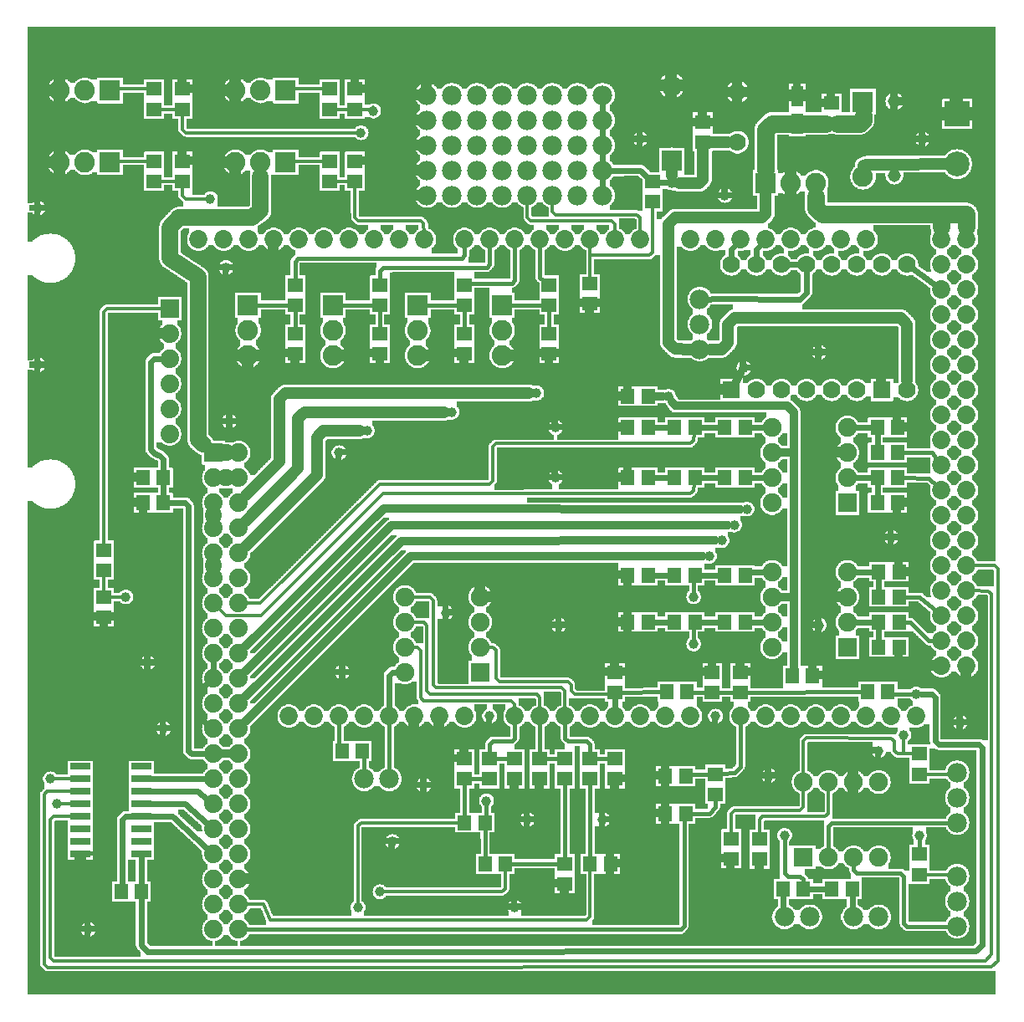
<source format=gtl>
G04 MADE WITH FRITZING*
G04 WWW.FRITZING.ORG*
G04 DOUBLE SIDED*
G04 HOLES PLATED*
G04 CONTOUR ON CENTER OF CONTOUR VECTOR*
%ASAXBY*%
%FSLAX23Y23*%
%MOIN*%
%OFA0B0*%
%SFA1.0B1.0*%
%ADD10C,0.075000*%
%ADD11C,0.039370*%
%ADD12C,0.070000*%
%ADD13C,0.074000*%
%ADD14C,0.078000*%
%ADD15C,0.072917*%
%ADD16C,0.082000*%
%ADD17C,0.051496*%
%ADD18C,0.099055*%
%ADD19R,0.055118X0.059055*%
%ADD20R,0.047244X0.078740*%
%ADD21R,0.080000X0.026000*%
%ADD22R,0.059055X0.055118*%
%ADD23R,0.075000X0.075000*%
%ADD24R,0.074000X0.074000*%
%ADD25R,0.070000X0.070000*%
%ADD26R,0.082000X0.082000*%
%ADD27R,0.099055X0.099055*%
%ADD28C,0.048000*%
%ADD29C,0.016000*%
%ADD30C,0.024000*%
%ADD31C,0.032000*%
%ADD32C,0.012000*%
%ADD33C,0.065000*%
%LNCOPPER1*%
G90*
G70*
G54D10*
X1061Y3181D03*
X2427Y3246D03*
X3077Y3162D03*
X3565Y3041D03*
X2369Y2917D03*
X2695Y2954D03*
X3236Y2825D03*
X2767Y2201D03*
X1640Y1693D03*
X2977Y1035D03*
X2091Y799D03*
X3324Y791D03*
X123Y3822D03*
X611Y651D03*
X2469Y1039D03*
X1450Y557D03*
X3612Y424D03*
G54D11*
X2482Y3451D03*
X519Y1363D03*
X282Y301D03*
X2157Y1513D03*
X3432Y1013D03*
X3757Y1126D03*
X832Y2938D03*
X1282Y2201D03*
G54D12*
X2869Y3638D03*
X2869Y3438D03*
G54D11*
X157Y801D03*
X132Y901D03*
X1444Y451D03*
X1869Y813D03*
X2332Y738D03*
X1619Y876D03*
X1494Y651D03*
G54D10*
X1844Y1326D03*
X1544Y1326D03*
X1844Y1426D03*
X1544Y1426D03*
X1844Y1526D03*
X1544Y1526D03*
X1844Y1626D03*
X1544Y1626D03*
G54D11*
X432Y1626D03*
X3057Y676D03*
X3582Y1238D03*
G54D10*
X3307Y1426D03*
X3007Y1426D03*
X3307Y1526D03*
X3007Y1526D03*
X3307Y1626D03*
X3007Y1626D03*
X3307Y1726D03*
X3007Y1726D03*
X3307Y2001D03*
X3007Y2001D03*
X3307Y2101D03*
X3007Y2101D03*
X3307Y2201D03*
X3007Y2201D03*
X3307Y2301D03*
X3007Y2301D03*
G54D11*
X2607Y3276D03*
X1732Y2363D03*
X2069Y2438D03*
X1394Y2288D03*
X2807Y1851D03*
X2757Y1788D03*
X2857Y1913D03*
X2907Y1976D03*
X769Y3213D03*
X1369Y3476D03*
X1419Y3563D03*
X3594Y676D03*
X3532Y1076D03*
X2594Y2426D03*
X1357Y388D03*
X1982Y388D03*
X3194Y1513D03*
X1294Y1326D03*
X1882Y1151D03*
X82Y3176D03*
X2994Y913D03*
X582Y1101D03*
X2782Y1151D03*
X1707Y1563D03*
X2819Y3226D03*
X3194Y2601D03*
G54D13*
X607Y2776D03*
X607Y2676D03*
X607Y2576D03*
X607Y2476D03*
X607Y2376D03*
X607Y2276D03*
G54D11*
X2144Y2301D03*
X2144Y2101D03*
X3482Y1863D03*
X844Y2326D03*
G54D12*
X3544Y2951D03*
X3544Y2451D03*
X3444Y2951D03*
X3444Y2451D03*
X3344Y2951D03*
X3344Y2451D03*
X3244Y2951D03*
X3244Y2451D03*
X3144Y2951D03*
X3144Y2451D03*
X3044Y2951D03*
X3044Y2451D03*
X2944Y2951D03*
X2944Y2451D03*
X2844Y2951D03*
X2844Y2451D03*
G54D11*
X3607Y3451D03*
X2032Y738D03*
G54D14*
X1632Y3226D03*
X1632Y3326D03*
X1632Y3426D03*
X1632Y3526D03*
X1632Y3626D03*
X2332Y3226D03*
X2332Y3326D03*
X2332Y3426D03*
X2332Y3526D03*
X2332Y3626D03*
X2132Y3626D03*
X2132Y3526D03*
X2132Y3426D03*
X1932Y3426D03*
X1932Y3626D03*
X1932Y3526D03*
X1932Y3226D03*
X1932Y3326D03*
X1732Y3526D03*
X1732Y3626D03*
X2232Y3226D03*
X1832Y3626D03*
X1832Y3426D03*
X1832Y3226D03*
X1832Y3326D03*
X2232Y3626D03*
X2232Y3526D03*
X2232Y3426D03*
X1732Y3226D03*
X1732Y3326D03*
X2032Y3426D03*
X1832Y3526D03*
X2032Y3226D03*
X2032Y3326D03*
X1382Y901D03*
X1482Y901D03*
X2032Y3626D03*
X2032Y3526D03*
X2232Y3326D03*
X1732Y3426D03*
X2132Y3226D03*
X2132Y3326D03*
G54D11*
X2894Y2538D03*
X82Y2551D03*
G54D10*
X3132Y588D03*
X3132Y888D03*
X3232Y588D03*
X3232Y888D03*
X3332Y588D03*
X3332Y888D03*
X3432Y588D03*
X3432Y888D03*
G54D13*
X882Y2201D03*
X882Y2101D03*
X882Y2001D03*
X882Y1901D03*
X882Y1801D03*
X882Y1701D03*
X882Y1601D03*
X882Y1501D03*
X882Y1401D03*
X882Y1301D03*
X882Y1201D03*
X882Y1101D03*
X882Y1001D03*
X882Y901D03*
X882Y801D03*
X882Y701D03*
X882Y601D03*
X882Y501D03*
X882Y401D03*
X882Y301D03*
X782Y2201D03*
X782Y2101D03*
X782Y2001D03*
X782Y1901D03*
X782Y1801D03*
X782Y1701D03*
X782Y1601D03*
X782Y1501D03*
X782Y1401D03*
X782Y1301D03*
X782Y1201D03*
X782Y1101D03*
X782Y1001D03*
X782Y901D03*
X782Y801D03*
X782Y701D03*
X782Y601D03*
X782Y501D03*
X782Y401D03*
X782Y301D03*
G54D15*
X2982Y1151D03*
X1382Y1151D03*
X3082Y1151D03*
X3182Y1151D03*
X3282Y1151D03*
X3382Y1151D03*
X3682Y2551D03*
X3482Y1151D03*
X3582Y1151D03*
X1422Y3051D03*
X1982Y1151D03*
X2082Y1151D03*
X2182Y1151D03*
X2282Y1151D03*
X3682Y1751D03*
X2382Y1151D03*
X2482Y1151D03*
X2582Y1151D03*
X2682Y1151D03*
X2182Y3051D03*
X3682Y2951D03*
X3682Y2151D03*
X3682Y1351D03*
X1022Y3051D03*
X1782Y1151D03*
X1782Y3051D03*
X3682Y2751D03*
X3682Y2351D03*
X3682Y1951D03*
X3382Y3051D03*
X3682Y1551D03*
X3282Y3051D03*
X3182Y3051D03*
X3082Y3051D03*
X2982Y3051D03*
X2882Y3051D03*
X2782Y3051D03*
X2682Y3051D03*
X822Y3051D03*
X1222Y3051D03*
X1622Y3051D03*
X1182Y1151D03*
X1582Y1151D03*
X2382Y3051D03*
X1982Y3051D03*
X3682Y3051D03*
X3682Y2851D03*
X3682Y2651D03*
X3682Y2451D03*
X3682Y2251D03*
X3682Y2051D03*
X3682Y1851D03*
X3682Y1651D03*
X3682Y1451D03*
X722Y3051D03*
X922Y3051D03*
X1122Y3051D03*
X1322Y3051D03*
X1522Y3051D03*
X1082Y1151D03*
X1282Y1151D03*
X1482Y1151D03*
X1682Y1151D03*
X2482Y3051D03*
X2282Y3051D03*
X2082Y3051D03*
X1882Y3051D03*
X3782Y3051D03*
X3782Y2951D03*
X3782Y2851D03*
X3782Y2751D03*
X3782Y2651D03*
X3782Y2551D03*
X3782Y2451D03*
X3782Y2351D03*
X3782Y2251D03*
X3782Y2151D03*
X3782Y2051D03*
X3782Y1951D03*
X3782Y1851D03*
X3782Y1751D03*
X3782Y1651D03*
X3782Y1551D03*
X3782Y1451D03*
X3782Y1351D03*
X2882Y1151D03*
G54D16*
X1257Y2788D03*
X1257Y2688D03*
X1257Y2588D03*
X1932Y2788D03*
X1932Y2688D03*
X1932Y2588D03*
X1594Y2788D03*
X1594Y2688D03*
X1594Y2588D03*
X919Y2788D03*
X919Y2688D03*
X919Y2588D03*
G54D14*
X3744Y313D03*
X3744Y413D03*
X3744Y513D03*
X3744Y926D03*
X3744Y826D03*
X3744Y726D03*
X2719Y2813D03*
X2719Y2713D03*
X2719Y2613D03*
X3057Y351D03*
X3157Y351D03*
X3432Y351D03*
X3332Y351D03*
G54D16*
X2982Y3276D03*
X3082Y3276D03*
X3182Y3276D03*
X2607Y3365D03*
X2607Y3663D03*
X3369Y3599D03*
X3369Y3301D03*
G54D17*
X3494Y3305D03*
X3494Y3601D03*
X3494Y3305D03*
X3494Y3601D03*
G54D16*
X369Y3357D03*
X269Y3357D03*
X169Y3357D03*
X1069Y3645D03*
X969Y3645D03*
X869Y3645D03*
X369Y3645D03*
X269Y3645D03*
X169Y3645D03*
X1069Y3357D03*
X969Y3357D03*
X869Y3357D03*
G54D18*
X3744Y3551D03*
X3744Y3351D03*
G54D11*
X2694Y1438D03*
X2694Y1626D03*
G54D19*
X2619Y1526D03*
X2700Y1526D03*
X2619Y1713D03*
X2700Y1713D03*
X2619Y2101D03*
X2700Y2101D03*
X2619Y2301D03*
X2700Y2301D03*
X2432Y1526D03*
X2513Y1526D03*
X2432Y1713D03*
X2513Y1713D03*
X2432Y2101D03*
X2513Y2101D03*
X2432Y2301D03*
X2513Y2301D03*
G54D20*
X3107Y3513D03*
X3107Y3623D03*
G54D21*
X252Y951D03*
X252Y901D03*
X252Y851D03*
X252Y801D03*
X252Y751D03*
X252Y701D03*
X252Y651D03*
X252Y601D03*
X494Y601D03*
X494Y651D03*
X494Y701D03*
X494Y751D03*
X494Y801D03*
X494Y851D03*
X494Y901D03*
X494Y951D03*
G54D19*
X414Y451D03*
X494Y451D03*
G54D22*
X344Y1626D03*
X344Y1545D03*
G54D23*
X1844Y1326D03*
X3307Y1426D03*
X3307Y2001D03*
G54D22*
X2532Y3201D03*
X2532Y3281D03*
X3244Y3594D03*
X3244Y3513D03*
X2732Y3519D03*
X2732Y3438D03*
X344Y1813D03*
X344Y1732D03*
G54D19*
X501Y2101D03*
X582Y2101D03*
G54D22*
X1344Y3282D03*
X1344Y3363D03*
X1244Y3570D03*
X1244Y3651D03*
X1344Y3570D03*
X1344Y3651D03*
X1244Y3282D03*
X1244Y3363D03*
X657Y3570D03*
X657Y3651D03*
X544Y3570D03*
X544Y3651D03*
X657Y3282D03*
X657Y3363D03*
X544Y3282D03*
X544Y3363D03*
G54D19*
X3507Y2301D03*
X3426Y2301D03*
X3507Y2001D03*
X3426Y2001D03*
X3507Y2101D03*
X3426Y2101D03*
X3507Y2201D03*
X3426Y2201D03*
X2432Y2426D03*
X2513Y2426D03*
X3513Y1426D03*
X3432Y1426D03*
X3513Y1526D03*
X3432Y1526D03*
X3513Y1626D03*
X3432Y1626D03*
X3513Y1726D03*
X3432Y1726D03*
G54D22*
X1107Y2595D03*
X1107Y2676D03*
X1444Y2595D03*
X1444Y2676D03*
X1782Y2595D03*
X1782Y2676D03*
X2119Y2595D03*
X2119Y2676D03*
X1107Y2869D03*
X1107Y2788D03*
X1444Y2869D03*
X1444Y2788D03*
X1782Y2869D03*
X1782Y2788D03*
X2119Y2869D03*
X2119Y2788D03*
G54D19*
X2819Y2101D03*
X2900Y2101D03*
X2900Y2301D03*
X2819Y2301D03*
X1864Y563D03*
X1944Y563D03*
X2363Y563D03*
X2282Y563D03*
X501Y2001D03*
X582Y2001D03*
X3169Y1313D03*
X3089Y1313D03*
G54D22*
X2769Y1326D03*
X2769Y1245D03*
X2082Y901D03*
X2082Y981D03*
X2282Y2795D03*
X2282Y2876D03*
X1982Y901D03*
X1982Y981D03*
G54D19*
X1863Y726D03*
X1782Y726D03*
G54D22*
X1782Y981D03*
X1782Y901D03*
G54D19*
X3469Y1247D03*
X3389Y1247D03*
G54D22*
X2382Y1245D03*
X2382Y1326D03*
X3594Y920D03*
X3594Y1001D03*
G54D19*
X3245Y463D03*
X3326Y463D03*
X3132Y463D03*
X3051Y463D03*
G54D22*
X3594Y520D03*
X3594Y601D03*
X2957Y662D03*
X2957Y581D03*
G54D24*
X607Y2776D03*
G54D25*
X2844Y2451D03*
X3444Y2451D03*
G54D23*
X3132Y588D03*
G54D24*
X782Y2201D03*
G54D26*
X1257Y2788D03*
X1932Y2788D03*
X1594Y2788D03*
X919Y2788D03*
X2982Y3276D03*
X2607Y3364D03*
X3369Y3600D03*
X369Y3357D03*
X1069Y3645D03*
X369Y3645D03*
X1069Y3357D03*
G54D27*
X3744Y3551D03*
G54D19*
X2582Y913D03*
X2663Y913D03*
X2582Y763D03*
X2663Y763D03*
G54D22*
X2844Y582D03*
X2844Y663D03*
X2182Y482D03*
X2182Y563D03*
X1882Y901D03*
X1882Y981D03*
X2182Y901D03*
X2182Y981D03*
G54D19*
X1375Y1013D03*
X1294Y1013D03*
G54D22*
X2782Y838D03*
X2782Y919D03*
X2282Y901D03*
X2282Y981D03*
X2382Y901D03*
X2382Y981D03*
G54D19*
X2819Y1526D03*
X2900Y1526D03*
X2900Y1713D03*
X2819Y1713D03*
X2669Y1247D03*
X2589Y1247D03*
G54D22*
X2882Y1245D03*
X2882Y1326D03*
G54D12*
X3370Y3526D02*
X3370Y3544D01*
D02*
X3356Y3513D02*
X3370Y3526D01*
D02*
X3268Y3513D02*
X3356Y3513D01*
D02*
X3125Y3513D02*
X3220Y3513D01*
D02*
X2982Y3488D02*
X2982Y3330D01*
D02*
X3089Y3513D02*
X3007Y3513D01*
D02*
X3007Y3513D02*
X2982Y3488D01*
G54D28*
D02*
X3494Y3343D02*
X3494Y3350D01*
D02*
X3494Y3350D02*
X3381Y3350D01*
D02*
X3370Y3338D02*
X3370Y3344D01*
D02*
X3381Y3350D02*
X3370Y3338D01*
D02*
X3693Y3351D02*
X3494Y3350D01*
G54D29*
D02*
X1294Y1013D02*
X1282Y1013D01*
D02*
X1282Y1013D02*
X1282Y1126D01*
D02*
X1382Y1013D02*
X1382Y925D01*
D02*
X1375Y1013D02*
X1382Y1013D01*
D02*
X1482Y1126D02*
X1482Y925D01*
G54D30*
D02*
X2588Y3277D02*
X2556Y3280D01*
G54D31*
D02*
X819Y1001D02*
X845Y1001D01*
G54D28*
D02*
X2607Y3306D02*
X2607Y3322D01*
G54D32*
D02*
X1069Y3363D02*
X1220Y3363D01*
D02*
X1069Y3384D02*
X1069Y3363D01*
D02*
X2282Y2898D02*
X2281Y2988D01*
G54D29*
D02*
X2694Y1526D02*
X2694Y1452D01*
D02*
X2700Y1526D02*
X2694Y1526D01*
G54D32*
D02*
X2382Y1238D02*
X2220Y1238D01*
D02*
X2206Y1251D02*
X2206Y1276D01*
D02*
X2206Y1276D02*
X2194Y1288D01*
D02*
X1907Y1414D02*
X1894Y1426D01*
D02*
X1907Y1301D02*
X1907Y1414D01*
D02*
X1920Y1288D02*
X1907Y1301D01*
D02*
X1894Y1426D02*
X1867Y1426D01*
D02*
X2194Y1288D02*
X1920Y1288D01*
D02*
X2220Y1238D02*
X2206Y1251D01*
D02*
X2382Y1245D02*
X2382Y1238D01*
G54D31*
D02*
X2570Y2426D02*
X2535Y2426D01*
D02*
X3094Y1326D02*
X3094Y1625D01*
D02*
X3089Y1313D02*
X3094Y1326D01*
G54D29*
D02*
X2694Y1713D02*
X2694Y1639D01*
D02*
X2700Y1713D02*
X2694Y1713D01*
G54D30*
D02*
X2535Y2101D02*
X2597Y2101D01*
D02*
X2722Y2101D02*
X2797Y2101D01*
D02*
X2535Y2301D02*
X2597Y2301D01*
D02*
X2722Y2301D02*
X2797Y2301D01*
G54D29*
D02*
X2567Y1247D02*
X2406Y1245D01*
D02*
X2745Y1245D02*
X2691Y1246D01*
D02*
X2858Y1245D02*
X2793Y1245D01*
D02*
X3367Y1247D02*
X2906Y1245D01*
G54D30*
D02*
X2382Y1223D02*
X2382Y1181D01*
D02*
X2535Y1713D02*
X2597Y1713D01*
D02*
X2797Y1713D02*
X2722Y1713D01*
D02*
X2797Y1526D02*
X2722Y1526D01*
D02*
X2535Y1526D02*
X2597Y1526D01*
G54D28*
D02*
X2982Y3151D02*
X2982Y3232D01*
D02*
X2969Y3138D02*
X2982Y3151D01*
G54D12*
D02*
X3182Y3176D02*
X3182Y3221D01*
D02*
X3782Y3151D02*
X3782Y3103D01*
D02*
X3682Y3151D02*
X3782Y3151D01*
D02*
X3207Y3151D02*
X3182Y3176D01*
D02*
X3682Y3151D02*
X3207Y3151D01*
D02*
X3682Y3103D02*
X3682Y3151D01*
G54D28*
D02*
X2832Y3438D02*
X2756Y3438D01*
G54D31*
D02*
X2608Y2405D02*
X2620Y2388D01*
G54D30*
D02*
X432Y751D02*
X460Y751D01*
D02*
X419Y738D02*
X432Y751D01*
G54D32*
D02*
X218Y901D02*
X145Y901D01*
D02*
X218Y801D02*
X170Y801D01*
D02*
X368Y1626D02*
X418Y1626D01*
G54D30*
D02*
X419Y451D02*
X419Y738D01*
D02*
X494Y593D02*
X494Y475D01*
D02*
X414Y451D02*
X419Y451D01*
D02*
X495Y238D02*
X494Y427D01*
D02*
X519Y213D02*
X3819Y214D01*
D02*
X495Y238D02*
X519Y213D01*
D02*
X3645Y1239D02*
X3601Y1238D01*
D02*
X3656Y1226D02*
X3645Y1239D01*
D02*
X3657Y1051D02*
X3656Y1226D01*
D02*
X3819Y214D02*
X3844Y238D01*
D02*
X3670Y1038D02*
X3657Y1051D01*
D02*
X3832Y1038D02*
X3670Y1038D01*
D02*
X3844Y1026D02*
X3832Y1038D01*
D02*
X3844Y238D02*
X3844Y1026D01*
G54D29*
D02*
X1970Y1051D02*
X1982Y1063D01*
D02*
X1894Y1051D02*
X1970Y1051D01*
D02*
X1881Y1038D02*
X1894Y1051D01*
D02*
X1982Y1063D02*
X1982Y1126D01*
D02*
X1958Y981D02*
X1906Y981D01*
D02*
X1806Y901D02*
X1858Y901D01*
D02*
X2182Y585D02*
X2182Y879D01*
D02*
X2106Y981D02*
X2158Y981D01*
D02*
X2082Y1126D02*
X2082Y1003D01*
D02*
X1882Y1003D02*
X1881Y1038D01*
D02*
X2194Y1051D02*
X2182Y1063D01*
D02*
X2269Y1051D02*
X2194Y1051D01*
D02*
X2281Y1038D02*
X2269Y1051D01*
D02*
X2182Y1063D02*
X2182Y1126D01*
G54D32*
D02*
X1931Y451D02*
X1458Y451D01*
D02*
X1944Y463D02*
X1931Y451D01*
D02*
X1357Y714D02*
X1357Y402D01*
D02*
X1370Y725D02*
X1357Y714D01*
D02*
X1760Y726D02*
X1370Y725D01*
G54D29*
D02*
X1782Y879D02*
X1782Y750D01*
D02*
X2306Y981D02*
X2358Y981D01*
D02*
X2282Y1003D02*
X2281Y1038D01*
D02*
X2282Y587D02*
X2282Y879D01*
G54D32*
D02*
X1944Y539D02*
X1944Y463D01*
G54D29*
D02*
X1869Y726D02*
X1863Y726D01*
D02*
X1863Y702D02*
X1864Y587D01*
D02*
X1869Y800D02*
X1869Y726D01*
G54D32*
D02*
X1969Y1213D02*
X1856Y1213D01*
D02*
X1595Y1426D02*
X1567Y1426D01*
D02*
X1606Y1413D02*
X1595Y1426D01*
D02*
X1606Y1226D02*
X1606Y1413D01*
D02*
X1619Y1213D02*
X1606Y1226D01*
D02*
X1856Y1213D02*
X1619Y1213D01*
D02*
X1981Y1200D02*
X1969Y1213D01*
D02*
X1982Y1175D02*
X1981Y1200D01*
D02*
X2382Y3113D02*
X2369Y3126D01*
D02*
X2032Y3139D02*
X2032Y3201D01*
D02*
X2044Y3126D02*
X2032Y3139D01*
D02*
X2369Y3126D02*
X2044Y3126D01*
D02*
X2482Y3138D02*
X2469Y3150D01*
D02*
X2132Y3163D02*
X2132Y3201D01*
D02*
X2145Y3150D02*
X2132Y3163D01*
D02*
X2469Y3150D02*
X2145Y3150D01*
D02*
X2482Y3075D02*
X2482Y3138D01*
D02*
X2382Y3075D02*
X2382Y3113D01*
D02*
X2082Y1225D02*
X2082Y1175D01*
D02*
X2070Y1238D02*
X2082Y1225D01*
D02*
X1645Y1238D02*
X2070Y1238D01*
D02*
X1620Y1525D02*
X1632Y1513D01*
D02*
X1632Y1513D02*
X1632Y1251D01*
D02*
X1632Y1251D02*
X1645Y1238D01*
D02*
X1567Y1526D02*
X1620Y1525D01*
G54D30*
D02*
X1494Y1325D02*
X1481Y1312D01*
D02*
X1516Y1325D02*
X1494Y1325D01*
D02*
X1481Y1312D02*
X1482Y1181D01*
G54D31*
D02*
X2860Y2478D02*
X2882Y2517D01*
G54D32*
D02*
X2169Y1264D02*
X2182Y1251D01*
D02*
X1669Y1264D02*
X2169Y1264D01*
D02*
X1657Y1276D02*
X1669Y1264D01*
D02*
X1657Y1613D02*
X1657Y1276D01*
D02*
X1645Y1626D02*
X1657Y1613D01*
D02*
X1567Y1626D02*
X1645Y1626D01*
D02*
X2182Y1251D02*
X2182Y1175D01*
G54D30*
D02*
X2332Y3596D02*
X2332Y3556D01*
D02*
X2482Y3326D02*
X2362Y3326D01*
D02*
X2508Y3303D02*
X2482Y3326D01*
G54D28*
D02*
X2732Y3416D02*
X2732Y3288D01*
G54D32*
D02*
X3482Y1063D02*
X3494Y1051D01*
D02*
X3494Y1013D02*
X3507Y1001D01*
D02*
X3507Y1001D02*
X3532Y1001D01*
D02*
X3494Y1051D02*
X3494Y1013D01*
D02*
X3132Y1051D02*
X3145Y1064D01*
D02*
X3570Y1001D02*
X3532Y1001D01*
D02*
X3532Y1001D02*
X3532Y1062D01*
D02*
X3145Y1064D02*
X3482Y1063D01*
D02*
X3132Y911D02*
X3132Y1051D01*
G54D29*
D02*
X3532Y325D02*
X3545Y313D01*
D02*
X3232Y713D02*
X3245Y726D01*
D02*
X3532Y513D02*
X3532Y325D01*
D02*
X3232Y611D02*
X3232Y713D01*
D02*
X3245Y726D02*
X3720Y726D01*
D02*
X3594Y623D02*
X3594Y662D01*
D02*
X3545Y313D02*
X3720Y313D01*
D02*
X3519Y526D02*
X3532Y513D01*
D02*
X3344Y526D02*
X3519Y526D01*
D02*
X3332Y538D02*
X3344Y526D01*
D02*
X3332Y565D02*
X3332Y538D01*
G54D32*
D02*
X3132Y788D02*
X3132Y865D01*
D02*
X3119Y776D02*
X3132Y788D01*
D02*
X2857Y776D02*
X3119Y776D01*
D02*
X2844Y685D02*
X2844Y763D01*
D02*
X2844Y763D02*
X2857Y776D01*
G54D30*
D02*
X719Y1251D02*
X720Y1150D01*
D02*
X720Y1150D02*
X758Y1120D01*
D02*
X782Y1332D02*
X782Y1370D01*
D02*
X582Y2025D02*
X582Y2077D01*
D02*
X758Y1281D02*
X719Y1251D01*
G54D33*
D02*
X835Y2101D02*
X829Y2101D01*
D02*
X835Y2201D02*
X829Y2201D01*
D02*
X782Y1747D02*
X782Y1754D01*
D02*
X782Y1947D02*
X782Y1954D01*
G54D32*
D02*
X3744Y520D02*
X3744Y538D01*
D02*
X3618Y520D02*
X3744Y520D01*
D02*
X3707Y920D02*
X3720Y922D01*
D02*
X3618Y920D02*
X3707Y920D01*
G54D30*
D02*
X3410Y1726D02*
X3335Y1726D01*
D02*
X3432Y1702D02*
X3432Y1650D01*
D02*
X3404Y2301D02*
X3335Y2301D01*
D02*
X3426Y2277D02*
X3426Y2225D01*
G54D31*
D02*
X3094Y1625D02*
X3094Y2201D01*
D02*
X3041Y1625D02*
X3094Y1625D01*
D02*
X3094Y2201D02*
X3041Y2201D01*
D02*
X3069Y2388D02*
X3094Y2363D01*
D02*
X3094Y2363D02*
X3094Y2201D01*
D02*
X2620Y2388D02*
X3069Y2388D01*
G54D28*
D02*
X2719Y3275D02*
X2637Y3275D01*
D02*
X2732Y3288D02*
X2719Y3275D01*
G54D30*
D02*
X2332Y3256D02*
X2332Y3296D01*
D02*
X2332Y3356D02*
X2332Y3396D01*
D02*
X2332Y3456D02*
X2332Y3496D01*
D02*
X2845Y3013D02*
X2861Y3029D01*
D02*
X2944Y3013D02*
X2960Y3029D01*
D02*
X2844Y2977D02*
X2845Y3013D01*
D02*
X2944Y2977D02*
X2944Y3013D01*
G54D32*
D02*
X2281Y2988D02*
X2519Y2988D01*
D02*
X2531Y3000D02*
X2532Y3179D01*
D02*
X2519Y2988D02*
X2531Y3000D01*
D02*
X2282Y3026D02*
X2281Y2988D01*
D02*
X2969Y751D02*
X3219Y751D01*
D02*
X2957Y738D02*
X2969Y751D01*
D02*
X2957Y684D02*
X2957Y738D01*
D02*
X3232Y763D02*
X3232Y865D01*
D02*
X3219Y751D02*
X3232Y763D01*
G54D29*
D02*
X2158Y563D02*
X1966Y563D01*
G54D32*
D02*
X344Y1710D02*
X344Y1648D01*
G54D30*
D02*
X3404Y2101D02*
X3335Y2101D01*
D02*
X3432Y1502D02*
X3432Y1450D01*
D02*
X3410Y1526D02*
X3335Y1526D01*
D02*
X3426Y2077D02*
X3426Y2025D01*
G54D32*
D02*
X1069Y3651D02*
X1220Y3651D01*
D02*
X1069Y3671D02*
X1069Y3651D01*
G54D29*
D02*
X2119Y2698D02*
X2119Y2766D01*
D02*
X1782Y2766D02*
X1782Y2698D01*
D02*
X1621Y2788D02*
X1758Y2788D01*
D02*
X1958Y2788D02*
X2095Y2788D01*
D02*
X2082Y2900D02*
X2095Y2889D01*
D02*
X2082Y3026D02*
X2082Y2900D01*
D02*
X1420Y2788D02*
X1283Y2788D01*
D02*
X1444Y2766D02*
X1444Y2698D01*
D02*
X1083Y2788D02*
X946Y2788D01*
D02*
X1107Y2698D02*
X1107Y2766D01*
G54D28*
D02*
X1145Y2363D02*
X1702Y2363D01*
D02*
X1119Y2338D02*
X1145Y2363D01*
D02*
X1119Y2138D02*
X1119Y2338D01*
D02*
X912Y1930D02*
X1119Y2138D01*
G54D29*
D02*
X1782Y2989D02*
X1782Y3026D01*
D02*
X1770Y2976D02*
X1782Y2989D01*
D02*
X1119Y2976D02*
X1770Y2976D01*
D02*
X1106Y2963D02*
X1119Y2976D01*
D02*
X1107Y2891D02*
X1106Y2963D01*
D02*
X1870Y2939D02*
X1882Y2951D01*
D02*
X1882Y2951D02*
X1882Y3026D01*
D02*
X1457Y2938D02*
X1870Y2939D01*
D02*
X1444Y2926D02*
X1457Y2938D01*
D02*
X1444Y2891D02*
X1444Y2926D01*
D02*
X1982Y3026D02*
X1982Y2888D01*
D02*
X1782Y2876D02*
X1782Y2869D01*
D02*
X1970Y2876D02*
X1782Y2876D01*
D02*
X1982Y2888D02*
X1970Y2876D01*
G54D28*
D02*
X1045Y2414D02*
X1045Y2164D01*
D02*
X1045Y2164D02*
X912Y2031D01*
D02*
X1069Y2439D02*
X1045Y2414D01*
D02*
X1219Y2289D02*
X1194Y2263D01*
D02*
X1194Y2263D02*
X1194Y2113D01*
D02*
X1194Y2113D02*
X912Y1830D01*
D02*
X1364Y2288D02*
X1219Y2289D01*
D02*
X2039Y2438D02*
X1069Y2439D01*
G54D30*
D02*
X3144Y2838D02*
X3119Y2813D01*
D02*
X2781Y2814D02*
X2749Y2813D01*
G54D28*
D02*
X2832Y2713D02*
X2857Y2739D01*
D02*
X2832Y2638D02*
X2832Y2713D01*
D02*
X2807Y2613D02*
X2832Y2638D01*
D02*
X2857Y2739D02*
X3520Y2739D01*
D02*
X2761Y2613D02*
X2807Y2613D01*
G54D30*
D02*
X3632Y2888D02*
X3566Y2935D01*
D02*
X3658Y2869D02*
X3632Y2888D01*
D02*
X3119Y2813D02*
X2781Y2814D01*
D02*
X3144Y2925D02*
X3144Y2838D01*
G54D28*
D02*
X3545Y2563D02*
X3545Y2488D01*
D02*
X3545Y2713D02*
X3545Y2563D01*
D02*
X3520Y2739D02*
X3545Y2713D01*
G54D29*
D02*
X2857Y925D02*
X2881Y950D01*
D02*
X2881Y950D02*
X2882Y1126D01*
D02*
X2806Y921D02*
X2857Y925D01*
D02*
X2782Y789D02*
X2782Y816D01*
D02*
X2757Y763D02*
X2782Y789D01*
D02*
X2685Y763D02*
X2757Y763D01*
D02*
X2663Y919D02*
X2663Y913D01*
D02*
X2758Y919D02*
X2663Y919D01*
G54D30*
D02*
X545Y2576D02*
X532Y2563D01*
D02*
X569Y2188D02*
X582Y2175D01*
D02*
X545Y2200D02*
X569Y2188D01*
D02*
X582Y2175D02*
X582Y2125D01*
D02*
X532Y2214D02*
X545Y2200D01*
D02*
X532Y2563D02*
X532Y2214D01*
D02*
X576Y2576D02*
X545Y2576D01*
G54D32*
D02*
X357Y2776D02*
X345Y2763D01*
D02*
X345Y2763D02*
X344Y1835D01*
G54D33*
D02*
X607Y3100D02*
X645Y3138D01*
D02*
X720Y2251D02*
X720Y2901D01*
D02*
X720Y2901D02*
X606Y2976D01*
D02*
X645Y3138D02*
X933Y3138D01*
D02*
X741Y2234D02*
X720Y2251D01*
D02*
X606Y2976D02*
X607Y3100D01*
G54D32*
D02*
X581Y2776D02*
X357Y2776D01*
G54D33*
D02*
X969Y3164D02*
X969Y3303D01*
D02*
X933Y3138D02*
X969Y3164D01*
G54D32*
D02*
X1356Y3476D02*
X670Y3476D01*
D02*
X657Y3488D02*
X657Y3548D01*
D02*
X670Y3476D02*
X657Y3488D01*
D02*
X369Y3651D02*
X369Y3671D01*
D02*
X520Y3651D02*
X369Y3651D01*
D02*
X568Y3570D02*
X633Y3570D01*
D02*
X657Y3225D02*
X657Y3260D01*
D02*
X670Y3213D02*
X657Y3225D01*
D02*
X756Y3213D02*
X670Y3213D01*
D02*
X369Y3363D02*
X369Y3384D01*
D02*
X520Y3363D02*
X369Y3363D01*
D02*
X633Y3282D02*
X568Y3282D01*
D02*
X1419Y3570D02*
X1419Y3577D01*
D02*
X1368Y3570D02*
X1419Y3570D01*
D02*
X1320Y3570D02*
X1268Y3570D01*
D02*
X1619Y3114D02*
X1621Y3075D01*
D02*
X1607Y3126D02*
X1619Y3114D01*
D02*
X1357Y3126D02*
X1607Y3126D01*
D02*
X1345Y3138D02*
X1357Y3126D01*
D02*
X1344Y3260D02*
X1345Y3138D01*
D02*
X1268Y3282D02*
X1320Y3282D01*
G54D30*
D02*
X3118Y2951D02*
X3070Y2951D01*
D02*
X2978Y2301D02*
X2922Y2301D01*
D02*
X2978Y2101D02*
X2922Y2101D01*
G54D29*
D02*
X3494Y1239D02*
X3568Y1238D01*
D02*
X3491Y1239D02*
X3494Y1239D01*
G54D30*
D02*
X3326Y351D02*
X3302Y351D01*
D02*
X3326Y439D02*
X3326Y351D01*
G54D31*
D02*
X2732Y1788D02*
X1569Y1788D01*
D02*
X1530Y1849D02*
X2782Y1851D01*
D02*
X908Y1227D02*
X1530Y1849D01*
G54D30*
D02*
X3223Y463D02*
X3154Y463D01*
G54D32*
D02*
X1457Y2038D02*
X2682Y2039D01*
D02*
X2694Y2050D02*
X2697Y2077D01*
D02*
X2682Y2039D02*
X2694Y2050D01*
D02*
X970Y1551D02*
X1457Y2038D01*
D02*
X931Y1551D02*
X970Y1551D01*
D02*
X832Y1551D02*
X931Y1551D01*
D02*
X807Y1576D02*
X832Y1551D01*
D02*
X800Y1583D02*
X807Y1576D01*
G54D28*
D02*
X2620Y3138D02*
X2969Y3138D01*
D02*
X2594Y3113D02*
X2620Y3138D01*
D02*
X2595Y2639D02*
X2594Y3113D01*
D02*
X2620Y2614D02*
X2595Y2639D01*
D02*
X2678Y2613D02*
X2620Y2614D01*
G54D30*
D02*
X619Y751D02*
X529Y751D01*
D02*
X759Y622D02*
X619Y751D01*
D02*
X669Y801D02*
X529Y801D01*
D02*
X759Y721D02*
X669Y801D01*
D02*
X719Y851D02*
X529Y851D01*
D02*
X758Y820D02*
X719Y851D01*
D02*
X751Y901D02*
X529Y901D01*
G54D29*
D02*
X3632Y2100D02*
X3529Y2101D01*
D02*
X3664Y2068D02*
X3632Y2100D01*
D02*
X3644Y2201D02*
X3667Y2170D01*
D02*
X3529Y2201D02*
X3644Y2201D01*
G54D32*
D02*
X132Y188D02*
X145Y175D01*
D02*
X132Y738D02*
X132Y188D01*
D02*
X144Y751D02*
X132Y738D01*
D02*
X218Y751D02*
X144Y751D01*
D02*
X3857Y176D02*
X3882Y201D01*
D02*
X3882Y1638D02*
X3869Y1650D01*
D02*
X145Y175D02*
X3857Y176D01*
D02*
X3882Y201D02*
X3882Y1638D01*
D02*
X3869Y1650D02*
X3807Y1651D01*
D02*
X119Y851D02*
X107Y838D01*
D02*
X107Y838D02*
X107Y163D01*
D02*
X218Y851D02*
X119Y851D01*
D02*
X107Y163D02*
X120Y150D01*
D02*
X982Y401D02*
X1006Y339D01*
D02*
X1006Y339D02*
X1031Y339D01*
D02*
X907Y401D02*
X982Y401D01*
D02*
X2269Y339D02*
X2282Y351D01*
D02*
X1031Y339D02*
X2269Y339D01*
G54D29*
D02*
X2656Y314D02*
X2645Y301D01*
D02*
X2657Y763D02*
X2656Y314D01*
D02*
X2663Y763D02*
X2657Y763D01*
D02*
X2645Y301D02*
X907Y301D01*
G54D32*
D02*
X3882Y151D02*
X3907Y176D01*
D02*
X3907Y1738D02*
X3895Y1751D01*
D02*
X120Y150D02*
X3882Y151D01*
D02*
X3907Y176D02*
X3906Y1738D01*
D02*
X3895Y1751D02*
X3807Y1751D01*
G54D30*
D02*
X669Y2001D02*
X682Y1988D01*
D02*
X682Y1326D02*
X682Y1013D01*
D02*
X682Y1988D02*
X682Y1326D01*
D02*
X604Y2001D02*
X669Y2001D01*
D02*
X694Y1001D02*
X751Y1001D01*
D02*
X682Y1013D02*
X694Y1001D01*
G54D31*
D02*
X1461Y1980D02*
X2882Y1976D01*
D02*
X908Y1427D02*
X1461Y1980D01*
D02*
X908Y1127D02*
X1569Y1788D01*
D02*
X1492Y1911D02*
X2832Y1913D01*
D02*
X908Y1327D02*
X1492Y1911D01*
G54D29*
D02*
X3594Y1626D02*
X3535Y1626D01*
D02*
X3663Y1567D02*
X3594Y1626D01*
D02*
X3632Y1451D02*
X3556Y1525D01*
D02*
X3556Y1525D02*
X3535Y1525D01*
D02*
X3657Y1451D02*
X3632Y1451D01*
G54D32*
D02*
X1894Y2226D02*
X1906Y2238D01*
D02*
X1882Y2076D02*
X1894Y2088D01*
D02*
X1894Y2088D02*
X1894Y2226D01*
D02*
X1906Y2238D02*
X2681Y2238D01*
D02*
X1445Y2076D02*
X1882Y2076D01*
D02*
X2694Y2250D02*
X2697Y2277D01*
D02*
X2681Y2238D02*
X2694Y2250D01*
D02*
X969Y1601D02*
X1445Y2076D01*
D02*
X907Y1601D02*
X969Y1601D01*
G54D30*
D02*
X3051Y351D02*
X3051Y439D01*
D02*
X3027Y351D02*
X3051Y351D01*
G54D29*
D02*
X3056Y525D02*
X3057Y662D01*
D02*
X3070Y513D02*
X3056Y525D01*
D02*
X3119Y513D02*
X3070Y513D01*
D02*
X3132Y501D02*
X3119Y513D01*
D02*
X3132Y487D02*
X3132Y501D01*
G54D32*
D02*
X2282Y351D02*
X2282Y539D01*
G54D30*
D02*
X2922Y1526D02*
X2978Y1526D01*
D02*
X2900Y1726D02*
X2978Y1726D01*
D02*
X2900Y1713D02*
X2900Y1726D01*
G36*
X1120Y3347D02*
X1120Y3307D01*
X1012Y3307D01*
X1012Y3245D01*
X1204Y3245D01*
X1204Y3347D01*
X1120Y3347D01*
G37*
D02*
G36*
X1284Y3267D02*
X1284Y3245D01*
X1304Y3245D01*
X1304Y3267D01*
X1284Y3267D01*
G37*
D02*
G36*
X1012Y3245D02*
X1012Y3243D01*
X1328Y3243D01*
X1328Y3245D01*
X1012Y3245D01*
G37*
D02*
G36*
X1012Y3245D02*
X1012Y3243D01*
X1328Y3243D01*
X1328Y3245D01*
X1012Y3245D01*
G37*
D02*
G36*
X1012Y3243D02*
X1012Y3157D01*
X1010Y3157D01*
X1010Y3149D01*
X1008Y3149D01*
X1008Y3145D01*
X1006Y3145D01*
X1006Y3141D01*
X1004Y3141D01*
X1004Y3139D01*
X1002Y3139D01*
X1002Y3135D01*
X1000Y3135D01*
X1000Y3133D01*
X998Y3133D01*
X998Y3131D01*
X994Y3131D01*
X994Y3129D01*
X992Y3129D01*
X992Y3127D01*
X990Y3127D01*
X990Y3125D01*
X986Y3125D01*
X986Y3123D01*
X984Y3123D01*
X984Y3121D01*
X980Y3121D01*
X980Y3119D01*
X978Y3119D01*
X978Y3117D01*
X976Y3117D01*
X976Y3115D01*
X972Y3115D01*
X972Y3113D01*
X970Y3113D01*
X970Y3111D01*
X966Y3111D01*
X966Y3109D01*
X964Y3109D01*
X964Y3107D01*
X962Y3107D01*
X962Y3105D01*
X958Y3105D01*
X958Y3103D01*
X956Y3103D01*
X956Y3097D01*
X1332Y3097D01*
X1332Y3095D01*
X1338Y3095D01*
X1338Y3093D01*
X1342Y3093D01*
X1342Y3091D01*
X1346Y3091D01*
X1346Y3089D01*
X1350Y3089D01*
X1350Y3087D01*
X1352Y3087D01*
X1352Y3085D01*
X1354Y3085D01*
X1354Y3083D01*
X1356Y3083D01*
X1356Y3081D01*
X1358Y3081D01*
X1358Y3079D01*
X1360Y3079D01*
X1360Y3075D01*
X1362Y3075D01*
X1362Y3073D01*
X1382Y3073D01*
X1382Y3075D01*
X1384Y3075D01*
X1384Y3079D01*
X1386Y3079D01*
X1386Y3081D01*
X1388Y3081D01*
X1388Y3083D01*
X1390Y3083D01*
X1390Y3085D01*
X1392Y3085D01*
X1392Y3087D01*
X1394Y3087D01*
X1394Y3089D01*
X1398Y3089D01*
X1398Y3109D01*
X1354Y3109D01*
X1354Y3111D01*
X1350Y3111D01*
X1350Y3113D01*
X1346Y3113D01*
X1346Y3115D01*
X1344Y3115D01*
X1344Y3117D01*
X1342Y3117D01*
X1342Y3119D01*
X1340Y3119D01*
X1340Y3121D01*
X1338Y3121D01*
X1338Y3123D01*
X1336Y3123D01*
X1336Y3125D01*
X1334Y3125D01*
X1334Y3127D01*
X1332Y3127D01*
X1332Y3131D01*
X1330Y3131D01*
X1330Y3155D01*
X1328Y3155D01*
X1328Y3243D01*
X1012Y3243D01*
G37*
D02*
G36*
X956Y3097D02*
X956Y3081D01*
X958Y3081D01*
X958Y3079D01*
X960Y3079D01*
X960Y3075D01*
X962Y3075D01*
X962Y3073D01*
X982Y3073D01*
X982Y3075D01*
X984Y3075D01*
X984Y3079D01*
X986Y3079D01*
X986Y3081D01*
X988Y3081D01*
X988Y3083D01*
X990Y3083D01*
X990Y3085D01*
X992Y3085D01*
X992Y3087D01*
X994Y3087D01*
X994Y3089D01*
X998Y3089D01*
X998Y3091D01*
X1002Y3091D01*
X1002Y3093D01*
X1006Y3093D01*
X1006Y3095D01*
X1012Y3095D01*
X1012Y3097D01*
X956Y3097D01*
G37*
D02*
G36*
X1032Y3097D02*
X1032Y3095D01*
X1038Y3095D01*
X1038Y3093D01*
X1042Y3093D01*
X1042Y3091D01*
X1046Y3091D01*
X1046Y3089D01*
X1050Y3089D01*
X1050Y3087D01*
X1052Y3087D01*
X1052Y3085D01*
X1054Y3085D01*
X1054Y3083D01*
X1056Y3083D01*
X1056Y3081D01*
X1058Y3081D01*
X1058Y3079D01*
X1060Y3079D01*
X1060Y3075D01*
X1062Y3075D01*
X1062Y3073D01*
X1082Y3073D01*
X1082Y3075D01*
X1084Y3075D01*
X1084Y3079D01*
X1086Y3079D01*
X1086Y3081D01*
X1088Y3081D01*
X1088Y3083D01*
X1090Y3083D01*
X1090Y3085D01*
X1092Y3085D01*
X1092Y3087D01*
X1094Y3087D01*
X1094Y3089D01*
X1098Y3089D01*
X1098Y3091D01*
X1102Y3091D01*
X1102Y3093D01*
X1106Y3093D01*
X1106Y3095D01*
X1112Y3095D01*
X1112Y3097D01*
X1032Y3097D01*
G37*
D02*
G36*
X1132Y3097D02*
X1132Y3095D01*
X1138Y3095D01*
X1138Y3093D01*
X1142Y3093D01*
X1142Y3091D01*
X1146Y3091D01*
X1146Y3089D01*
X1150Y3089D01*
X1150Y3087D01*
X1152Y3087D01*
X1152Y3085D01*
X1154Y3085D01*
X1154Y3083D01*
X1156Y3083D01*
X1156Y3081D01*
X1158Y3081D01*
X1158Y3079D01*
X1160Y3079D01*
X1160Y3075D01*
X1162Y3075D01*
X1162Y3073D01*
X1182Y3073D01*
X1182Y3075D01*
X1184Y3075D01*
X1184Y3079D01*
X1186Y3079D01*
X1186Y3081D01*
X1188Y3081D01*
X1188Y3083D01*
X1190Y3083D01*
X1190Y3085D01*
X1192Y3085D01*
X1192Y3087D01*
X1194Y3087D01*
X1194Y3089D01*
X1198Y3089D01*
X1198Y3091D01*
X1202Y3091D01*
X1202Y3093D01*
X1206Y3093D01*
X1206Y3095D01*
X1212Y3095D01*
X1212Y3097D01*
X1132Y3097D01*
G37*
D02*
G36*
X1232Y3097D02*
X1232Y3095D01*
X1238Y3095D01*
X1238Y3093D01*
X1242Y3093D01*
X1242Y3091D01*
X1246Y3091D01*
X1246Y3089D01*
X1250Y3089D01*
X1250Y3087D01*
X1252Y3087D01*
X1252Y3085D01*
X1254Y3085D01*
X1254Y3083D01*
X1256Y3083D01*
X1256Y3081D01*
X1258Y3081D01*
X1258Y3079D01*
X1260Y3079D01*
X1260Y3075D01*
X1262Y3075D01*
X1262Y3073D01*
X1282Y3073D01*
X1282Y3075D01*
X1284Y3075D01*
X1284Y3079D01*
X1286Y3079D01*
X1286Y3081D01*
X1288Y3081D01*
X1288Y3083D01*
X1290Y3083D01*
X1290Y3085D01*
X1292Y3085D01*
X1292Y3087D01*
X1294Y3087D01*
X1294Y3089D01*
X1298Y3089D01*
X1298Y3091D01*
X1302Y3091D01*
X1302Y3093D01*
X1306Y3093D01*
X1306Y3095D01*
X1312Y3095D01*
X1312Y3097D01*
X1232Y3097D01*
G37*
D02*
G36*
X2416Y3305D02*
X2416Y3303D01*
X2374Y3303D01*
X2374Y3299D01*
X2372Y3299D01*
X2372Y3297D01*
X2370Y3297D01*
X2370Y3295D01*
X2368Y3295D01*
X2368Y3291D01*
X2366Y3291D01*
X2366Y3289D01*
X2362Y3289D01*
X2362Y3287D01*
X2360Y3287D01*
X2360Y3265D01*
X2362Y3265D01*
X2362Y3263D01*
X2364Y3263D01*
X2364Y3261D01*
X2366Y3261D01*
X2366Y3259D01*
X2368Y3259D01*
X2368Y3257D01*
X2370Y3257D01*
X2370Y3255D01*
X2372Y3255D01*
X2372Y3251D01*
X2374Y3251D01*
X2374Y3249D01*
X2376Y3249D01*
X2376Y3245D01*
X2378Y3245D01*
X2378Y3239D01*
X2380Y3239D01*
X2380Y3213D01*
X2378Y3213D01*
X2378Y3207D01*
X2376Y3207D01*
X2376Y3203D01*
X2374Y3203D01*
X2374Y3199D01*
X2372Y3199D01*
X2372Y3197D01*
X2370Y3197D01*
X2370Y3195D01*
X2368Y3195D01*
X2368Y3191D01*
X2366Y3191D01*
X2366Y3189D01*
X2362Y3189D01*
X2362Y3187D01*
X2360Y3187D01*
X2360Y3167D01*
X2470Y3167D01*
X2470Y3165D01*
X2492Y3165D01*
X2492Y3289D01*
X2490Y3289D01*
X2490Y3291D01*
X2488Y3291D01*
X2488Y3293D01*
X2486Y3293D01*
X2486Y3295D01*
X2482Y3295D01*
X2482Y3297D01*
X2480Y3297D01*
X2480Y3299D01*
X2478Y3299D01*
X2478Y3301D01*
X2476Y3301D01*
X2476Y3303D01*
X2474Y3303D01*
X2474Y3305D01*
X2416Y3305D01*
G37*
D02*
G36*
X3118Y3241D02*
X3118Y3239D01*
X3116Y3239D01*
X3116Y3237D01*
X3114Y3237D01*
X3114Y3235D01*
X3112Y3235D01*
X3112Y3233D01*
X3108Y3233D01*
X3108Y3231D01*
X3104Y3231D01*
X3104Y3229D01*
X3100Y3229D01*
X3100Y3227D01*
X3094Y3227D01*
X3094Y3225D01*
X3138Y3225D01*
X3138Y3241D01*
X3118Y3241D01*
G37*
D02*
G36*
X3032Y3235D02*
X3032Y3225D01*
X3070Y3225D01*
X3070Y3227D01*
X3064Y3227D01*
X3064Y3229D01*
X3060Y3229D01*
X3060Y3231D01*
X3056Y3231D01*
X3056Y3233D01*
X3052Y3233D01*
X3052Y3235D01*
X3032Y3235D01*
G37*
D02*
G36*
X3016Y3225D02*
X3016Y3223D01*
X3138Y3223D01*
X3138Y3225D01*
X3016Y3225D01*
G37*
D02*
G36*
X3016Y3225D02*
X3016Y3223D01*
X3138Y3223D01*
X3138Y3225D01*
X3016Y3225D01*
G37*
D02*
G36*
X3016Y3223D02*
X3016Y3143D01*
X3014Y3143D01*
X3014Y3137D01*
X3012Y3137D01*
X3012Y3133D01*
X3010Y3133D01*
X3010Y3131D01*
X3008Y3131D01*
X3008Y3129D01*
X3006Y3129D01*
X3006Y3125D01*
X3004Y3125D01*
X3004Y3123D01*
X3002Y3123D01*
X3002Y3121D01*
X3000Y3121D01*
X3000Y3119D01*
X2998Y3119D01*
X2998Y3117D01*
X2996Y3117D01*
X2996Y3115D01*
X2992Y3115D01*
X2992Y3097D01*
X3092Y3097D01*
X3092Y3095D01*
X3098Y3095D01*
X3098Y3093D01*
X3102Y3093D01*
X3102Y3091D01*
X3106Y3091D01*
X3106Y3089D01*
X3110Y3089D01*
X3110Y3087D01*
X3112Y3087D01*
X3112Y3085D01*
X3114Y3085D01*
X3114Y3083D01*
X3116Y3083D01*
X3116Y3081D01*
X3118Y3081D01*
X3118Y3079D01*
X3120Y3079D01*
X3120Y3075D01*
X3122Y3075D01*
X3122Y3073D01*
X3142Y3073D01*
X3142Y3075D01*
X3144Y3075D01*
X3144Y3079D01*
X3146Y3079D01*
X3146Y3081D01*
X3148Y3081D01*
X3148Y3083D01*
X3150Y3083D01*
X3150Y3085D01*
X3152Y3085D01*
X3152Y3087D01*
X3154Y3087D01*
X3154Y3089D01*
X3158Y3089D01*
X3158Y3091D01*
X3162Y3091D01*
X3162Y3093D01*
X3166Y3093D01*
X3166Y3095D01*
X3172Y3095D01*
X3172Y3097D01*
X3180Y3097D01*
X3180Y3117D01*
X3176Y3117D01*
X3176Y3119D01*
X3174Y3119D01*
X3174Y3121D01*
X3172Y3121D01*
X3172Y3123D01*
X3170Y3123D01*
X3170Y3125D01*
X3168Y3125D01*
X3168Y3127D01*
X3166Y3127D01*
X3166Y3129D01*
X3164Y3129D01*
X3164Y3131D01*
X3162Y3131D01*
X3162Y3133D01*
X3160Y3133D01*
X3160Y3135D01*
X3158Y3135D01*
X3158Y3137D01*
X3156Y3137D01*
X3156Y3139D01*
X3154Y3139D01*
X3154Y3141D01*
X3152Y3141D01*
X3152Y3143D01*
X3150Y3143D01*
X3150Y3145D01*
X3148Y3145D01*
X3148Y3149D01*
X3146Y3149D01*
X3146Y3151D01*
X3144Y3151D01*
X3144Y3155D01*
X3142Y3155D01*
X3142Y3159D01*
X3140Y3159D01*
X3140Y3165D01*
X3138Y3165D01*
X3138Y3223D01*
X3016Y3223D01*
G37*
D02*
G36*
X2992Y3097D02*
X2992Y3095D01*
X2998Y3095D01*
X2998Y3093D01*
X3002Y3093D01*
X3002Y3091D01*
X3006Y3091D01*
X3006Y3089D01*
X3010Y3089D01*
X3010Y3087D01*
X3012Y3087D01*
X3012Y3085D01*
X3014Y3085D01*
X3014Y3083D01*
X3016Y3083D01*
X3016Y3081D01*
X3018Y3081D01*
X3018Y3079D01*
X3020Y3079D01*
X3020Y3075D01*
X3022Y3075D01*
X3022Y3073D01*
X3042Y3073D01*
X3042Y3075D01*
X3044Y3075D01*
X3044Y3079D01*
X3046Y3079D01*
X3046Y3081D01*
X3048Y3081D01*
X3048Y3083D01*
X3050Y3083D01*
X3050Y3085D01*
X3052Y3085D01*
X3052Y3087D01*
X3054Y3087D01*
X3054Y3089D01*
X3058Y3089D01*
X3058Y3091D01*
X3062Y3091D01*
X3062Y3093D01*
X3066Y3093D01*
X3066Y3095D01*
X3072Y3095D01*
X3072Y3097D01*
X2992Y3097D01*
G37*
D02*
G36*
X2072Y3199D02*
X2072Y3197D01*
X2070Y3197D01*
X2070Y3195D01*
X2068Y3195D01*
X2068Y3191D01*
X2066Y3191D01*
X2066Y3189D01*
X2062Y3189D01*
X2062Y3187D01*
X2060Y3187D01*
X2060Y3185D01*
X2058Y3185D01*
X2058Y3183D01*
X2054Y3183D01*
X2054Y3181D01*
X2050Y3181D01*
X2050Y3179D01*
X2048Y3179D01*
X2048Y3145D01*
X2050Y3145D01*
X2050Y3141D01*
X2116Y3141D01*
X2116Y3179D01*
X2114Y3179D01*
X2114Y3181D01*
X2110Y3181D01*
X2110Y3183D01*
X2106Y3183D01*
X2106Y3185D01*
X2104Y3185D01*
X2104Y3187D01*
X2100Y3187D01*
X2100Y3189D01*
X2098Y3189D01*
X2098Y3191D01*
X2096Y3191D01*
X2096Y3193D01*
X2094Y3193D01*
X2094Y3197D01*
X2092Y3197D01*
X2092Y3199D01*
X2072Y3199D01*
G37*
D02*
G36*
X2398Y3135D02*
X2398Y3093D01*
X2402Y3093D01*
X2402Y3091D01*
X2406Y3091D01*
X2406Y3089D01*
X2410Y3089D01*
X2410Y3087D01*
X2412Y3087D01*
X2412Y3085D01*
X2414Y3085D01*
X2414Y3083D01*
X2416Y3083D01*
X2416Y3081D01*
X2418Y3081D01*
X2418Y3079D01*
X2420Y3079D01*
X2420Y3075D01*
X2422Y3075D01*
X2422Y3073D01*
X2442Y3073D01*
X2442Y3075D01*
X2444Y3075D01*
X2444Y3079D01*
X2446Y3079D01*
X2446Y3081D01*
X2448Y3081D01*
X2448Y3083D01*
X2450Y3083D01*
X2450Y3085D01*
X2452Y3085D01*
X2452Y3087D01*
X2454Y3087D01*
X2454Y3089D01*
X2458Y3089D01*
X2458Y3091D01*
X2462Y3091D01*
X2462Y3093D01*
X2466Y3093D01*
X2466Y3133D01*
X2462Y3133D01*
X2462Y3135D01*
X2398Y3135D01*
G37*
D02*
G36*
X1446Y3109D02*
X1446Y3089D01*
X1450Y3089D01*
X1450Y3087D01*
X1452Y3087D01*
X1452Y3085D01*
X1454Y3085D01*
X1454Y3083D01*
X1456Y3083D01*
X1456Y3081D01*
X1458Y3081D01*
X1458Y3079D01*
X1460Y3079D01*
X1460Y3075D01*
X1462Y3075D01*
X1462Y3073D01*
X1482Y3073D01*
X1482Y3075D01*
X1484Y3075D01*
X1484Y3079D01*
X1486Y3079D01*
X1486Y3081D01*
X1488Y3081D01*
X1488Y3083D01*
X1490Y3083D01*
X1490Y3085D01*
X1492Y3085D01*
X1492Y3087D01*
X1494Y3087D01*
X1494Y3089D01*
X1498Y3089D01*
X1498Y3109D01*
X1446Y3109D01*
G37*
D02*
G36*
X1546Y3109D02*
X1546Y3089D01*
X1550Y3089D01*
X1550Y3087D01*
X1552Y3087D01*
X1552Y3085D01*
X1554Y3085D01*
X1554Y3083D01*
X1556Y3083D01*
X1556Y3081D01*
X1558Y3081D01*
X1558Y3079D01*
X1560Y3079D01*
X1560Y3075D01*
X1562Y3075D01*
X1562Y3073D01*
X1582Y3073D01*
X1582Y3075D01*
X1584Y3075D01*
X1584Y3079D01*
X1586Y3079D01*
X1586Y3081D01*
X1588Y3081D01*
X1588Y3083D01*
X1590Y3083D01*
X1590Y3085D01*
X1592Y3085D01*
X1592Y3087D01*
X1594Y3087D01*
X1594Y3089D01*
X1598Y3089D01*
X1598Y3109D01*
X1546Y3109D01*
G37*
D02*
G36*
X2106Y3109D02*
X2106Y3089D01*
X2110Y3089D01*
X2110Y3087D01*
X2112Y3087D01*
X2112Y3085D01*
X2114Y3085D01*
X2114Y3083D01*
X2116Y3083D01*
X2116Y3081D01*
X2118Y3081D01*
X2118Y3079D01*
X2120Y3079D01*
X2120Y3075D01*
X2122Y3075D01*
X2122Y3073D01*
X2142Y3073D01*
X2142Y3075D01*
X2144Y3075D01*
X2144Y3079D01*
X2146Y3079D01*
X2146Y3081D01*
X2148Y3081D01*
X2148Y3083D01*
X2150Y3083D01*
X2150Y3085D01*
X2152Y3085D01*
X2152Y3087D01*
X2154Y3087D01*
X2154Y3089D01*
X2158Y3089D01*
X2158Y3109D01*
X2106Y3109D01*
G37*
D02*
G36*
X2206Y3109D02*
X2206Y3089D01*
X2210Y3089D01*
X2210Y3087D01*
X2212Y3087D01*
X2212Y3085D01*
X2214Y3085D01*
X2214Y3083D01*
X2216Y3083D01*
X2216Y3081D01*
X2218Y3081D01*
X2218Y3079D01*
X2220Y3079D01*
X2220Y3075D01*
X2222Y3075D01*
X2222Y3073D01*
X2242Y3073D01*
X2242Y3075D01*
X2244Y3075D01*
X2244Y3079D01*
X2246Y3079D01*
X2246Y3081D01*
X2248Y3081D01*
X2248Y3083D01*
X2250Y3083D01*
X2250Y3085D01*
X2252Y3085D01*
X2252Y3087D01*
X2254Y3087D01*
X2254Y3089D01*
X2258Y3089D01*
X2258Y3109D01*
X2206Y3109D01*
G37*
D02*
G36*
X2306Y3109D02*
X2306Y3089D01*
X2310Y3089D01*
X2310Y3087D01*
X2312Y3087D01*
X2312Y3085D01*
X2314Y3085D01*
X2314Y3083D01*
X2316Y3083D01*
X2316Y3081D01*
X2318Y3081D01*
X2318Y3079D01*
X2320Y3079D01*
X2320Y3075D01*
X2322Y3075D01*
X2322Y3073D01*
X2342Y3073D01*
X2342Y3075D01*
X2344Y3075D01*
X2344Y3079D01*
X2346Y3079D01*
X2346Y3081D01*
X2348Y3081D01*
X2348Y3083D01*
X2350Y3083D01*
X2350Y3085D01*
X2352Y3085D01*
X2352Y3087D01*
X2354Y3087D01*
X2354Y3089D01*
X2358Y3089D01*
X2358Y3109D01*
X2306Y3109D01*
G37*
D02*
G36*
X3410Y3107D02*
X3410Y3087D01*
X3412Y3087D01*
X3412Y3085D01*
X3414Y3085D01*
X3414Y3083D01*
X3416Y3083D01*
X3416Y3081D01*
X3418Y3081D01*
X3418Y3079D01*
X3420Y3079D01*
X3420Y3075D01*
X3422Y3075D01*
X3422Y3071D01*
X3424Y3071D01*
X3424Y3067D01*
X3426Y3067D01*
X3426Y3061D01*
X3428Y3061D01*
X3428Y3041D01*
X3426Y3041D01*
X3426Y3033D01*
X3424Y3033D01*
X3424Y3029D01*
X3422Y3029D01*
X3422Y3025D01*
X3420Y3025D01*
X3420Y3023D01*
X3418Y3023D01*
X3418Y3021D01*
X3416Y3021D01*
X3416Y3019D01*
X3414Y3019D01*
X3414Y3017D01*
X3412Y3017D01*
X3412Y3015D01*
X3410Y3015D01*
X3410Y3013D01*
X3408Y3013D01*
X3408Y3011D01*
X3404Y3011D01*
X3404Y3009D01*
X3400Y3009D01*
X3400Y3007D01*
X3394Y3007D01*
X3394Y3005D01*
X3372Y3005D01*
X3372Y2995D01*
X3556Y2995D01*
X3556Y2993D01*
X3562Y2993D01*
X3562Y2991D01*
X3566Y2991D01*
X3566Y2989D01*
X3570Y2989D01*
X3570Y2987D01*
X3572Y2987D01*
X3572Y2985D01*
X3574Y2985D01*
X3574Y2983D01*
X3576Y2983D01*
X3576Y2981D01*
X3578Y2981D01*
X3578Y2979D01*
X3580Y2979D01*
X3580Y2977D01*
X3582Y2977D01*
X3582Y2973D01*
X3584Y2973D01*
X3584Y2969D01*
X3586Y2969D01*
X3586Y2965D01*
X3588Y2965D01*
X3588Y2955D01*
X3590Y2955D01*
X3590Y2945D01*
X3592Y2945D01*
X3592Y2943D01*
X3594Y2943D01*
X3594Y2941D01*
X3598Y2941D01*
X3598Y2939D01*
X3600Y2939D01*
X3600Y2937D01*
X3602Y2937D01*
X3602Y2935D01*
X3606Y2935D01*
X3606Y2933D01*
X3608Y2933D01*
X3608Y2931D01*
X3612Y2931D01*
X3612Y2929D01*
X3614Y2929D01*
X3614Y2927D01*
X3616Y2927D01*
X3616Y2925D01*
X3620Y2925D01*
X3620Y2923D01*
X3622Y2923D01*
X3622Y2921D01*
X3642Y2921D01*
X3642Y2929D01*
X3640Y2929D01*
X3640Y2933D01*
X3638Y2933D01*
X3638Y2939D01*
X3636Y2939D01*
X3636Y2961D01*
X3638Y2961D01*
X3638Y2969D01*
X3640Y2969D01*
X3640Y2973D01*
X3642Y2973D01*
X3642Y2975D01*
X3644Y2975D01*
X3644Y2979D01*
X3646Y2979D01*
X3646Y2981D01*
X3648Y2981D01*
X3648Y2983D01*
X3650Y2983D01*
X3650Y2985D01*
X3652Y2985D01*
X3652Y2987D01*
X3654Y2987D01*
X3654Y2989D01*
X3658Y2989D01*
X3658Y2991D01*
X3660Y2991D01*
X3660Y3011D01*
X3656Y3011D01*
X3656Y3013D01*
X3654Y3013D01*
X3654Y3015D01*
X3652Y3015D01*
X3652Y3017D01*
X3648Y3017D01*
X3648Y3021D01*
X3646Y3021D01*
X3646Y3023D01*
X3644Y3023D01*
X3644Y3025D01*
X3642Y3025D01*
X3642Y3029D01*
X3640Y3029D01*
X3640Y3033D01*
X3638Y3033D01*
X3638Y3039D01*
X3636Y3039D01*
X3636Y3061D01*
X3638Y3061D01*
X3638Y3069D01*
X3640Y3069D01*
X3640Y3091D01*
X3638Y3091D01*
X3638Y3101D01*
X3636Y3101D01*
X3636Y3107D01*
X3410Y3107D01*
G37*
D02*
G36*
X3372Y2995D02*
X3372Y2985D01*
X3374Y2985D01*
X3374Y2983D01*
X3376Y2983D01*
X3376Y2981D01*
X3378Y2981D01*
X3378Y2979D01*
X3380Y2979D01*
X3380Y2977D01*
X3382Y2977D01*
X3382Y2973D01*
X3384Y2973D01*
X3384Y2969D01*
X3404Y2969D01*
X3404Y2971D01*
X3406Y2971D01*
X3406Y2975D01*
X3408Y2975D01*
X3408Y2979D01*
X3410Y2979D01*
X3410Y2981D01*
X3412Y2981D01*
X3412Y2983D01*
X3414Y2983D01*
X3414Y2985D01*
X3416Y2985D01*
X3416Y2987D01*
X3420Y2987D01*
X3420Y2989D01*
X3424Y2989D01*
X3424Y2991D01*
X3426Y2991D01*
X3426Y2993D01*
X3434Y2993D01*
X3434Y2995D01*
X3372Y2995D01*
G37*
D02*
G36*
X3456Y2995D02*
X3456Y2993D01*
X3462Y2993D01*
X3462Y2991D01*
X3466Y2991D01*
X3466Y2989D01*
X3470Y2989D01*
X3470Y2987D01*
X3472Y2987D01*
X3472Y2985D01*
X3474Y2985D01*
X3474Y2983D01*
X3476Y2983D01*
X3476Y2981D01*
X3478Y2981D01*
X3478Y2979D01*
X3480Y2979D01*
X3480Y2977D01*
X3482Y2977D01*
X3482Y2973D01*
X3484Y2973D01*
X3484Y2969D01*
X3504Y2969D01*
X3504Y2971D01*
X3506Y2971D01*
X3506Y2975D01*
X3508Y2975D01*
X3508Y2979D01*
X3510Y2979D01*
X3510Y2981D01*
X3512Y2981D01*
X3512Y2983D01*
X3514Y2983D01*
X3514Y2985D01*
X3516Y2985D01*
X3516Y2987D01*
X3520Y2987D01*
X3520Y2989D01*
X3524Y2989D01*
X3524Y2991D01*
X3526Y2991D01*
X3526Y2993D01*
X3534Y2993D01*
X3534Y2995D01*
X3456Y2995D01*
G37*
D02*
G36*
X660Y3095D02*
X660Y3091D01*
X658Y3091D01*
X658Y3089D01*
X656Y3089D01*
X656Y3087D01*
X654Y3087D01*
X654Y3085D01*
X652Y3085D01*
X652Y3083D01*
X650Y3083D01*
X650Y3005D01*
X710Y3005D01*
X710Y3007D01*
X704Y3007D01*
X704Y3009D01*
X700Y3009D01*
X700Y3011D01*
X696Y3011D01*
X696Y3013D01*
X694Y3013D01*
X694Y3015D01*
X692Y3015D01*
X692Y3017D01*
X688Y3017D01*
X688Y3021D01*
X686Y3021D01*
X686Y3023D01*
X684Y3023D01*
X684Y3025D01*
X682Y3025D01*
X682Y3029D01*
X680Y3029D01*
X680Y3033D01*
X678Y3033D01*
X678Y3039D01*
X676Y3039D01*
X676Y3061D01*
X678Y3061D01*
X678Y3069D01*
X680Y3069D01*
X680Y3073D01*
X682Y3073D01*
X682Y3075D01*
X684Y3075D01*
X684Y3095D01*
X660Y3095D01*
G37*
D02*
G36*
X762Y3029D02*
X762Y3025D01*
X760Y3025D01*
X760Y3023D01*
X758Y3023D01*
X758Y3021D01*
X756Y3021D01*
X756Y3019D01*
X754Y3019D01*
X754Y3017D01*
X752Y3017D01*
X752Y3015D01*
X750Y3015D01*
X750Y3013D01*
X748Y3013D01*
X748Y3011D01*
X744Y3011D01*
X744Y3009D01*
X740Y3009D01*
X740Y3007D01*
X734Y3007D01*
X734Y3005D01*
X810Y3005D01*
X810Y3007D01*
X804Y3007D01*
X804Y3009D01*
X800Y3009D01*
X800Y3011D01*
X796Y3011D01*
X796Y3013D01*
X794Y3013D01*
X794Y3015D01*
X792Y3015D01*
X792Y3017D01*
X788Y3017D01*
X788Y3021D01*
X786Y3021D01*
X786Y3023D01*
X784Y3023D01*
X784Y3025D01*
X782Y3025D01*
X782Y3029D01*
X762Y3029D01*
G37*
D02*
G36*
X862Y3029D02*
X862Y3025D01*
X860Y3025D01*
X860Y3023D01*
X858Y3023D01*
X858Y3021D01*
X856Y3021D01*
X856Y3019D01*
X854Y3019D01*
X854Y3017D01*
X852Y3017D01*
X852Y3015D01*
X850Y3015D01*
X850Y3013D01*
X848Y3013D01*
X848Y3011D01*
X844Y3011D01*
X844Y3009D01*
X840Y3009D01*
X840Y3007D01*
X834Y3007D01*
X834Y3005D01*
X910Y3005D01*
X910Y3007D01*
X904Y3007D01*
X904Y3009D01*
X900Y3009D01*
X900Y3011D01*
X896Y3011D01*
X896Y3013D01*
X894Y3013D01*
X894Y3015D01*
X892Y3015D01*
X892Y3017D01*
X888Y3017D01*
X888Y3021D01*
X886Y3021D01*
X886Y3023D01*
X884Y3023D01*
X884Y3025D01*
X882Y3025D01*
X882Y3029D01*
X862Y3029D01*
G37*
D02*
G36*
X962Y3029D02*
X962Y3025D01*
X960Y3025D01*
X960Y3023D01*
X958Y3023D01*
X958Y3021D01*
X956Y3021D01*
X956Y3019D01*
X954Y3019D01*
X954Y3017D01*
X952Y3017D01*
X952Y3015D01*
X950Y3015D01*
X950Y3013D01*
X948Y3013D01*
X948Y3011D01*
X944Y3011D01*
X944Y3009D01*
X940Y3009D01*
X940Y3007D01*
X934Y3007D01*
X934Y3005D01*
X1010Y3005D01*
X1010Y3007D01*
X1004Y3007D01*
X1004Y3009D01*
X1000Y3009D01*
X1000Y3011D01*
X996Y3011D01*
X996Y3013D01*
X994Y3013D01*
X994Y3015D01*
X992Y3015D01*
X992Y3017D01*
X988Y3017D01*
X988Y3021D01*
X986Y3021D01*
X986Y3023D01*
X984Y3023D01*
X984Y3025D01*
X982Y3025D01*
X982Y3029D01*
X962Y3029D01*
G37*
D02*
G36*
X1062Y3029D02*
X1062Y3025D01*
X1060Y3025D01*
X1060Y3023D01*
X1058Y3023D01*
X1058Y3021D01*
X1056Y3021D01*
X1056Y3019D01*
X1054Y3019D01*
X1054Y3017D01*
X1052Y3017D01*
X1052Y3015D01*
X1050Y3015D01*
X1050Y3013D01*
X1048Y3013D01*
X1048Y3011D01*
X1044Y3011D01*
X1044Y3009D01*
X1040Y3009D01*
X1040Y3007D01*
X1034Y3007D01*
X1034Y3005D01*
X1106Y3005D01*
X1106Y3007D01*
X1104Y3007D01*
X1104Y3009D01*
X1100Y3009D01*
X1100Y3011D01*
X1096Y3011D01*
X1096Y3013D01*
X1094Y3013D01*
X1094Y3015D01*
X1092Y3015D01*
X1092Y3017D01*
X1088Y3017D01*
X1088Y3021D01*
X1086Y3021D01*
X1086Y3023D01*
X1084Y3023D01*
X1084Y3025D01*
X1082Y3025D01*
X1082Y3029D01*
X1062Y3029D01*
G37*
D02*
G36*
X2122Y3029D02*
X2122Y3025D01*
X2120Y3025D01*
X2120Y3023D01*
X2118Y3023D01*
X2118Y3021D01*
X2116Y3021D01*
X2116Y3019D01*
X2114Y3019D01*
X2114Y3017D01*
X2112Y3017D01*
X2112Y3015D01*
X2110Y3015D01*
X2110Y3013D01*
X2108Y3013D01*
X2108Y3011D01*
X2104Y3011D01*
X2104Y3009D01*
X2100Y3009D01*
X2100Y3005D01*
X2170Y3005D01*
X2170Y3007D01*
X2164Y3007D01*
X2164Y3009D01*
X2160Y3009D01*
X2160Y3011D01*
X2156Y3011D01*
X2156Y3013D01*
X2154Y3013D01*
X2154Y3015D01*
X2152Y3015D01*
X2152Y3017D01*
X2148Y3017D01*
X2148Y3021D01*
X2146Y3021D01*
X2146Y3023D01*
X2144Y3023D01*
X2144Y3025D01*
X2142Y3025D01*
X2142Y3029D01*
X2122Y3029D01*
G37*
D02*
G36*
X2222Y3029D02*
X2222Y3025D01*
X2220Y3025D01*
X2220Y3023D01*
X2218Y3023D01*
X2218Y3021D01*
X2216Y3021D01*
X2216Y3019D01*
X2214Y3019D01*
X2214Y3017D01*
X2212Y3017D01*
X2212Y3015D01*
X2210Y3015D01*
X2210Y3013D01*
X2208Y3013D01*
X2208Y3011D01*
X2204Y3011D01*
X2204Y3009D01*
X2200Y3009D01*
X2200Y3007D01*
X2194Y3007D01*
X2194Y3005D01*
X2266Y3005D01*
X2266Y3007D01*
X2264Y3007D01*
X2264Y3009D01*
X2260Y3009D01*
X2260Y3011D01*
X2256Y3011D01*
X2256Y3013D01*
X2254Y3013D01*
X2254Y3015D01*
X2252Y3015D01*
X2252Y3017D01*
X2248Y3017D01*
X2248Y3021D01*
X2246Y3021D01*
X2246Y3023D01*
X2244Y3023D01*
X2244Y3025D01*
X2242Y3025D01*
X2242Y3029D01*
X2222Y3029D01*
G37*
D02*
G36*
X650Y3005D02*
X650Y3003D01*
X1106Y3003D01*
X1106Y3005D01*
X650Y3005D01*
G37*
D02*
G36*
X650Y3005D02*
X650Y3003D01*
X1106Y3003D01*
X1106Y3005D01*
X650Y3005D01*
G37*
D02*
G36*
X650Y3005D02*
X650Y3003D01*
X1106Y3003D01*
X1106Y3005D01*
X650Y3005D01*
G37*
D02*
G36*
X650Y3005D02*
X650Y3003D01*
X1106Y3003D01*
X1106Y3005D01*
X650Y3005D01*
G37*
D02*
G36*
X650Y3005D02*
X650Y3003D01*
X1106Y3003D01*
X1106Y3005D01*
X650Y3005D01*
G37*
D02*
G36*
X2100Y3005D02*
X2100Y3003D01*
X2266Y3003D01*
X2266Y3005D01*
X2100Y3005D01*
G37*
D02*
G36*
X2100Y3005D02*
X2100Y3003D01*
X2266Y3003D01*
X2266Y3005D01*
X2100Y3005D01*
G37*
D02*
G36*
X650Y3003D02*
X650Y2997D01*
X654Y2997D01*
X654Y2995D01*
X656Y2995D01*
X656Y2993D01*
X660Y2993D01*
X660Y2991D01*
X662Y2991D01*
X662Y2989D01*
X666Y2989D01*
X666Y2987D01*
X668Y2987D01*
X668Y2985D01*
X672Y2985D01*
X672Y2983D01*
X674Y2983D01*
X674Y2981D01*
X678Y2981D01*
X678Y2979D01*
X680Y2979D01*
X680Y2977D01*
X684Y2977D01*
X684Y2975D01*
X686Y2975D01*
X686Y2973D01*
X690Y2973D01*
X690Y2971D01*
X692Y2971D01*
X692Y2969D01*
X696Y2969D01*
X696Y2967D01*
X842Y2967D01*
X842Y2965D01*
X846Y2965D01*
X846Y2963D01*
X850Y2963D01*
X850Y2961D01*
X852Y2961D01*
X852Y2959D01*
X854Y2959D01*
X854Y2957D01*
X856Y2957D01*
X856Y2953D01*
X858Y2953D01*
X858Y2951D01*
X860Y2951D01*
X860Y2943D01*
X862Y2943D01*
X862Y2933D01*
X860Y2933D01*
X860Y2927D01*
X858Y2927D01*
X858Y2923D01*
X856Y2923D01*
X856Y2919D01*
X854Y2919D01*
X854Y2917D01*
X852Y2917D01*
X852Y2915D01*
X848Y2915D01*
X848Y2913D01*
X846Y2913D01*
X846Y2911D01*
X840Y2911D01*
X840Y2909D01*
X1088Y2909D01*
X1088Y2967D01*
X1090Y2967D01*
X1090Y2973D01*
X1092Y2973D01*
X1092Y2975D01*
X1094Y2975D01*
X1094Y2977D01*
X1096Y2977D01*
X1096Y2979D01*
X1098Y2979D01*
X1098Y2981D01*
X1100Y2981D01*
X1100Y2983D01*
X1102Y2983D01*
X1102Y2985D01*
X1104Y2985D01*
X1104Y2987D01*
X1106Y2987D01*
X1106Y3003D01*
X650Y3003D01*
G37*
D02*
G36*
X2100Y3003D02*
X2100Y2907D01*
X2158Y2907D01*
X2158Y2757D01*
X2242Y2757D01*
X2242Y2913D01*
X2266Y2913D01*
X2266Y3003D01*
X2100Y3003D01*
G37*
D02*
G36*
X2540Y2987D02*
X2540Y2985D01*
X2538Y2985D01*
X2538Y2983D01*
X2536Y2983D01*
X2536Y2981D01*
X2534Y2981D01*
X2534Y2979D01*
X2532Y2979D01*
X2532Y2977D01*
X2530Y2977D01*
X2530Y2975D01*
X2526Y2975D01*
X2526Y2973D01*
X2392Y2973D01*
X2392Y2971D01*
X2298Y2971D01*
X2298Y2913D01*
X2322Y2913D01*
X2322Y2757D01*
X2560Y2757D01*
X2560Y2987D01*
X2540Y2987D01*
G37*
D02*
G36*
X698Y2967D02*
X698Y2965D01*
X702Y2965D01*
X702Y2963D01*
X706Y2963D01*
X706Y2961D01*
X708Y2961D01*
X708Y2959D01*
X712Y2959D01*
X712Y2957D01*
X714Y2957D01*
X714Y2955D01*
X718Y2955D01*
X718Y2953D01*
X720Y2953D01*
X720Y2951D01*
X724Y2951D01*
X724Y2949D01*
X726Y2949D01*
X726Y2947D01*
X730Y2947D01*
X730Y2945D01*
X732Y2945D01*
X732Y2943D01*
X736Y2943D01*
X736Y2941D01*
X738Y2941D01*
X738Y2939D01*
X742Y2939D01*
X742Y2937D01*
X744Y2937D01*
X744Y2935D01*
X746Y2935D01*
X746Y2933D01*
X750Y2933D01*
X750Y2931D01*
X752Y2931D01*
X752Y2927D01*
X754Y2927D01*
X754Y2925D01*
X756Y2925D01*
X756Y2921D01*
X758Y2921D01*
X758Y2917D01*
X760Y2917D01*
X760Y2911D01*
X762Y2911D01*
X762Y2909D01*
X822Y2909D01*
X822Y2911D01*
X818Y2911D01*
X818Y2913D01*
X814Y2913D01*
X814Y2915D01*
X812Y2915D01*
X812Y2917D01*
X810Y2917D01*
X810Y2919D01*
X808Y2919D01*
X808Y2923D01*
X806Y2923D01*
X806Y2925D01*
X804Y2925D01*
X804Y2931D01*
X802Y2931D01*
X802Y2945D01*
X804Y2945D01*
X804Y2951D01*
X806Y2951D01*
X806Y2955D01*
X808Y2955D01*
X808Y2957D01*
X810Y2957D01*
X810Y2959D01*
X812Y2959D01*
X812Y2961D01*
X814Y2961D01*
X814Y2963D01*
X818Y2963D01*
X818Y2965D01*
X822Y2965D01*
X822Y2967D01*
X698Y2967D01*
G37*
D02*
G36*
X1124Y2957D02*
X1124Y2907D01*
X1146Y2907D01*
X1146Y2839D01*
X1308Y2839D01*
X1308Y2807D01*
X1404Y2807D01*
X1404Y2905D01*
X1406Y2905D01*
X1406Y2907D01*
X1426Y2907D01*
X1426Y2933D01*
X1428Y2933D01*
X1428Y2937D01*
X1430Y2937D01*
X1430Y2957D01*
X1124Y2957D01*
G37*
D02*
G36*
X1494Y2921D02*
X1494Y2919D01*
X1484Y2919D01*
X1484Y2839D01*
X1646Y2839D01*
X1646Y2807D01*
X1742Y2807D01*
X1742Y2921D01*
X1494Y2921D01*
G37*
D02*
G36*
X762Y2909D02*
X762Y2907D01*
X1088Y2907D01*
X1088Y2909D01*
X762Y2909D01*
G37*
D02*
G36*
X762Y2909D02*
X762Y2907D01*
X1088Y2907D01*
X1088Y2909D01*
X762Y2909D01*
G37*
D02*
G36*
X762Y2907D02*
X762Y2839D01*
X970Y2839D01*
X970Y2807D01*
X1068Y2807D01*
X1068Y2907D01*
X762Y2907D01*
G37*
D02*
G36*
X1822Y2857D02*
X1822Y2751D01*
X1800Y2751D01*
X1800Y2713D01*
X1822Y2713D01*
X1822Y2557D01*
X1892Y2557D01*
X1892Y2559D01*
X1890Y2559D01*
X1890Y2561D01*
X1888Y2561D01*
X1888Y2565D01*
X1886Y2565D01*
X1886Y2569D01*
X1884Y2569D01*
X1884Y2573D01*
X1882Y2573D01*
X1882Y2585D01*
X1880Y2585D01*
X1880Y2591D01*
X1882Y2591D01*
X1882Y2603D01*
X1884Y2603D01*
X1884Y2609D01*
X1886Y2609D01*
X1886Y2611D01*
X1888Y2611D01*
X1888Y2615D01*
X1890Y2615D01*
X1890Y2619D01*
X1892Y2619D01*
X1892Y2621D01*
X1894Y2621D01*
X1894Y2623D01*
X1896Y2623D01*
X1896Y2625D01*
X1898Y2625D01*
X1898Y2627D01*
X1900Y2627D01*
X1900Y2649D01*
X1898Y2649D01*
X1898Y2651D01*
X1896Y2651D01*
X1896Y2653D01*
X1894Y2653D01*
X1894Y2655D01*
X1892Y2655D01*
X1892Y2659D01*
X1890Y2659D01*
X1890Y2661D01*
X1888Y2661D01*
X1888Y2665D01*
X1886Y2665D01*
X1886Y2669D01*
X1884Y2669D01*
X1884Y2673D01*
X1882Y2673D01*
X1882Y2685D01*
X1880Y2685D01*
X1880Y2691D01*
X1882Y2691D01*
X1882Y2703D01*
X1884Y2703D01*
X1884Y2709D01*
X1886Y2709D01*
X1886Y2711D01*
X1888Y2711D01*
X1888Y2715D01*
X1890Y2715D01*
X1890Y2737D01*
X1880Y2737D01*
X1880Y2857D01*
X1822Y2857D01*
G37*
D02*
G36*
X762Y2839D02*
X762Y2537D01*
X910Y2537D01*
X910Y2539D01*
X902Y2539D01*
X902Y2541D01*
X898Y2541D01*
X898Y2543D01*
X894Y2543D01*
X894Y2545D01*
X890Y2545D01*
X890Y2547D01*
X888Y2547D01*
X888Y2549D01*
X886Y2549D01*
X886Y2551D01*
X884Y2551D01*
X884Y2553D01*
X882Y2553D01*
X882Y2555D01*
X880Y2555D01*
X880Y2557D01*
X878Y2557D01*
X878Y2561D01*
X876Y2561D01*
X876Y2563D01*
X874Y2563D01*
X874Y2567D01*
X872Y2567D01*
X872Y2573D01*
X870Y2573D01*
X870Y2581D01*
X868Y2581D01*
X868Y2595D01*
X870Y2595D01*
X870Y2605D01*
X872Y2605D01*
X872Y2609D01*
X874Y2609D01*
X874Y2613D01*
X876Y2613D01*
X876Y2617D01*
X878Y2617D01*
X878Y2619D01*
X880Y2619D01*
X880Y2621D01*
X882Y2621D01*
X882Y2623D01*
X884Y2623D01*
X884Y2625D01*
X886Y2625D01*
X886Y2627D01*
X888Y2627D01*
X888Y2649D01*
X886Y2649D01*
X886Y2651D01*
X884Y2651D01*
X884Y2653D01*
X882Y2653D01*
X882Y2655D01*
X880Y2655D01*
X880Y2657D01*
X878Y2657D01*
X878Y2661D01*
X876Y2661D01*
X876Y2663D01*
X874Y2663D01*
X874Y2667D01*
X872Y2667D01*
X872Y2673D01*
X870Y2673D01*
X870Y2681D01*
X868Y2681D01*
X868Y2695D01*
X870Y2695D01*
X870Y2705D01*
X872Y2705D01*
X872Y2709D01*
X874Y2709D01*
X874Y2713D01*
X876Y2713D01*
X876Y2717D01*
X878Y2717D01*
X878Y2737D01*
X868Y2737D01*
X868Y2839D01*
X762Y2839D01*
G37*
D02*
G36*
X1146Y2839D02*
X1146Y2751D01*
X1124Y2751D01*
X1124Y2713D01*
X1146Y2713D01*
X1146Y2557D01*
X1216Y2557D01*
X1216Y2559D01*
X1214Y2559D01*
X1214Y2563D01*
X1212Y2563D01*
X1212Y2567D01*
X1210Y2567D01*
X1210Y2571D01*
X1208Y2571D01*
X1208Y2579D01*
X1206Y2579D01*
X1206Y2599D01*
X1208Y2599D01*
X1208Y2605D01*
X1210Y2605D01*
X1210Y2609D01*
X1212Y2609D01*
X1212Y2613D01*
X1214Y2613D01*
X1214Y2617D01*
X1216Y2617D01*
X1216Y2619D01*
X1218Y2619D01*
X1218Y2621D01*
X1220Y2621D01*
X1220Y2625D01*
X1224Y2625D01*
X1224Y2627D01*
X1226Y2627D01*
X1226Y2649D01*
X1224Y2649D01*
X1224Y2651D01*
X1220Y2651D01*
X1220Y2655D01*
X1218Y2655D01*
X1218Y2657D01*
X1216Y2657D01*
X1216Y2659D01*
X1214Y2659D01*
X1214Y2663D01*
X1212Y2663D01*
X1212Y2667D01*
X1210Y2667D01*
X1210Y2671D01*
X1208Y2671D01*
X1208Y2679D01*
X1206Y2679D01*
X1206Y2699D01*
X1208Y2699D01*
X1208Y2705D01*
X1210Y2705D01*
X1210Y2709D01*
X1212Y2709D01*
X1212Y2713D01*
X1214Y2713D01*
X1214Y2717D01*
X1216Y2717D01*
X1216Y2737D01*
X1206Y2737D01*
X1206Y2839D01*
X1146Y2839D01*
G37*
D02*
G36*
X1484Y2839D02*
X1484Y2751D01*
X1462Y2751D01*
X1462Y2713D01*
X1484Y2713D01*
X1484Y2557D01*
X1554Y2557D01*
X1554Y2559D01*
X1552Y2559D01*
X1552Y2561D01*
X1550Y2561D01*
X1550Y2565D01*
X1548Y2565D01*
X1548Y2569D01*
X1546Y2569D01*
X1546Y2575D01*
X1544Y2575D01*
X1544Y2601D01*
X1546Y2601D01*
X1546Y2607D01*
X1548Y2607D01*
X1548Y2611D01*
X1550Y2611D01*
X1550Y2615D01*
X1552Y2615D01*
X1552Y2617D01*
X1554Y2617D01*
X1554Y2621D01*
X1556Y2621D01*
X1556Y2623D01*
X1558Y2623D01*
X1558Y2625D01*
X1560Y2625D01*
X1560Y2627D01*
X1564Y2627D01*
X1564Y2649D01*
X1560Y2649D01*
X1560Y2651D01*
X1558Y2651D01*
X1558Y2653D01*
X1556Y2653D01*
X1556Y2657D01*
X1554Y2657D01*
X1554Y2659D01*
X1552Y2659D01*
X1552Y2661D01*
X1550Y2661D01*
X1550Y2665D01*
X1548Y2665D01*
X1548Y2669D01*
X1546Y2669D01*
X1546Y2675D01*
X1544Y2675D01*
X1544Y2701D01*
X1546Y2701D01*
X1546Y2707D01*
X1548Y2707D01*
X1548Y2711D01*
X1550Y2711D01*
X1550Y2715D01*
X1552Y2715D01*
X1552Y2717D01*
X1554Y2717D01*
X1554Y2737D01*
X1544Y2737D01*
X1544Y2839D01*
X1484Y2839D01*
G37*
D02*
G36*
X970Y2771D02*
X970Y2737D01*
X960Y2737D01*
X960Y2717D01*
X962Y2717D01*
X962Y2715D01*
X964Y2715D01*
X964Y2711D01*
X966Y2711D01*
X966Y2707D01*
X968Y2707D01*
X968Y2699D01*
X970Y2699D01*
X970Y2677D01*
X968Y2677D01*
X968Y2671D01*
X966Y2671D01*
X966Y2665D01*
X964Y2665D01*
X964Y2663D01*
X962Y2663D01*
X962Y2659D01*
X960Y2659D01*
X960Y2657D01*
X958Y2657D01*
X958Y2653D01*
X956Y2653D01*
X956Y2651D01*
X952Y2651D01*
X952Y2649D01*
X950Y2649D01*
X950Y2627D01*
X954Y2627D01*
X954Y2625D01*
X956Y2625D01*
X956Y2623D01*
X958Y2623D01*
X958Y2619D01*
X960Y2619D01*
X960Y2617D01*
X962Y2617D01*
X962Y2615D01*
X964Y2615D01*
X964Y2611D01*
X966Y2611D01*
X966Y2607D01*
X968Y2607D01*
X968Y2599D01*
X970Y2599D01*
X970Y2577D01*
X968Y2577D01*
X968Y2571D01*
X966Y2571D01*
X966Y2565D01*
X964Y2565D01*
X964Y2563D01*
X962Y2563D01*
X962Y2559D01*
X960Y2559D01*
X960Y2557D01*
X1068Y2557D01*
X1068Y2713D01*
X1088Y2713D01*
X1088Y2751D01*
X1068Y2751D01*
X1068Y2771D01*
X970Y2771D01*
G37*
D02*
G36*
X1308Y2771D02*
X1308Y2737D01*
X1298Y2737D01*
X1298Y2717D01*
X1300Y2717D01*
X1300Y2713D01*
X1302Y2713D01*
X1302Y2709D01*
X1304Y2709D01*
X1304Y2705D01*
X1306Y2705D01*
X1306Y2697D01*
X1308Y2697D01*
X1308Y2679D01*
X1306Y2679D01*
X1306Y2671D01*
X1304Y2671D01*
X1304Y2667D01*
X1302Y2667D01*
X1302Y2663D01*
X1300Y2663D01*
X1300Y2659D01*
X1298Y2659D01*
X1298Y2657D01*
X1296Y2657D01*
X1296Y2655D01*
X1294Y2655D01*
X1294Y2653D01*
X1292Y2653D01*
X1292Y2651D01*
X1290Y2651D01*
X1290Y2649D01*
X1288Y2649D01*
X1288Y2627D01*
X1290Y2627D01*
X1290Y2625D01*
X1294Y2625D01*
X1294Y2621D01*
X1296Y2621D01*
X1296Y2619D01*
X1298Y2619D01*
X1298Y2617D01*
X1300Y2617D01*
X1300Y2613D01*
X1302Y2613D01*
X1302Y2609D01*
X1304Y2609D01*
X1304Y2605D01*
X1306Y2605D01*
X1306Y2597D01*
X1308Y2597D01*
X1308Y2579D01*
X1306Y2579D01*
X1306Y2571D01*
X1304Y2571D01*
X1304Y2567D01*
X1302Y2567D01*
X1302Y2563D01*
X1300Y2563D01*
X1300Y2559D01*
X1298Y2559D01*
X1298Y2557D01*
X1406Y2557D01*
X1406Y2559D01*
X1404Y2559D01*
X1404Y2713D01*
X1426Y2713D01*
X1426Y2751D01*
X1404Y2751D01*
X1404Y2771D01*
X1308Y2771D01*
G37*
D02*
G36*
X1646Y2771D02*
X1646Y2737D01*
X1636Y2737D01*
X1636Y2715D01*
X1638Y2715D01*
X1638Y2713D01*
X1640Y2713D01*
X1640Y2709D01*
X1642Y2709D01*
X1642Y2703D01*
X1644Y2703D01*
X1644Y2693D01*
X1646Y2693D01*
X1646Y2683D01*
X1644Y2683D01*
X1644Y2673D01*
X1642Y2673D01*
X1642Y2667D01*
X1640Y2667D01*
X1640Y2663D01*
X1638Y2663D01*
X1638Y2661D01*
X1636Y2661D01*
X1636Y2657D01*
X1634Y2657D01*
X1634Y2655D01*
X1632Y2655D01*
X1632Y2653D01*
X1630Y2653D01*
X1630Y2651D01*
X1628Y2651D01*
X1628Y2649D01*
X1626Y2649D01*
X1626Y2627D01*
X1628Y2627D01*
X1628Y2625D01*
X1630Y2625D01*
X1630Y2623D01*
X1632Y2623D01*
X1632Y2621D01*
X1634Y2621D01*
X1634Y2619D01*
X1636Y2619D01*
X1636Y2615D01*
X1638Y2615D01*
X1638Y2613D01*
X1640Y2613D01*
X1640Y2609D01*
X1642Y2609D01*
X1642Y2603D01*
X1644Y2603D01*
X1644Y2593D01*
X1646Y2593D01*
X1646Y2583D01*
X1644Y2583D01*
X1644Y2573D01*
X1642Y2573D01*
X1642Y2567D01*
X1640Y2567D01*
X1640Y2563D01*
X1638Y2563D01*
X1638Y2561D01*
X1636Y2561D01*
X1636Y2557D01*
X1742Y2557D01*
X1742Y2713D01*
X1764Y2713D01*
X1764Y2751D01*
X1742Y2751D01*
X1742Y2771D01*
X1646Y2771D01*
G37*
D02*
G36*
X1982Y2771D02*
X1982Y2737D01*
X1972Y2737D01*
X1972Y2717D01*
X1974Y2717D01*
X1974Y2715D01*
X1976Y2715D01*
X1976Y2711D01*
X1978Y2711D01*
X1978Y2707D01*
X1980Y2707D01*
X1980Y2701D01*
X1982Y2701D01*
X1982Y2675D01*
X1980Y2675D01*
X1980Y2669D01*
X1978Y2669D01*
X1978Y2665D01*
X1976Y2665D01*
X1976Y2661D01*
X1974Y2661D01*
X1974Y2659D01*
X1972Y2659D01*
X1972Y2655D01*
X1970Y2655D01*
X1970Y2653D01*
X1968Y2653D01*
X1968Y2651D01*
X1966Y2651D01*
X1966Y2649D01*
X1962Y2649D01*
X1962Y2629D01*
X1964Y2629D01*
X1964Y2627D01*
X1966Y2627D01*
X1966Y2625D01*
X1968Y2625D01*
X1968Y2623D01*
X1970Y2623D01*
X1970Y2621D01*
X1972Y2621D01*
X1972Y2617D01*
X1974Y2617D01*
X1974Y2615D01*
X1976Y2615D01*
X1976Y2611D01*
X1978Y2611D01*
X1978Y2607D01*
X1980Y2607D01*
X1980Y2601D01*
X1982Y2601D01*
X1982Y2575D01*
X1980Y2575D01*
X1980Y2569D01*
X1978Y2569D01*
X1978Y2565D01*
X1976Y2565D01*
X1976Y2561D01*
X1974Y2561D01*
X1974Y2559D01*
X1972Y2559D01*
X1972Y2557D01*
X2080Y2557D01*
X2080Y2713D01*
X2102Y2713D01*
X2102Y2751D01*
X2080Y2751D01*
X2080Y2771D01*
X1982Y2771D01*
G37*
D02*
G36*
X2158Y2757D02*
X2158Y2755D01*
X2560Y2755D01*
X2560Y2757D01*
X2158Y2757D01*
G37*
D02*
G36*
X2158Y2757D02*
X2158Y2755D01*
X2560Y2755D01*
X2560Y2757D01*
X2158Y2757D01*
G37*
D02*
G36*
X2158Y2755D02*
X2158Y2751D01*
X2138Y2751D01*
X2138Y2713D01*
X2158Y2713D01*
X2158Y2565D01*
X2706Y2565D01*
X2706Y2567D01*
X2700Y2567D01*
X2700Y2569D01*
X2696Y2569D01*
X2696Y2571D01*
X2694Y2571D01*
X2694Y2573D01*
X2690Y2573D01*
X2690Y2575D01*
X2688Y2575D01*
X2688Y2577D01*
X2686Y2577D01*
X2686Y2579D01*
X2616Y2579D01*
X2616Y2581D01*
X2608Y2581D01*
X2608Y2583D01*
X2604Y2583D01*
X2604Y2585D01*
X2600Y2585D01*
X2600Y2587D01*
X2598Y2587D01*
X2598Y2589D01*
X2596Y2589D01*
X2596Y2591D01*
X2594Y2591D01*
X2594Y2593D01*
X2592Y2593D01*
X2592Y2595D01*
X2590Y2595D01*
X2590Y2597D01*
X2588Y2597D01*
X2588Y2599D01*
X2586Y2599D01*
X2586Y2601D01*
X2584Y2601D01*
X2584Y2603D01*
X2582Y2603D01*
X2582Y2605D01*
X2580Y2605D01*
X2580Y2607D01*
X2578Y2607D01*
X2578Y2609D01*
X2576Y2609D01*
X2576Y2611D01*
X2574Y2611D01*
X2574Y2613D01*
X2572Y2613D01*
X2572Y2615D01*
X2570Y2615D01*
X2570Y2617D01*
X2568Y2617D01*
X2568Y2619D01*
X2566Y2619D01*
X2566Y2623D01*
X2564Y2623D01*
X2564Y2627D01*
X2562Y2627D01*
X2562Y2637D01*
X2560Y2637D01*
X2560Y2755D01*
X2158Y2755D01*
G37*
D02*
G36*
X2870Y2705D02*
X2870Y2703D01*
X2868Y2703D01*
X2868Y2701D01*
X2866Y2701D01*
X2866Y2631D01*
X3198Y2631D01*
X3198Y2629D01*
X3206Y2629D01*
X3206Y2627D01*
X3210Y2627D01*
X3210Y2625D01*
X3212Y2625D01*
X3212Y2623D01*
X3214Y2623D01*
X3214Y2621D01*
X3216Y2621D01*
X3216Y2619D01*
X3218Y2619D01*
X3218Y2617D01*
X3220Y2617D01*
X3220Y2613D01*
X3222Y2613D01*
X3222Y2607D01*
X3224Y2607D01*
X3224Y2593D01*
X3222Y2593D01*
X3222Y2587D01*
X3220Y2587D01*
X3220Y2585D01*
X3218Y2585D01*
X3218Y2581D01*
X3216Y2581D01*
X3216Y2579D01*
X3214Y2579D01*
X3214Y2577D01*
X3210Y2577D01*
X3210Y2575D01*
X3208Y2575D01*
X3208Y2573D01*
X3202Y2573D01*
X3202Y2571D01*
X3510Y2571D01*
X3510Y2701D01*
X3508Y2701D01*
X3508Y2703D01*
X3506Y2703D01*
X3506Y2705D01*
X2870Y2705D01*
G37*
D02*
G36*
X2864Y2631D02*
X2864Y2625D01*
X2862Y2625D01*
X2862Y2621D01*
X2860Y2621D01*
X2860Y2617D01*
X2858Y2617D01*
X2858Y2615D01*
X2856Y2615D01*
X2856Y2613D01*
X2854Y2613D01*
X2854Y2611D01*
X2852Y2611D01*
X2852Y2609D01*
X2850Y2609D01*
X2850Y2607D01*
X2848Y2607D01*
X2848Y2605D01*
X2846Y2605D01*
X2846Y2603D01*
X2844Y2603D01*
X2844Y2601D01*
X2842Y2601D01*
X2842Y2599D01*
X2840Y2599D01*
X2840Y2597D01*
X2838Y2597D01*
X2838Y2595D01*
X2836Y2595D01*
X2836Y2593D01*
X2834Y2593D01*
X2834Y2591D01*
X2832Y2591D01*
X2832Y2589D01*
X2830Y2589D01*
X2830Y2587D01*
X2828Y2587D01*
X2828Y2585D01*
X2824Y2585D01*
X2824Y2583D01*
X2820Y2583D01*
X2820Y2581D01*
X2814Y2581D01*
X2814Y2579D01*
X2754Y2579D01*
X2754Y2577D01*
X2750Y2577D01*
X2750Y2575D01*
X2748Y2575D01*
X2748Y2573D01*
X2746Y2573D01*
X2746Y2571D01*
X3188Y2571D01*
X3188Y2573D01*
X3182Y2573D01*
X3182Y2575D01*
X3178Y2575D01*
X3178Y2577D01*
X3176Y2577D01*
X3176Y2579D01*
X3174Y2579D01*
X3174Y2581D01*
X3172Y2581D01*
X3172Y2583D01*
X3170Y2583D01*
X3170Y2585D01*
X3168Y2585D01*
X3168Y2589D01*
X3166Y2589D01*
X3166Y2597D01*
X3164Y2597D01*
X3164Y2603D01*
X3166Y2603D01*
X3166Y2611D01*
X3168Y2611D01*
X3168Y2615D01*
X3170Y2615D01*
X3170Y2619D01*
X3172Y2619D01*
X3172Y2621D01*
X3174Y2621D01*
X3174Y2623D01*
X3176Y2623D01*
X3176Y2625D01*
X3180Y2625D01*
X3180Y2627D01*
X3184Y2627D01*
X3184Y2629D01*
X3192Y2629D01*
X3192Y2631D01*
X2864Y2631D01*
G37*
D02*
G36*
X2742Y2571D02*
X2742Y2569D01*
X3510Y2569D01*
X3510Y2571D01*
X2742Y2571D01*
G37*
D02*
G36*
X2742Y2571D02*
X2742Y2569D01*
X3510Y2569D01*
X3510Y2571D01*
X2742Y2571D01*
G37*
D02*
G36*
X2738Y2569D02*
X2738Y2567D01*
X2904Y2567D01*
X2904Y2565D01*
X2908Y2565D01*
X2908Y2563D01*
X2912Y2563D01*
X2912Y2561D01*
X2914Y2561D01*
X2914Y2559D01*
X2916Y2559D01*
X2916Y2557D01*
X2918Y2557D01*
X2918Y2555D01*
X2920Y2555D01*
X2920Y2551D01*
X2922Y2551D01*
X2922Y2545D01*
X2924Y2545D01*
X2924Y2531D01*
X2922Y2531D01*
X2922Y2525D01*
X2920Y2525D01*
X2920Y2521D01*
X2918Y2521D01*
X2918Y2519D01*
X2916Y2519D01*
X2916Y2517D01*
X2914Y2517D01*
X2914Y2515D01*
X2912Y2515D01*
X2912Y2513D01*
X2908Y2513D01*
X2908Y2511D01*
X2904Y2511D01*
X2904Y2509D01*
X2890Y2509D01*
X2890Y2495D01*
X3490Y2495D01*
X3490Y2479D01*
X3510Y2479D01*
X3510Y2569D01*
X2738Y2569D01*
G37*
D02*
G36*
X2732Y2567D02*
X2732Y2565D01*
X2884Y2565D01*
X2884Y2567D01*
X2732Y2567D01*
G37*
D02*
G36*
X2158Y2565D02*
X2158Y2563D01*
X2880Y2563D01*
X2880Y2565D01*
X2158Y2565D01*
G37*
D02*
G36*
X2158Y2565D02*
X2158Y2563D01*
X2880Y2563D01*
X2880Y2565D01*
X2158Y2565D01*
G37*
D02*
G36*
X2158Y2563D02*
X2158Y2557D01*
X2872Y2557D01*
X2872Y2559D01*
X2874Y2559D01*
X2874Y2561D01*
X2876Y2561D01*
X2876Y2563D01*
X2158Y2563D01*
G37*
D02*
G36*
X958Y2557D02*
X958Y2555D01*
X1218Y2555D01*
X1218Y2557D01*
X958Y2557D01*
G37*
D02*
G36*
X958Y2557D02*
X958Y2555D01*
X1218Y2555D01*
X1218Y2557D01*
X958Y2557D01*
G37*
D02*
G36*
X1296Y2557D02*
X1296Y2555D01*
X1556Y2555D01*
X1556Y2557D01*
X1296Y2557D01*
G37*
D02*
G36*
X1296Y2557D02*
X1296Y2555D01*
X1556Y2555D01*
X1556Y2557D01*
X1296Y2557D01*
G37*
D02*
G36*
X1634Y2557D02*
X1634Y2555D01*
X1892Y2555D01*
X1892Y2557D01*
X1634Y2557D01*
G37*
D02*
G36*
X1634Y2557D02*
X1634Y2555D01*
X1892Y2555D01*
X1892Y2557D01*
X1634Y2557D01*
G37*
D02*
G36*
X1972Y2557D02*
X1972Y2555D01*
X2870Y2555D01*
X2870Y2557D01*
X1972Y2557D01*
G37*
D02*
G36*
X1972Y2557D02*
X1972Y2555D01*
X2870Y2555D01*
X2870Y2557D01*
X1972Y2557D01*
G37*
D02*
G36*
X958Y2555D02*
X958Y2553D01*
X956Y2553D01*
X956Y2551D01*
X952Y2551D01*
X952Y2549D01*
X950Y2549D01*
X950Y2547D01*
X948Y2547D01*
X948Y2545D01*
X944Y2545D01*
X944Y2543D01*
X940Y2543D01*
X940Y2541D01*
X936Y2541D01*
X936Y2539D01*
X928Y2539D01*
X928Y2537D01*
X1248Y2537D01*
X1248Y2539D01*
X1240Y2539D01*
X1240Y2541D01*
X1236Y2541D01*
X1236Y2543D01*
X1232Y2543D01*
X1232Y2545D01*
X1228Y2545D01*
X1228Y2547D01*
X1226Y2547D01*
X1226Y2549D01*
X1224Y2549D01*
X1224Y2551D01*
X1220Y2551D01*
X1220Y2555D01*
X958Y2555D01*
G37*
D02*
G36*
X1294Y2555D02*
X1294Y2553D01*
X1292Y2553D01*
X1292Y2551D01*
X1290Y2551D01*
X1290Y2549D01*
X1288Y2549D01*
X1288Y2547D01*
X1286Y2547D01*
X1286Y2545D01*
X1282Y2545D01*
X1282Y2543D01*
X1278Y2543D01*
X1278Y2541D01*
X1274Y2541D01*
X1274Y2539D01*
X1266Y2539D01*
X1266Y2537D01*
X1586Y2537D01*
X1586Y2539D01*
X1578Y2539D01*
X1578Y2541D01*
X1574Y2541D01*
X1574Y2543D01*
X1570Y2543D01*
X1570Y2545D01*
X1566Y2545D01*
X1566Y2547D01*
X1564Y2547D01*
X1564Y2549D01*
X1560Y2549D01*
X1560Y2551D01*
X1558Y2551D01*
X1558Y2553D01*
X1556Y2553D01*
X1556Y2555D01*
X1294Y2555D01*
G37*
D02*
G36*
X1632Y2555D02*
X1632Y2553D01*
X1630Y2553D01*
X1630Y2551D01*
X1628Y2551D01*
X1628Y2549D01*
X1626Y2549D01*
X1626Y2547D01*
X1622Y2547D01*
X1622Y2545D01*
X1620Y2545D01*
X1620Y2543D01*
X1616Y2543D01*
X1616Y2541D01*
X1612Y2541D01*
X1612Y2539D01*
X1602Y2539D01*
X1602Y2537D01*
X1924Y2537D01*
X1924Y2539D01*
X1916Y2539D01*
X1916Y2541D01*
X1910Y2541D01*
X1910Y2543D01*
X1906Y2543D01*
X1906Y2545D01*
X1904Y2545D01*
X1904Y2547D01*
X1900Y2547D01*
X1900Y2549D01*
X1898Y2549D01*
X1898Y2551D01*
X1896Y2551D01*
X1896Y2553D01*
X1894Y2553D01*
X1894Y2555D01*
X1632Y2555D01*
G37*
D02*
G36*
X1970Y2555D02*
X1970Y2553D01*
X1968Y2553D01*
X1968Y2551D01*
X1966Y2551D01*
X1966Y2549D01*
X1962Y2549D01*
X1962Y2547D01*
X1960Y2547D01*
X1960Y2545D01*
X1956Y2545D01*
X1956Y2543D01*
X1954Y2543D01*
X1954Y2541D01*
X1948Y2541D01*
X1948Y2539D01*
X1940Y2539D01*
X1940Y2537D01*
X2864Y2537D01*
X2864Y2541D01*
X2866Y2541D01*
X2866Y2549D01*
X2868Y2549D01*
X2868Y2553D01*
X2870Y2553D01*
X2870Y2555D01*
X1970Y2555D01*
G37*
D02*
G36*
X762Y2537D02*
X762Y2535D01*
X2864Y2535D01*
X2864Y2537D01*
X762Y2537D01*
G37*
D02*
G36*
X762Y2537D02*
X762Y2535D01*
X2864Y2535D01*
X2864Y2537D01*
X762Y2537D01*
G37*
D02*
G36*
X762Y2537D02*
X762Y2535D01*
X2864Y2535D01*
X2864Y2537D01*
X762Y2537D01*
G37*
D02*
G36*
X762Y2537D02*
X762Y2535D01*
X2864Y2535D01*
X2864Y2537D01*
X762Y2537D01*
G37*
D02*
G36*
X762Y2537D02*
X762Y2535D01*
X2864Y2535D01*
X2864Y2537D01*
X762Y2537D01*
G37*
D02*
G36*
X762Y2535D02*
X762Y2473D01*
X2040Y2473D01*
X2040Y2471D01*
X2050Y2471D01*
X2050Y2469D01*
X2056Y2469D01*
X2056Y2467D01*
X2080Y2467D01*
X2080Y2465D01*
X2550Y2465D01*
X2550Y2455D01*
X2602Y2455D01*
X2602Y2453D01*
X2608Y2453D01*
X2608Y2451D01*
X2612Y2451D01*
X2612Y2449D01*
X2614Y2449D01*
X2614Y2447D01*
X2616Y2447D01*
X2616Y2445D01*
X2618Y2445D01*
X2618Y2441D01*
X2620Y2441D01*
X2620Y2439D01*
X2622Y2439D01*
X2622Y2433D01*
X2624Y2433D01*
X2624Y2425D01*
X2626Y2425D01*
X2626Y2423D01*
X2628Y2423D01*
X2628Y2421D01*
X2630Y2421D01*
X2630Y2417D01*
X2632Y2417D01*
X2632Y2415D01*
X2634Y2415D01*
X2634Y2413D01*
X2800Y2413D01*
X2800Y2495D01*
X2878Y2495D01*
X2878Y2515D01*
X2874Y2515D01*
X2874Y2517D01*
X2872Y2517D01*
X2872Y2521D01*
X2870Y2521D01*
X2870Y2523D01*
X2868Y2523D01*
X2868Y2527D01*
X2866Y2527D01*
X2866Y2535D01*
X762Y2535D01*
G37*
D02*
G36*
X2890Y2495D02*
X2890Y2479D01*
X2910Y2479D01*
X2910Y2481D01*
X2912Y2481D01*
X2912Y2483D01*
X2914Y2483D01*
X2914Y2485D01*
X2916Y2485D01*
X2916Y2487D01*
X2920Y2487D01*
X2920Y2489D01*
X2924Y2489D01*
X2924Y2491D01*
X2926Y2491D01*
X2926Y2493D01*
X2934Y2493D01*
X2934Y2495D01*
X2890Y2495D01*
G37*
D02*
G36*
X2956Y2495D02*
X2956Y2493D01*
X2962Y2493D01*
X2962Y2491D01*
X2966Y2491D01*
X2966Y2489D01*
X2970Y2489D01*
X2970Y2487D01*
X2972Y2487D01*
X2972Y2485D01*
X2974Y2485D01*
X2974Y2483D01*
X2976Y2483D01*
X2976Y2481D01*
X2978Y2481D01*
X2978Y2479D01*
X2980Y2479D01*
X2980Y2477D01*
X2982Y2477D01*
X2982Y2473D01*
X2984Y2473D01*
X2984Y2469D01*
X3004Y2469D01*
X3004Y2471D01*
X3006Y2471D01*
X3006Y2475D01*
X3008Y2475D01*
X3008Y2479D01*
X3010Y2479D01*
X3010Y2481D01*
X3012Y2481D01*
X3012Y2483D01*
X3014Y2483D01*
X3014Y2485D01*
X3016Y2485D01*
X3016Y2487D01*
X3020Y2487D01*
X3020Y2489D01*
X3024Y2489D01*
X3024Y2491D01*
X3026Y2491D01*
X3026Y2493D01*
X3034Y2493D01*
X3034Y2495D01*
X2956Y2495D01*
G37*
D02*
G36*
X3056Y2495D02*
X3056Y2493D01*
X3062Y2493D01*
X3062Y2491D01*
X3066Y2491D01*
X3066Y2489D01*
X3070Y2489D01*
X3070Y2487D01*
X3072Y2487D01*
X3072Y2485D01*
X3074Y2485D01*
X3074Y2483D01*
X3076Y2483D01*
X3076Y2481D01*
X3078Y2481D01*
X3078Y2479D01*
X3080Y2479D01*
X3080Y2477D01*
X3082Y2477D01*
X3082Y2473D01*
X3084Y2473D01*
X3084Y2469D01*
X3104Y2469D01*
X3104Y2471D01*
X3106Y2471D01*
X3106Y2475D01*
X3108Y2475D01*
X3108Y2479D01*
X3110Y2479D01*
X3110Y2481D01*
X3112Y2481D01*
X3112Y2483D01*
X3114Y2483D01*
X3114Y2485D01*
X3116Y2485D01*
X3116Y2487D01*
X3120Y2487D01*
X3120Y2489D01*
X3124Y2489D01*
X3124Y2491D01*
X3126Y2491D01*
X3126Y2493D01*
X3134Y2493D01*
X3134Y2495D01*
X3056Y2495D01*
G37*
D02*
G36*
X3156Y2495D02*
X3156Y2493D01*
X3162Y2493D01*
X3162Y2491D01*
X3166Y2491D01*
X3166Y2489D01*
X3170Y2489D01*
X3170Y2487D01*
X3172Y2487D01*
X3172Y2485D01*
X3174Y2485D01*
X3174Y2483D01*
X3176Y2483D01*
X3176Y2481D01*
X3178Y2481D01*
X3178Y2479D01*
X3180Y2479D01*
X3180Y2477D01*
X3182Y2477D01*
X3182Y2473D01*
X3184Y2473D01*
X3184Y2469D01*
X3204Y2469D01*
X3204Y2471D01*
X3206Y2471D01*
X3206Y2475D01*
X3208Y2475D01*
X3208Y2479D01*
X3210Y2479D01*
X3210Y2481D01*
X3212Y2481D01*
X3212Y2483D01*
X3214Y2483D01*
X3214Y2485D01*
X3216Y2485D01*
X3216Y2487D01*
X3220Y2487D01*
X3220Y2489D01*
X3224Y2489D01*
X3224Y2491D01*
X3226Y2491D01*
X3226Y2493D01*
X3234Y2493D01*
X3234Y2495D01*
X3156Y2495D01*
G37*
D02*
G36*
X3256Y2495D02*
X3256Y2493D01*
X3262Y2493D01*
X3262Y2491D01*
X3266Y2491D01*
X3266Y2489D01*
X3270Y2489D01*
X3270Y2487D01*
X3272Y2487D01*
X3272Y2485D01*
X3274Y2485D01*
X3274Y2483D01*
X3276Y2483D01*
X3276Y2481D01*
X3278Y2481D01*
X3278Y2479D01*
X3280Y2479D01*
X3280Y2477D01*
X3282Y2477D01*
X3282Y2473D01*
X3284Y2473D01*
X3284Y2469D01*
X3304Y2469D01*
X3304Y2471D01*
X3306Y2471D01*
X3306Y2475D01*
X3308Y2475D01*
X3308Y2479D01*
X3310Y2479D01*
X3310Y2481D01*
X3312Y2481D01*
X3312Y2483D01*
X3314Y2483D01*
X3314Y2485D01*
X3316Y2485D01*
X3316Y2487D01*
X3320Y2487D01*
X3320Y2489D01*
X3324Y2489D01*
X3324Y2491D01*
X3326Y2491D01*
X3326Y2493D01*
X3334Y2493D01*
X3334Y2495D01*
X3256Y2495D01*
G37*
D02*
G36*
X3356Y2495D02*
X3356Y2493D01*
X3362Y2493D01*
X3362Y2491D01*
X3366Y2491D01*
X3366Y2489D01*
X3370Y2489D01*
X3370Y2487D01*
X3372Y2487D01*
X3372Y2485D01*
X3374Y2485D01*
X3374Y2483D01*
X3376Y2483D01*
X3376Y2481D01*
X3378Y2481D01*
X3378Y2479D01*
X3380Y2479D01*
X3380Y2477D01*
X3400Y2477D01*
X3400Y2495D01*
X3356Y2495D01*
G37*
D02*
G36*
X762Y2473D02*
X762Y2355D01*
X852Y2355D01*
X852Y2353D01*
X858Y2353D01*
X858Y2351D01*
X862Y2351D01*
X862Y2349D01*
X864Y2349D01*
X864Y2347D01*
X866Y2347D01*
X866Y2345D01*
X868Y2345D01*
X868Y2341D01*
X870Y2341D01*
X870Y2339D01*
X872Y2339D01*
X872Y2333D01*
X874Y2333D01*
X874Y2319D01*
X872Y2319D01*
X872Y2313D01*
X870Y2313D01*
X870Y2309D01*
X868Y2309D01*
X868Y2307D01*
X866Y2307D01*
X866Y2305D01*
X864Y2305D01*
X864Y2303D01*
X862Y2303D01*
X862Y2301D01*
X858Y2301D01*
X858Y2299D01*
X856Y2299D01*
X856Y2297D01*
X1010Y2297D01*
X1010Y2417D01*
X1012Y2417D01*
X1012Y2427D01*
X1014Y2427D01*
X1014Y2431D01*
X1016Y2431D01*
X1016Y2433D01*
X1018Y2433D01*
X1018Y2435D01*
X1020Y2435D01*
X1020Y2439D01*
X1022Y2439D01*
X1022Y2441D01*
X1024Y2441D01*
X1024Y2443D01*
X1026Y2443D01*
X1026Y2445D01*
X1028Y2445D01*
X1028Y2447D01*
X1030Y2447D01*
X1030Y2449D01*
X1032Y2449D01*
X1032Y2451D01*
X1034Y2451D01*
X1034Y2453D01*
X1036Y2453D01*
X1036Y2455D01*
X1038Y2455D01*
X1038Y2457D01*
X1040Y2457D01*
X1040Y2459D01*
X1042Y2459D01*
X1042Y2461D01*
X1044Y2461D01*
X1044Y2463D01*
X1048Y2463D01*
X1048Y2465D01*
X1050Y2465D01*
X1050Y2467D01*
X1052Y2467D01*
X1052Y2469D01*
X1056Y2469D01*
X1056Y2471D01*
X1064Y2471D01*
X1064Y2473D01*
X762Y2473D01*
G37*
D02*
G36*
X2084Y2465D02*
X2084Y2463D01*
X2086Y2463D01*
X2086Y2461D01*
X2090Y2461D01*
X2090Y2459D01*
X2092Y2459D01*
X2092Y2455D01*
X2094Y2455D01*
X2094Y2453D01*
X2096Y2453D01*
X2096Y2449D01*
X2098Y2449D01*
X2098Y2439D01*
X2100Y2439D01*
X2100Y2437D01*
X2098Y2437D01*
X2098Y2427D01*
X2096Y2427D01*
X2096Y2423D01*
X2094Y2423D01*
X2094Y2421D01*
X2092Y2421D01*
X2092Y2417D01*
X2088Y2417D01*
X2088Y2415D01*
X2086Y2415D01*
X2086Y2413D01*
X2084Y2413D01*
X2084Y2411D01*
X2078Y2411D01*
X2078Y2409D01*
X2054Y2409D01*
X2054Y2407D01*
X2050Y2407D01*
X2050Y2405D01*
X1750Y2405D01*
X1750Y2387D01*
X2394Y2387D01*
X2394Y2465D01*
X2084Y2465D01*
G37*
D02*
G36*
X2550Y2455D02*
X2550Y2451D01*
X2582Y2451D01*
X2582Y2453D01*
X2586Y2453D01*
X2586Y2455D01*
X2550Y2455D01*
G37*
D02*
G36*
X2550Y2399D02*
X2550Y2387D01*
X2588Y2387D01*
X2588Y2389D01*
X2586Y2389D01*
X2586Y2393D01*
X2584Y2393D01*
X2584Y2399D01*
X2550Y2399D01*
G37*
D02*
G36*
X1750Y2387D02*
X1750Y2385D01*
X2590Y2385D01*
X2590Y2387D01*
X1750Y2387D01*
G37*
D02*
G36*
X1750Y2387D02*
X1750Y2385D01*
X2590Y2385D01*
X2590Y2387D01*
X1750Y2387D01*
G37*
D02*
G36*
X1752Y2385D02*
X1752Y2383D01*
X1754Y2383D01*
X1754Y2381D01*
X1756Y2381D01*
X1756Y2379D01*
X1758Y2379D01*
X1758Y2375D01*
X1760Y2375D01*
X1760Y2369D01*
X1762Y2369D01*
X1762Y2359D01*
X1760Y2359D01*
X1760Y2351D01*
X1758Y2351D01*
X1758Y2347D01*
X1756Y2347D01*
X1756Y2345D01*
X1754Y2345D01*
X1754Y2343D01*
X1752Y2343D01*
X1752Y2341D01*
X2936Y2341D01*
X2936Y2339D01*
X2938Y2339D01*
X2938Y2323D01*
X2966Y2323D01*
X2966Y2327D01*
X2968Y2327D01*
X2968Y2329D01*
X2970Y2329D01*
X2970Y2331D01*
X2972Y2331D01*
X2972Y2333D01*
X2974Y2333D01*
X2974Y2335D01*
X2976Y2335D01*
X2976Y2337D01*
X2978Y2337D01*
X2978Y2339D01*
X2980Y2339D01*
X2980Y2341D01*
X2984Y2341D01*
X2984Y2361D01*
X2616Y2361D01*
X2616Y2363D01*
X2608Y2363D01*
X2608Y2365D01*
X2606Y2365D01*
X2606Y2367D01*
X2602Y2367D01*
X2602Y2369D01*
X2600Y2369D01*
X2600Y2371D01*
X2598Y2371D01*
X2598Y2375D01*
X2596Y2375D01*
X2596Y2377D01*
X2594Y2377D01*
X2594Y2381D01*
X2592Y2381D01*
X2592Y2383D01*
X2590Y2383D01*
X2590Y2385D01*
X1752Y2385D01*
G37*
D02*
G36*
X762Y2355D02*
X762Y2297D01*
X834Y2297D01*
X834Y2299D01*
X830Y2299D01*
X830Y2301D01*
X826Y2301D01*
X826Y2303D01*
X824Y2303D01*
X824Y2305D01*
X822Y2305D01*
X822Y2307D01*
X820Y2307D01*
X820Y2311D01*
X818Y2311D01*
X818Y2315D01*
X816Y2315D01*
X816Y2323D01*
X814Y2323D01*
X814Y2329D01*
X816Y2329D01*
X816Y2337D01*
X818Y2337D01*
X818Y2341D01*
X820Y2341D01*
X820Y2343D01*
X822Y2343D01*
X822Y2347D01*
X826Y2347D01*
X826Y2349D01*
X828Y2349D01*
X828Y2351D01*
X832Y2351D01*
X832Y2353D01*
X836Y2353D01*
X836Y2355D01*
X762Y2355D01*
G37*
D02*
G36*
X1750Y2341D02*
X1750Y2339D01*
X1748Y2339D01*
X1748Y2337D01*
X1744Y2337D01*
X1744Y2335D01*
X1736Y2335D01*
X1736Y2333D01*
X1716Y2333D01*
X1716Y2331D01*
X2148Y2331D01*
X2148Y2329D01*
X2156Y2329D01*
X2156Y2327D01*
X2160Y2327D01*
X2160Y2325D01*
X2162Y2325D01*
X2162Y2323D01*
X2164Y2323D01*
X2164Y2321D01*
X2166Y2321D01*
X2166Y2319D01*
X2168Y2319D01*
X2168Y2317D01*
X2170Y2317D01*
X2170Y2313D01*
X2172Y2313D01*
X2172Y2307D01*
X2174Y2307D01*
X2174Y2293D01*
X2172Y2293D01*
X2172Y2287D01*
X2170Y2287D01*
X2170Y2285D01*
X2168Y2285D01*
X2168Y2281D01*
X2166Y2281D01*
X2166Y2279D01*
X2164Y2279D01*
X2164Y2277D01*
X2160Y2277D01*
X2160Y2275D01*
X2158Y2275D01*
X2158Y2273D01*
X2152Y2273D01*
X2152Y2253D01*
X2394Y2253D01*
X2394Y2339D01*
X2396Y2339D01*
X2396Y2341D01*
X1750Y2341D01*
G37*
D02*
G36*
X2550Y2341D02*
X2550Y2323D01*
X2582Y2323D01*
X2582Y2341D01*
X2550Y2341D01*
G37*
D02*
G36*
X2736Y2341D02*
X2736Y2339D01*
X2738Y2339D01*
X2738Y2323D01*
X2782Y2323D01*
X2782Y2341D01*
X2736Y2341D01*
G37*
D02*
G36*
X1710Y2331D02*
X1710Y2329D01*
X1414Y2329D01*
X1414Y2309D01*
X1416Y2309D01*
X1416Y2307D01*
X1418Y2307D01*
X1418Y2305D01*
X1420Y2305D01*
X1420Y2301D01*
X1422Y2301D01*
X1422Y2295D01*
X1424Y2295D01*
X1424Y2281D01*
X1422Y2281D01*
X1422Y2275D01*
X1420Y2275D01*
X1420Y2271D01*
X1418Y2271D01*
X1418Y2269D01*
X1416Y2269D01*
X1416Y2267D01*
X1414Y2267D01*
X1414Y2265D01*
X1412Y2265D01*
X1412Y2263D01*
X1408Y2263D01*
X1408Y2261D01*
X1404Y2261D01*
X1404Y2259D01*
X1380Y2259D01*
X1380Y2257D01*
X1374Y2257D01*
X1374Y2255D01*
X1234Y2255D01*
X1234Y2253D01*
X1232Y2253D01*
X1232Y2251D01*
X1230Y2251D01*
X1230Y2249D01*
X1228Y2249D01*
X1228Y2231D01*
X1284Y2231D01*
X1284Y2229D01*
X1294Y2229D01*
X1294Y2227D01*
X1296Y2227D01*
X1296Y2225D01*
X1300Y2225D01*
X1300Y2223D01*
X1302Y2223D01*
X1302Y2221D01*
X1304Y2221D01*
X1304Y2219D01*
X1306Y2219D01*
X1306Y2217D01*
X1308Y2217D01*
X1308Y2213D01*
X1310Y2213D01*
X1310Y2205D01*
X1312Y2205D01*
X1312Y2195D01*
X1310Y2195D01*
X1310Y2189D01*
X1308Y2189D01*
X1308Y2185D01*
X1306Y2185D01*
X1306Y2183D01*
X1304Y2183D01*
X1304Y2179D01*
X1300Y2179D01*
X1300Y2177D01*
X1298Y2177D01*
X1298Y2175D01*
X1294Y2175D01*
X1294Y2173D01*
X1290Y2173D01*
X1290Y2171D01*
X1878Y2171D01*
X1878Y2231D01*
X1880Y2231D01*
X1880Y2235D01*
X1882Y2235D01*
X1882Y2237D01*
X1884Y2237D01*
X1884Y2239D01*
X1886Y2239D01*
X1886Y2241D01*
X1888Y2241D01*
X1888Y2243D01*
X1890Y2243D01*
X1890Y2245D01*
X1892Y2245D01*
X1892Y2247D01*
X1894Y2247D01*
X1894Y2249D01*
X1896Y2249D01*
X1896Y2251D01*
X1898Y2251D01*
X1898Y2253D01*
X2138Y2253D01*
X2138Y2273D01*
X2132Y2273D01*
X2132Y2275D01*
X2128Y2275D01*
X2128Y2277D01*
X2126Y2277D01*
X2126Y2279D01*
X2124Y2279D01*
X2124Y2281D01*
X2122Y2281D01*
X2122Y2283D01*
X2120Y2283D01*
X2120Y2285D01*
X2118Y2285D01*
X2118Y2289D01*
X2116Y2289D01*
X2116Y2297D01*
X2114Y2297D01*
X2114Y2303D01*
X2116Y2303D01*
X2116Y2311D01*
X2118Y2311D01*
X2118Y2315D01*
X2120Y2315D01*
X2120Y2319D01*
X2122Y2319D01*
X2122Y2321D01*
X2124Y2321D01*
X2124Y2323D01*
X2126Y2323D01*
X2126Y2325D01*
X2130Y2325D01*
X2130Y2327D01*
X2134Y2327D01*
X2134Y2329D01*
X2142Y2329D01*
X2142Y2331D01*
X1710Y2331D01*
G37*
D02*
G36*
X762Y2297D02*
X762Y2295D01*
X1010Y2295D01*
X1010Y2297D01*
X762Y2297D01*
G37*
D02*
G36*
X762Y2297D02*
X762Y2295D01*
X1010Y2295D01*
X1010Y2297D01*
X762Y2297D01*
G37*
D02*
G36*
X762Y2295D02*
X762Y2271D01*
X764Y2271D01*
X764Y2269D01*
X766Y2269D01*
X766Y2267D01*
X768Y2267D01*
X768Y2265D01*
X770Y2265D01*
X770Y2263D01*
X772Y2263D01*
X772Y2261D01*
X774Y2261D01*
X774Y2259D01*
X776Y2259D01*
X776Y2257D01*
X778Y2257D01*
X778Y2253D01*
X780Y2253D01*
X780Y2247D01*
X894Y2247D01*
X894Y2245D01*
X900Y2245D01*
X900Y2243D01*
X904Y2243D01*
X904Y2241D01*
X908Y2241D01*
X908Y2239D01*
X910Y2239D01*
X910Y2237D01*
X912Y2237D01*
X912Y2235D01*
X914Y2235D01*
X914Y2233D01*
X916Y2233D01*
X916Y2231D01*
X918Y2231D01*
X918Y2229D01*
X920Y2229D01*
X920Y2227D01*
X922Y2227D01*
X922Y2223D01*
X924Y2223D01*
X924Y2219D01*
X926Y2219D01*
X926Y2213D01*
X928Y2213D01*
X928Y2189D01*
X926Y2189D01*
X926Y2183D01*
X924Y2183D01*
X924Y2179D01*
X922Y2179D01*
X922Y2175D01*
X920Y2175D01*
X920Y2173D01*
X918Y2173D01*
X918Y2169D01*
X916Y2169D01*
X916Y2167D01*
X914Y2167D01*
X914Y2165D01*
X910Y2165D01*
X910Y2163D01*
X908Y2163D01*
X908Y2161D01*
X904Y2161D01*
X904Y2141D01*
X908Y2141D01*
X908Y2139D01*
X910Y2139D01*
X910Y2137D01*
X912Y2137D01*
X912Y2135D01*
X914Y2135D01*
X914Y2133D01*
X916Y2133D01*
X916Y2131D01*
X918Y2131D01*
X918Y2129D01*
X920Y2129D01*
X920Y2127D01*
X922Y2127D01*
X922Y2123D01*
X924Y2123D01*
X924Y2119D01*
X926Y2119D01*
X926Y2113D01*
X948Y2113D01*
X948Y2115D01*
X950Y2115D01*
X950Y2117D01*
X952Y2117D01*
X952Y2119D01*
X954Y2119D01*
X954Y2121D01*
X956Y2121D01*
X956Y2125D01*
X958Y2125D01*
X958Y2127D01*
X960Y2127D01*
X960Y2129D01*
X962Y2129D01*
X962Y2131D01*
X964Y2131D01*
X964Y2133D01*
X966Y2133D01*
X966Y2135D01*
X968Y2135D01*
X968Y2137D01*
X970Y2137D01*
X970Y2139D01*
X972Y2139D01*
X972Y2141D01*
X974Y2141D01*
X974Y2143D01*
X976Y2143D01*
X976Y2145D01*
X978Y2145D01*
X978Y2147D01*
X980Y2147D01*
X980Y2149D01*
X982Y2149D01*
X982Y2151D01*
X984Y2151D01*
X984Y2153D01*
X986Y2153D01*
X986Y2155D01*
X988Y2155D01*
X988Y2157D01*
X990Y2157D01*
X990Y2159D01*
X992Y2159D01*
X992Y2161D01*
X994Y2161D01*
X994Y2163D01*
X996Y2163D01*
X996Y2165D01*
X998Y2165D01*
X998Y2167D01*
X1000Y2167D01*
X1000Y2169D01*
X1002Y2169D01*
X1002Y2171D01*
X1004Y2171D01*
X1004Y2173D01*
X1006Y2173D01*
X1006Y2175D01*
X1008Y2175D01*
X1008Y2177D01*
X1010Y2177D01*
X1010Y2295D01*
X762Y2295D01*
G37*
D02*
G36*
X828Y2247D02*
X828Y2243D01*
X864Y2243D01*
X864Y2245D01*
X870Y2245D01*
X870Y2247D01*
X828Y2247D01*
G37*
D02*
G36*
X1228Y2231D02*
X1228Y2171D01*
X1274Y2171D01*
X1274Y2173D01*
X1270Y2173D01*
X1270Y2175D01*
X1266Y2175D01*
X1266Y2177D01*
X1262Y2177D01*
X1262Y2179D01*
X1260Y2179D01*
X1260Y2181D01*
X1258Y2181D01*
X1258Y2185D01*
X1256Y2185D01*
X1256Y2189D01*
X1254Y2189D01*
X1254Y2195D01*
X1252Y2195D01*
X1252Y2207D01*
X1254Y2207D01*
X1254Y2213D01*
X1256Y2213D01*
X1256Y2217D01*
X1258Y2217D01*
X1258Y2219D01*
X1260Y2219D01*
X1260Y2221D01*
X1262Y2221D01*
X1262Y2223D01*
X1264Y2223D01*
X1264Y2225D01*
X1266Y2225D01*
X1266Y2227D01*
X1270Y2227D01*
X1270Y2229D01*
X1280Y2229D01*
X1280Y2231D01*
X1228Y2231D01*
G37*
D02*
G36*
X1228Y2171D02*
X1228Y2169D01*
X1878Y2169D01*
X1878Y2171D01*
X1228Y2171D01*
G37*
D02*
G36*
X1228Y2171D02*
X1228Y2169D01*
X1878Y2169D01*
X1878Y2171D01*
X1228Y2171D01*
G37*
D02*
G36*
X1228Y2169D02*
X1228Y2103D01*
X1226Y2103D01*
X1226Y2099D01*
X1224Y2099D01*
X1224Y2095D01*
X1222Y2095D01*
X1222Y2091D01*
X1220Y2091D01*
X1220Y2089D01*
X1218Y2089D01*
X1218Y2087D01*
X1216Y2087D01*
X1216Y2085D01*
X1214Y2085D01*
X1214Y2083D01*
X1212Y2083D01*
X1212Y2081D01*
X1210Y2081D01*
X1210Y2079D01*
X1208Y2079D01*
X1208Y2077D01*
X1206Y2077D01*
X1206Y2075D01*
X1204Y2075D01*
X1204Y2073D01*
X1202Y2073D01*
X1202Y2071D01*
X1200Y2071D01*
X1200Y2069D01*
X1198Y2069D01*
X1198Y2067D01*
X1196Y2067D01*
X1196Y2065D01*
X1194Y2065D01*
X1194Y2063D01*
X1192Y2063D01*
X1192Y2061D01*
X1190Y2061D01*
X1190Y2059D01*
X1188Y2059D01*
X1188Y2057D01*
X1186Y2057D01*
X1186Y2055D01*
X1184Y2055D01*
X1184Y2053D01*
X1182Y2053D01*
X1182Y2051D01*
X1180Y2051D01*
X1180Y2049D01*
X1178Y2049D01*
X1178Y2047D01*
X1176Y2047D01*
X1176Y2045D01*
X1174Y2045D01*
X1174Y2043D01*
X1172Y2043D01*
X1172Y2041D01*
X1170Y2041D01*
X1170Y2039D01*
X1168Y2039D01*
X1168Y2037D01*
X1166Y2037D01*
X1166Y2035D01*
X1164Y2035D01*
X1164Y2033D01*
X1162Y2033D01*
X1162Y2031D01*
X1160Y2031D01*
X1160Y2029D01*
X1158Y2029D01*
X1158Y2027D01*
X1156Y2027D01*
X1156Y2025D01*
X1154Y2025D01*
X1154Y2023D01*
X1152Y2023D01*
X1152Y2021D01*
X1150Y2021D01*
X1150Y2019D01*
X1148Y2019D01*
X1148Y2017D01*
X1146Y2017D01*
X1146Y2015D01*
X1144Y2015D01*
X1144Y2013D01*
X1142Y2013D01*
X1142Y2011D01*
X1140Y2011D01*
X1140Y2009D01*
X1138Y2009D01*
X1138Y2007D01*
X1136Y2007D01*
X1136Y2005D01*
X1134Y2005D01*
X1134Y2003D01*
X1132Y2003D01*
X1132Y2001D01*
X1130Y2001D01*
X1130Y1999D01*
X1128Y1999D01*
X1128Y1997D01*
X1126Y1997D01*
X1126Y1995D01*
X1124Y1995D01*
X1124Y1993D01*
X1122Y1993D01*
X1122Y1991D01*
X1120Y1991D01*
X1120Y1989D01*
X1118Y1989D01*
X1118Y1987D01*
X1116Y1987D01*
X1116Y1985D01*
X1114Y1985D01*
X1114Y1983D01*
X1112Y1983D01*
X1112Y1981D01*
X1110Y1981D01*
X1110Y1979D01*
X1108Y1979D01*
X1108Y1977D01*
X1106Y1977D01*
X1106Y1975D01*
X1104Y1975D01*
X1104Y1973D01*
X1102Y1973D01*
X1102Y1971D01*
X1100Y1971D01*
X1100Y1969D01*
X1098Y1969D01*
X1098Y1967D01*
X1096Y1967D01*
X1096Y1965D01*
X1094Y1965D01*
X1094Y1963D01*
X1092Y1963D01*
X1092Y1961D01*
X1090Y1961D01*
X1090Y1959D01*
X1088Y1959D01*
X1088Y1957D01*
X1086Y1957D01*
X1086Y1955D01*
X1084Y1955D01*
X1084Y1953D01*
X1082Y1953D01*
X1082Y1951D01*
X1080Y1951D01*
X1080Y1949D01*
X1078Y1949D01*
X1078Y1947D01*
X1076Y1947D01*
X1076Y1945D01*
X1074Y1945D01*
X1074Y1943D01*
X1072Y1943D01*
X1072Y1941D01*
X1070Y1941D01*
X1070Y1939D01*
X1068Y1939D01*
X1068Y1937D01*
X1066Y1937D01*
X1066Y1935D01*
X1064Y1935D01*
X1064Y1933D01*
X1062Y1933D01*
X1062Y1931D01*
X1060Y1931D01*
X1060Y1929D01*
X1058Y1929D01*
X1058Y1927D01*
X1056Y1927D01*
X1056Y1925D01*
X1054Y1925D01*
X1054Y1923D01*
X1052Y1923D01*
X1052Y1921D01*
X1050Y1921D01*
X1050Y1919D01*
X1048Y1919D01*
X1048Y1917D01*
X1046Y1917D01*
X1046Y1915D01*
X1044Y1915D01*
X1044Y1913D01*
X1042Y1913D01*
X1042Y1911D01*
X1040Y1911D01*
X1040Y1909D01*
X1038Y1909D01*
X1038Y1907D01*
X1036Y1907D01*
X1036Y1905D01*
X1034Y1905D01*
X1034Y1903D01*
X1032Y1903D01*
X1032Y1901D01*
X1030Y1901D01*
X1030Y1899D01*
X1028Y1899D01*
X1028Y1897D01*
X1026Y1897D01*
X1026Y1895D01*
X1024Y1895D01*
X1024Y1893D01*
X1022Y1893D01*
X1022Y1891D01*
X1020Y1891D01*
X1020Y1889D01*
X1018Y1889D01*
X1018Y1887D01*
X1016Y1887D01*
X1016Y1885D01*
X1014Y1885D01*
X1014Y1883D01*
X1012Y1883D01*
X1012Y1881D01*
X1010Y1881D01*
X1010Y1879D01*
X1008Y1879D01*
X1008Y1877D01*
X1006Y1877D01*
X1006Y1875D01*
X1004Y1875D01*
X1004Y1873D01*
X1002Y1873D01*
X1002Y1871D01*
X1000Y1871D01*
X1000Y1869D01*
X998Y1869D01*
X998Y1867D01*
X996Y1867D01*
X996Y1865D01*
X994Y1865D01*
X994Y1863D01*
X992Y1863D01*
X992Y1861D01*
X990Y1861D01*
X990Y1859D01*
X988Y1859D01*
X988Y1857D01*
X986Y1857D01*
X986Y1855D01*
X984Y1855D01*
X984Y1853D01*
X982Y1853D01*
X982Y1851D01*
X980Y1851D01*
X980Y1849D01*
X978Y1849D01*
X978Y1847D01*
X976Y1847D01*
X976Y1845D01*
X974Y1845D01*
X974Y1843D01*
X972Y1843D01*
X972Y1841D01*
X970Y1841D01*
X970Y1839D01*
X968Y1839D01*
X968Y1837D01*
X966Y1837D01*
X966Y1835D01*
X964Y1835D01*
X964Y1833D01*
X962Y1833D01*
X962Y1831D01*
X960Y1831D01*
X960Y1829D01*
X958Y1829D01*
X958Y1827D01*
X956Y1827D01*
X956Y1825D01*
X954Y1825D01*
X954Y1823D01*
X952Y1823D01*
X952Y1821D01*
X950Y1821D01*
X950Y1819D01*
X948Y1819D01*
X948Y1817D01*
X946Y1817D01*
X946Y1815D01*
X944Y1815D01*
X944Y1813D01*
X942Y1813D01*
X942Y1811D01*
X940Y1811D01*
X940Y1809D01*
X938Y1809D01*
X938Y1807D01*
X936Y1807D01*
X936Y1805D01*
X932Y1805D01*
X932Y1803D01*
X930Y1803D01*
X930Y1801D01*
X928Y1801D01*
X928Y1789D01*
X926Y1789D01*
X926Y1783D01*
X924Y1783D01*
X924Y1779D01*
X922Y1779D01*
X922Y1775D01*
X920Y1775D01*
X920Y1773D01*
X918Y1773D01*
X918Y1769D01*
X916Y1769D01*
X916Y1767D01*
X914Y1767D01*
X914Y1765D01*
X910Y1765D01*
X910Y1763D01*
X908Y1763D01*
X908Y1761D01*
X904Y1761D01*
X904Y1741D01*
X908Y1741D01*
X908Y1739D01*
X910Y1739D01*
X910Y1737D01*
X912Y1737D01*
X912Y1735D01*
X914Y1735D01*
X914Y1733D01*
X916Y1733D01*
X916Y1731D01*
X918Y1731D01*
X918Y1729D01*
X920Y1729D01*
X920Y1727D01*
X922Y1727D01*
X922Y1723D01*
X924Y1723D01*
X924Y1719D01*
X926Y1719D01*
X926Y1713D01*
X928Y1713D01*
X928Y1689D01*
X926Y1689D01*
X926Y1683D01*
X924Y1683D01*
X924Y1679D01*
X922Y1679D01*
X922Y1675D01*
X920Y1675D01*
X920Y1673D01*
X918Y1673D01*
X918Y1669D01*
X916Y1669D01*
X916Y1667D01*
X914Y1667D01*
X914Y1665D01*
X910Y1665D01*
X910Y1663D01*
X908Y1663D01*
X908Y1661D01*
X904Y1661D01*
X904Y1641D01*
X908Y1641D01*
X908Y1639D01*
X910Y1639D01*
X910Y1637D01*
X912Y1637D01*
X912Y1635D01*
X914Y1635D01*
X914Y1633D01*
X916Y1633D01*
X916Y1631D01*
X918Y1631D01*
X918Y1629D01*
X920Y1629D01*
X920Y1627D01*
X922Y1627D01*
X922Y1623D01*
X924Y1623D01*
X924Y1619D01*
X926Y1619D01*
X926Y1617D01*
X962Y1617D01*
X962Y1619D01*
X964Y1619D01*
X964Y1621D01*
X966Y1621D01*
X966Y1623D01*
X968Y1623D01*
X968Y1625D01*
X970Y1625D01*
X970Y1627D01*
X972Y1627D01*
X972Y1629D01*
X974Y1629D01*
X974Y1631D01*
X976Y1631D01*
X976Y1633D01*
X978Y1633D01*
X978Y1635D01*
X980Y1635D01*
X980Y1637D01*
X982Y1637D01*
X982Y1639D01*
X984Y1639D01*
X984Y1641D01*
X986Y1641D01*
X986Y1643D01*
X988Y1643D01*
X988Y1645D01*
X990Y1645D01*
X990Y1647D01*
X992Y1647D01*
X992Y1649D01*
X994Y1649D01*
X994Y1651D01*
X996Y1651D01*
X996Y1653D01*
X998Y1653D01*
X998Y1655D01*
X1000Y1655D01*
X1000Y1657D01*
X1002Y1657D01*
X1002Y1659D01*
X1004Y1659D01*
X1004Y1661D01*
X1006Y1661D01*
X1006Y1663D01*
X1010Y1663D01*
X1010Y1665D01*
X1012Y1665D01*
X1012Y1667D01*
X1014Y1667D01*
X1014Y1669D01*
X1016Y1669D01*
X1016Y1671D01*
X1018Y1671D01*
X1018Y1673D01*
X1020Y1673D01*
X1020Y1675D01*
X1022Y1675D01*
X1022Y1677D01*
X1024Y1677D01*
X1024Y1679D01*
X1026Y1679D01*
X1026Y1681D01*
X1028Y1681D01*
X1028Y1683D01*
X1030Y1683D01*
X1030Y1685D01*
X1032Y1685D01*
X1032Y1687D01*
X1034Y1687D01*
X1034Y1689D01*
X1036Y1689D01*
X1036Y1691D01*
X1038Y1691D01*
X1038Y1693D01*
X1040Y1693D01*
X1040Y1695D01*
X1042Y1695D01*
X1042Y1697D01*
X1044Y1697D01*
X1044Y1699D01*
X1046Y1699D01*
X1046Y1701D01*
X1048Y1701D01*
X1048Y1703D01*
X1050Y1703D01*
X1050Y1705D01*
X1052Y1705D01*
X1052Y1707D01*
X1054Y1707D01*
X1054Y1709D01*
X1056Y1709D01*
X1056Y1711D01*
X1058Y1711D01*
X1058Y1713D01*
X1060Y1713D01*
X1060Y1715D01*
X1062Y1715D01*
X1062Y1717D01*
X1064Y1717D01*
X1064Y1719D01*
X1066Y1719D01*
X1066Y1721D01*
X1068Y1721D01*
X1068Y1723D01*
X1070Y1723D01*
X1070Y1725D01*
X1072Y1725D01*
X1072Y1727D01*
X1074Y1727D01*
X1074Y1729D01*
X1076Y1729D01*
X1076Y1731D01*
X1078Y1731D01*
X1078Y1733D01*
X1080Y1733D01*
X1080Y1735D01*
X1082Y1735D01*
X1082Y1737D01*
X1084Y1737D01*
X1084Y1739D01*
X1086Y1739D01*
X1086Y1741D01*
X1088Y1741D01*
X1088Y1743D01*
X1090Y1743D01*
X1090Y1745D01*
X1092Y1745D01*
X1092Y1747D01*
X1094Y1747D01*
X1094Y1749D01*
X1096Y1749D01*
X1096Y1751D01*
X1098Y1751D01*
X1098Y1753D01*
X1100Y1753D01*
X1100Y1755D01*
X1102Y1755D01*
X1102Y1757D01*
X1104Y1757D01*
X1104Y1759D01*
X1106Y1759D01*
X1106Y1761D01*
X1108Y1761D01*
X1108Y1763D01*
X1110Y1763D01*
X1110Y1765D01*
X1112Y1765D01*
X1112Y1767D01*
X1114Y1767D01*
X1114Y1769D01*
X1116Y1769D01*
X1116Y1771D01*
X1118Y1771D01*
X1118Y1773D01*
X1120Y1773D01*
X1120Y1775D01*
X1122Y1775D01*
X1122Y1777D01*
X1124Y1777D01*
X1124Y1779D01*
X1126Y1779D01*
X1126Y1781D01*
X1128Y1781D01*
X1128Y1783D01*
X1130Y1783D01*
X1130Y1785D01*
X1132Y1785D01*
X1132Y1787D01*
X1134Y1787D01*
X1134Y1789D01*
X1136Y1789D01*
X1136Y1791D01*
X1138Y1791D01*
X1138Y1793D01*
X1140Y1793D01*
X1140Y1795D01*
X1142Y1795D01*
X1142Y1797D01*
X1144Y1797D01*
X1144Y1799D01*
X1146Y1799D01*
X1146Y1801D01*
X1148Y1801D01*
X1148Y1803D01*
X1150Y1803D01*
X1150Y1805D01*
X1152Y1805D01*
X1152Y1807D01*
X1154Y1807D01*
X1154Y1809D01*
X1156Y1809D01*
X1156Y1811D01*
X1158Y1811D01*
X1158Y1813D01*
X1160Y1813D01*
X1160Y1815D01*
X1162Y1815D01*
X1162Y1817D01*
X1164Y1817D01*
X1164Y1819D01*
X1166Y1819D01*
X1166Y1821D01*
X1168Y1821D01*
X1168Y1823D01*
X1170Y1823D01*
X1170Y1825D01*
X1172Y1825D01*
X1172Y1827D01*
X1174Y1827D01*
X1174Y1829D01*
X1176Y1829D01*
X1176Y1831D01*
X1178Y1831D01*
X1178Y1833D01*
X1180Y1833D01*
X1180Y1835D01*
X1182Y1835D01*
X1182Y1837D01*
X1184Y1837D01*
X1184Y1839D01*
X1186Y1839D01*
X1186Y1841D01*
X1188Y1841D01*
X1188Y1843D01*
X1190Y1843D01*
X1190Y1845D01*
X1192Y1845D01*
X1192Y1847D01*
X1194Y1847D01*
X1194Y1849D01*
X1196Y1849D01*
X1196Y1851D01*
X1198Y1851D01*
X1198Y1853D01*
X1200Y1853D01*
X1200Y1855D01*
X1202Y1855D01*
X1202Y1857D01*
X1204Y1857D01*
X1204Y1859D01*
X1206Y1859D01*
X1206Y1861D01*
X1208Y1861D01*
X1208Y1863D01*
X1210Y1863D01*
X1210Y1865D01*
X1212Y1865D01*
X1212Y1867D01*
X1214Y1867D01*
X1214Y1869D01*
X1216Y1869D01*
X1216Y1871D01*
X1218Y1871D01*
X1218Y1873D01*
X1220Y1873D01*
X1220Y1875D01*
X1222Y1875D01*
X1222Y1877D01*
X1224Y1877D01*
X1224Y1879D01*
X1226Y1879D01*
X1226Y1881D01*
X1228Y1881D01*
X1228Y1883D01*
X1230Y1883D01*
X1230Y1885D01*
X1232Y1885D01*
X1232Y1887D01*
X1234Y1887D01*
X1234Y1889D01*
X1236Y1889D01*
X1236Y1891D01*
X1238Y1891D01*
X1238Y1893D01*
X1240Y1893D01*
X1240Y1895D01*
X1242Y1895D01*
X1242Y1897D01*
X1244Y1897D01*
X1244Y1899D01*
X1246Y1899D01*
X1246Y1901D01*
X1248Y1901D01*
X1248Y1903D01*
X1250Y1903D01*
X1250Y1905D01*
X1252Y1905D01*
X1252Y1907D01*
X1254Y1907D01*
X1254Y1909D01*
X1256Y1909D01*
X1256Y1911D01*
X1258Y1911D01*
X1258Y1913D01*
X1260Y1913D01*
X1260Y1915D01*
X1262Y1915D01*
X1262Y1917D01*
X1264Y1917D01*
X1264Y1919D01*
X1266Y1919D01*
X1266Y1921D01*
X1268Y1921D01*
X1268Y1923D01*
X1270Y1923D01*
X1270Y1925D01*
X1272Y1925D01*
X1272Y1927D01*
X1274Y1927D01*
X1274Y1929D01*
X1276Y1929D01*
X1276Y1931D01*
X1278Y1931D01*
X1278Y1933D01*
X1280Y1933D01*
X1280Y1935D01*
X1282Y1935D01*
X1282Y1937D01*
X1284Y1937D01*
X1284Y1939D01*
X1286Y1939D01*
X1286Y1941D01*
X1288Y1941D01*
X1288Y1943D01*
X1290Y1943D01*
X1290Y1945D01*
X1292Y1945D01*
X1292Y1947D01*
X1294Y1947D01*
X1294Y1949D01*
X1296Y1949D01*
X1296Y1951D01*
X1298Y1951D01*
X1298Y1953D01*
X1300Y1953D01*
X1300Y1955D01*
X1302Y1955D01*
X1302Y1957D01*
X1304Y1957D01*
X1304Y1959D01*
X1306Y1959D01*
X1306Y1961D01*
X1308Y1961D01*
X1308Y1963D01*
X1310Y1963D01*
X1310Y1965D01*
X1312Y1965D01*
X1312Y1967D01*
X1314Y1967D01*
X1314Y1969D01*
X1316Y1969D01*
X1316Y1971D01*
X1318Y1971D01*
X1318Y1973D01*
X1320Y1973D01*
X1320Y1975D01*
X1322Y1975D01*
X1322Y1977D01*
X1324Y1977D01*
X1324Y1979D01*
X1326Y1979D01*
X1326Y1981D01*
X1328Y1981D01*
X1328Y1983D01*
X1330Y1983D01*
X1330Y1985D01*
X1332Y1985D01*
X1332Y1987D01*
X1334Y1987D01*
X1334Y1989D01*
X1336Y1989D01*
X1336Y1991D01*
X1338Y1991D01*
X1338Y1993D01*
X1340Y1993D01*
X1340Y1995D01*
X1342Y1995D01*
X1342Y1997D01*
X1344Y1997D01*
X1344Y1999D01*
X1346Y1999D01*
X1346Y2001D01*
X1348Y2001D01*
X1348Y2003D01*
X1350Y2003D01*
X1350Y2005D01*
X1352Y2005D01*
X1352Y2007D01*
X1354Y2007D01*
X1354Y2009D01*
X1356Y2009D01*
X1356Y2011D01*
X1358Y2011D01*
X1358Y2013D01*
X1360Y2013D01*
X1360Y2015D01*
X1362Y2015D01*
X1362Y2017D01*
X1364Y2017D01*
X1364Y2019D01*
X1366Y2019D01*
X1366Y2021D01*
X1368Y2021D01*
X1368Y2023D01*
X1370Y2023D01*
X1370Y2025D01*
X1372Y2025D01*
X1372Y2027D01*
X1374Y2027D01*
X1374Y2029D01*
X1376Y2029D01*
X1376Y2031D01*
X1378Y2031D01*
X1378Y2033D01*
X1380Y2033D01*
X1380Y2035D01*
X1382Y2035D01*
X1382Y2037D01*
X1384Y2037D01*
X1384Y2039D01*
X1386Y2039D01*
X1386Y2041D01*
X1388Y2041D01*
X1388Y2043D01*
X1390Y2043D01*
X1390Y2045D01*
X1392Y2045D01*
X1392Y2047D01*
X1394Y2047D01*
X1394Y2049D01*
X1396Y2049D01*
X1396Y2051D01*
X1398Y2051D01*
X1398Y2053D01*
X1400Y2053D01*
X1400Y2055D01*
X1402Y2055D01*
X1402Y2057D01*
X1404Y2057D01*
X1404Y2059D01*
X1406Y2059D01*
X1406Y2061D01*
X1408Y2061D01*
X1408Y2063D01*
X1410Y2063D01*
X1410Y2065D01*
X1412Y2065D01*
X1412Y2067D01*
X1414Y2067D01*
X1414Y2069D01*
X1416Y2069D01*
X1416Y2071D01*
X1418Y2071D01*
X1418Y2073D01*
X1420Y2073D01*
X1420Y2075D01*
X1422Y2075D01*
X1422Y2077D01*
X1424Y2077D01*
X1424Y2079D01*
X1426Y2079D01*
X1426Y2081D01*
X1428Y2081D01*
X1428Y2083D01*
X1430Y2083D01*
X1430Y2085D01*
X1432Y2085D01*
X1432Y2087D01*
X1434Y2087D01*
X1434Y2089D01*
X1438Y2089D01*
X1438Y2091D01*
X1876Y2091D01*
X1876Y2093D01*
X1878Y2093D01*
X1878Y2169D01*
X1228Y2169D01*
G37*
D02*
G36*
X1822Y3029D02*
X1822Y3025D01*
X1820Y3025D01*
X1820Y3023D01*
X1818Y3023D01*
X1818Y3021D01*
X1816Y3021D01*
X1816Y3019D01*
X1814Y3019D01*
X1814Y3017D01*
X1812Y3017D01*
X1812Y3015D01*
X1810Y3015D01*
X1810Y3013D01*
X1808Y3013D01*
X1808Y3011D01*
X1804Y3011D01*
X1804Y3009D01*
X1800Y3009D01*
X1800Y2983D01*
X1798Y2983D01*
X1798Y2979D01*
X1796Y2979D01*
X1796Y2957D01*
X1864Y2957D01*
X1864Y3009D01*
X1860Y3009D01*
X1860Y3011D01*
X1856Y3011D01*
X1856Y3013D01*
X1854Y3013D01*
X1854Y3015D01*
X1852Y3015D01*
X1852Y3017D01*
X1848Y3017D01*
X1848Y3021D01*
X1846Y3021D01*
X1846Y3023D01*
X1844Y3023D01*
X1844Y3025D01*
X1842Y3025D01*
X1842Y3029D01*
X1822Y3029D01*
G37*
D02*
G36*
X1922Y3029D02*
X1922Y3025D01*
X1920Y3025D01*
X1920Y3023D01*
X1918Y3023D01*
X1918Y3021D01*
X1916Y3021D01*
X1916Y3019D01*
X1914Y3019D01*
X1914Y3017D01*
X1912Y3017D01*
X1912Y3015D01*
X1910Y3015D01*
X1910Y3013D01*
X1908Y3013D01*
X1908Y3011D01*
X1904Y3011D01*
X1904Y3009D01*
X1900Y3009D01*
X1900Y2945D01*
X1898Y2945D01*
X1898Y2941D01*
X1896Y2941D01*
X1896Y2939D01*
X1894Y2939D01*
X1894Y2937D01*
X1892Y2937D01*
X1892Y2935D01*
X1890Y2935D01*
X1890Y2933D01*
X1888Y2933D01*
X1888Y2931D01*
X1886Y2931D01*
X1886Y2929D01*
X1884Y2929D01*
X1884Y2927D01*
X1882Y2927D01*
X1882Y2925D01*
X1880Y2925D01*
X1880Y2923D01*
X1876Y2923D01*
X1876Y2921D01*
X1822Y2921D01*
X1822Y2895D01*
X1964Y2895D01*
X1964Y3009D01*
X1960Y3009D01*
X1960Y3011D01*
X1956Y3011D01*
X1956Y3013D01*
X1954Y3013D01*
X1954Y3015D01*
X1952Y3015D01*
X1952Y3017D01*
X1948Y3017D01*
X1948Y3021D01*
X1946Y3021D01*
X1946Y3023D01*
X1944Y3023D01*
X1944Y3025D01*
X1942Y3025D01*
X1942Y3029D01*
X1922Y3029D01*
G37*
D02*
G36*
X2022Y3029D02*
X2022Y3025D01*
X2020Y3025D01*
X2020Y3023D01*
X2018Y3023D01*
X2018Y3021D01*
X2016Y3021D01*
X2016Y3019D01*
X2014Y3019D01*
X2014Y3017D01*
X2012Y3017D01*
X2012Y3015D01*
X2010Y3015D01*
X2010Y3013D01*
X2008Y3013D01*
X2008Y3011D01*
X2004Y3011D01*
X2004Y3009D01*
X2000Y3009D01*
X2000Y2883D01*
X1998Y2883D01*
X1998Y2879D01*
X1996Y2879D01*
X1996Y2875D01*
X1994Y2875D01*
X1994Y2873D01*
X1992Y2873D01*
X1992Y2871D01*
X1990Y2871D01*
X1990Y2869D01*
X1988Y2869D01*
X1988Y2867D01*
X1986Y2867D01*
X1986Y2865D01*
X1984Y2865D01*
X1984Y2863D01*
X1982Y2863D01*
X1982Y2861D01*
X1978Y2861D01*
X1978Y2859D01*
X1970Y2859D01*
X1970Y2839D01*
X1982Y2839D01*
X1982Y2807D01*
X2080Y2807D01*
X2080Y2879D01*
X2078Y2879D01*
X2078Y2881D01*
X2076Y2881D01*
X2076Y2883D01*
X2072Y2883D01*
X2072Y2885D01*
X2070Y2885D01*
X2070Y2887D01*
X2068Y2887D01*
X2068Y2889D01*
X2066Y2889D01*
X2066Y2893D01*
X2064Y2893D01*
X2064Y3009D01*
X2060Y3009D01*
X2060Y3011D01*
X2056Y3011D01*
X2056Y3013D01*
X2054Y3013D01*
X2054Y3015D01*
X2052Y3015D01*
X2052Y3017D01*
X2048Y3017D01*
X2048Y3021D01*
X2046Y3021D01*
X2046Y3023D01*
X2044Y3023D01*
X2044Y3025D01*
X2042Y3025D01*
X2042Y3029D01*
X2022Y3029D01*
G37*
D02*
G36*
X3022Y3029D02*
X3022Y3025D01*
X3020Y3025D01*
X3020Y3023D01*
X3018Y3023D01*
X3018Y3021D01*
X3016Y3021D01*
X3016Y3019D01*
X3014Y3019D01*
X3014Y3017D01*
X3012Y3017D01*
X3012Y3015D01*
X3010Y3015D01*
X3010Y3013D01*
X3008Y3013D01*
X3008Y3011D01*
X3004Y3011D01*
X3004Y3009D01*
X3000Y3009D01*
X3000Y3007D01*
X2994Y3007D01*
X2994Y3005D01*
X2972Y3005D01*
X2972Y2985D01*
X2974Y2985D01*
X2974Y2983D01*
X2976Y2983D01*
X2976Y2981D01*
X2978Y2981D01*
X2978Y2979D01*
X2980Y2979D01*
X2980Y2977D01*
X2982Y2977D01*
X2982Y2973D01*
X2984Y2973D01*
X2984Y2969D01*
X3004Y2969D01*
X3004Y2971D01*
X3006Y2971D01*
X3006Y2975D01*
X3008Y2975D01*
X3008Y2979D01*
X3010Y2979D01*
X3010Y2981D01*
X3012Y2981D01*
X3012Y2983D01*
X3014Y2983D01*
X3014Y2985D01*
X3016Y2985D01*
X3016Y2987D01*
X3020Y2987D01*
X3020Y2989D01*
X3024Y2989D01*
X3024Y2991D01*
X3026Y2991D01*
X3026Y2993D01*
X3034Y2993D01*
X3034Y2995D01*
X3054Y2995D01*
X3054Y3015D01*
X3052Y3015D01*
X3052Y3017D01*
X3048Y3017D01*
X3048Y3021D01*
X3046Y3021D01*
X3046Y3023D01*
X3044Y3023D01*
X3044Y3025D01*
X3042Y3025D01*
X3042Y3029D01*
X3022Y3029D01*
G37*
D02*
G36*
X3122Y3029D02*
X3122Y3025D01*
X3120Y3025D01*
X3120Y3023D01*
X3118Y3023D01*
X3118Y3021D01*
X3116Y3021D01*
X3116Y3019D01*
X3114Y3019D01*
X3114Y3017D01*
X3112Y3017D01*
X3112Y3015D01*
X3110Y3015D01*
X3110Y3013D01*
X3108Y3013D01*
X3108Y3011D01*
X3104Y3011D01*
X3104Y3009D01*
X3100Y3009D01*
X3100Y3007D01*
X3094Y3007D01*
X3094Y3005D01*
X3072Y3005D01*
X3072Y2985D01*
X3074Y2985D01*
X3074Y2983D01*
X3076Y2983D01*
X3076Y2981D01*
X3078Y2981D01*
X3078Y2979D01*
X3080Y2979D01*
X3080Y2977D01*
X3082Y2977D01*
X3082Y2973D01*
X3106Y2973D01*
X3106Y2975D01*
X3108Y2975D01*
X3108Y2979D01*
X3110Y2979D01*
X3110Y2981D01*
X3112Y2981D01*
X3112Y2983D01*
X3114Y2983D01*
X3114Y2985D01*
X3116Y2985D01*
X3116Y2987D01*
X3120Y2987D01*
X3120Y2989D01*
X3124Y2989D01*
X3124Y2991D01*
X3126Y2991D01*
X3126Y2993D01*
X3134Y2993D01*
X3134Y2995D01*
X3154Y2995D01*
X3154Y3015D01*
X3152Y3015D01*
X3152Y3017D01*
X3148Y3017D01*
X3148Y3021D01*
X3146Y3021D01*
X3146Y3023D01*
X3144Y3023D01*
X3144Y3025D01*
X3142Y3025D01*
X3142Y3029D01*
X3122Y3029D01*
G37*
D02*
G36*
X3222Y3029D02*
X3222Y3025D01*
X3220Y3025D01*
X3220Y3023D01*
X3218Y3023D01*
X3218Y3021D01*
X3216Y3021D01*
X3216Y3019D01*
X3214Y3019D01*
X3214Y3017D01*
X3212Y3017D01*
X3212Y3015D01*
X3210Y3015D01*
X3210Y3013D01*
X3208Y3013D01*
X3208Y3011D01*
X3204Y3011D01*
X3204Y3009D01*
X3200Y3009D01*
X3200Y3007D01*
X3194Y3007D01*
X3194Y3005D01*
X3172Y3005D01*
X3172Y2985D01*
X3174Y2985D01*
X3174Y2983D01*
X3176Y2983D01*
X3176Y2981D01*
X3178Y2981D01*
X3178Y2979D01*
X3180Y2979D01*
X3180Y2977D01*
X3182Y2977D01*
X3182Y2973D01*
X3184Y2973D01*
X3184Y2969D01*
X3204Y2969D01*
X3204Y2971D01*
X3206Y2971D01*
X3206Y2975D01*
X3208Y2975D01*
X3208Y2979D01*
X3210Y2979D01*
X3210Y2981D01*
X3212Y2981D01*
X3212Y2983D01*
X3214Y2983D01*
X3214Y2985D01*
X3216Y2985D01*
X3216Y2987D01*
X3220Y2987D01*
X3220Y2989D01*
X3224Y2989D01*
X3224Y2991D01*
X3226Y2991D01*
X3226Y2993D01*
X3234Y2993D01*
X3234Y2995D01*
X3254Y2995D01*
X3254Y3015D01*
X3252Y3015D01*
X3252Y3017D01*
X3248Y3017D01*
X3248Y3021D01*
X3246Y3021D01*
X3246Y3023D01*
X3244Y3023D01*
X3244Y3025D01*
X3242Y3025D01*
X3242Y3029D01*
X3222Y3029D01*
G37*
D02*
G36*
X3322Y3029D02*
X3322Y3025D01*
X3320Y3025D01*
X3320Y3023D01*
X3318Y3023D01*
X3318Y3021D01*
X3316Y3021D01*
X3316Y3019D01*
X3314Y3019D01*
X3314Y3017D01*
X3312Y3017D01*
X3312Y3015D01*
X3310Y3015D01*
X3310Y3013D01*
X3308Y3013D01*
X3308Y3011D01*
X3304Y3011D01*
X3304Y3009D01*
X3300Y3009D01*
X3300Y3007D01*
X3294Y3007D01*
X3294Y3005D01*
X3272Y3005D01*
X3272Y2985D01*
X3274Y2985D01*
X3274Y2983D01*
X3276Y2983D01*
X3276Y2981D01*
X3278Y2981D01*
X3278Y2979D01*
X3280Y2979D01*
X3280Y2977D01*
X3282Y2977D01*
X3282Y2973D01*
X3284Y2973D01*
X3284Y2969D01*
X3304Y2969D01*
X3304Y2971D01*
X3306Y2971D01*
X3306Y2975D01*
X3308Y2975D01*
X3308Y2979D01*
X3310Y2979D01*
X3310Y2981D01*
X3312Y2981D01*
X3312Y2983D01*
X3314Y2983D01*
X3314Y2985D01*
X3316Y2985D01*
X3316Y2987D01*
X3320Y2987D01*
X3320Y2989D01*
X3324Y2989D01*
X3324Y2991D01*
X3326Y2991D01*
X3326Y2993D01*
X3334Y2993D01*
X3334Y2995D01*
X3354Y2995D01*
X3354Y3015D01*
X3352Y3015D01*
X3352Y3017D01*
X3348Y3017D01*
X3348Y3021D01*
X3346Y3021D01*
X3346Y3023D01*
X3344Y3023D01*
X3344Y3025D01*
X3342Y3025D01*
X3342Y3029D01*
X3322Y3029D01*
G37*
D02*
G36*
X3722Y3029D02*
X3722Y3025D01*
X3720Y3025D01*
X3720Y3023D01*
X3718Y3023D01*
X3718Y3021D01*
X3716Y3021D01*
X3716Y3019D01*
X3714Y3019D01*
X3714Y3017D01*
X3712Y3017D01*
X3712Y3015D01*
X3710Y3015D01*
X3710Y3013D01*
X3708Y3013D01*
X3708Y3011D01*
X3704Y3011D01*
X3704Y2991D01*
X3706Y2991D01*
X3706Y2989D01*
X3710Y2989D01*
X3710Y2987D01*
X3712Y2987D01*
X3712Y2985D01*
X3714Y2985D01*
X3714Y2983D01*
X3716Y2983D01*
X3716Y2981D01*
X3718Y2981D01*
X3718Y2979D01*
X3720Y2979D01*
X3720Y2975D01*
X3722Y2975D01*
X3722Y2973D01*
X3742Y2973D01*
X3742Y2975D01*
X3744Y2975D01*
X3744Y2979D01*
X3746Y2979D01*
X3746Y2981D01*
X3748Y2981D01*
X3748Y2983D01*
X3750Y2983D01*
X3750Y2985D01*
X3752Y2985D01*
X3752Y2987D01*
X3754Y2987D01*
X3754Y2989D01*
X3758Y2989D01*
X3758Y2991D01*
X3760Y2991D01*
X3760Y3011D01*
X3756Y3011D01*
X3756Y3013D01*
X3754Y3013D01*
X3754Y3015D01*
X3752Y3015D01*
X3752Y3017D01*
X3748Y3017D01*
X3748Y3021D01*
X3746Y3021D01*
X3746Y3023D01*
X3744Y3023D01*
X3744Y3025D01*
X3742Y3025D01*
X3742Y3029D01*
X3722Y3029D01*
G37*
D02*
G36*
X2722Y3029D02*
X2722Y3025D01*
X2720Y3025D01*
X2720Y3023D01*
X2718Y3023D01*
X2718Y3021D01*
X2716Y3021D01*
X2716Y3019D01*
X2714Y3019D01*
X2714Y3017D01*
X2712Y3017D01*
X2712Y3015D01*
X2710Y3015D01*
X2710Y3013D01*
X2708Y3013D01*
X2708Y3011D01*
X2704Y3011D01*
X2704Y3009D01*
X2700Y3009D01*
X2700Y3007D01*
X2694Y3007D01*
X2694Y3005D01*
X2770Y3005D01*
X2770Y3007D01*
X2764Y3007D01*
X2764Y3009D01*
X2760Y3009D01*
X2760Y3011D01*
X2756Y3011D01*
X2756Y3013D01*
X2754Y3013D01*
X2754Y3015D01*
X2752Y3015D01*
X2752Y3017D01*
X2748Y3017D01*
X2748Y3021D01*
X2746Y3021D01*
X2746Y3023D01*
X2744Y3023D01*
X2744Y3025D01*
X2742Y3025D01*
X2742Y3029D01*
X2722Y3029D01*
G37*
D02*
G36*
X2628Y3021D02*
X2628Y3005D01*
X2670Y3005D01*
X2670Y3007D01*
X2664Y3007D01*
X2664Y3009D01*
X2660Y3009D01*
X2660Y3011D01*
X2656Y3011D01*
X2656Y3013D01*
X2654Y3013D01*
X2654Y3015D01*
X2652Y3015D01*
X2652Y3017D01*
X2648Y3017D01*
X2648Y3021D01*
X2628Y3021D01*
G37*
D02*
G36*
X2800Y3009D02*
X2800Y3007D01*
X2794Y3007D01*
X2794Y3005D01*
X2822Y3005D01*
X2822Y3009D01*
X2800Y3009D01*
G37*
D02*
G36*
X2628Y3005D02*
X2628Y3003D01*
X2822Y3003D01*
X2822Y3005D01*
X2628Y3005D01*
G37*
D02*
G36*
X2628Y3005D02*
X2628Y3003D01*
X2822Y3003D01*
X2822Y3005D01*
X2628Y3005D01*
G37*
D02*
G36*
X2628Y3005D02*
X2628Y3003D01*
X2822Y3003D01*
X2822Y3005D01*
X2628Y3005D01*
G37*
D02*
G36*
X2628Y3003D02*
X2628Y2905D01*
X2840Y2905D01*
X2840Y2907D01*
X2830Y2907D01*
X2830Y2909D01*
X2826Y2909D01*
X2826Y2911D01*
X2822Y2911D01*
X2822Y2913D01*
X2818Y2913D01*
X2818Y2915D01*
X2816Y2915D01*
X2816Y2917D01*
X2814Y2917D01*
X2814Y2919D01*
X2812Y2919D01*
X2812Y2921D01*
X2810Y2921D01*
X2810Y2923D01*
X2808Y2923D01*
X2808Y2925D01*
X2806Y2925D01*
X2806Y2929D01*
X2804Y2929D01*
X2804Y2933D01*
X2802Y2933D01*
X2802Y2939D01*
X2800Y2939D01*
X2800Y2961D01*
X2802Y2961D01*
X2802Y2969D01*
X2804Y2969D01*
X2804Y2971D01*
X2806Y2971D01*
X2806Y2975D01*
X2808Y2975D01*
X2808Y2979D01*
X2810Y2979D01*
X2810Y2981D01*
X2812Y2981D01*
X2812Y2983D01*
X2814Y2983D01*
X2814Y2985D01*
X2816Y2985D01*
X2816Y2987D01*
X2820Y2987D01*
X2820Y2989D01*
X2822Y2989D01*
X2822Y3003D01*
X2628Y3003D01*
G37*
D02*
G36*
X2884Y2931D02*
X2884Y2929D01*
X2882Y2929D01*
X2882Y2925D01*
X2880Y2925D01*
X2880Y2923D01*
X2878Y2923D01*
X2878Y2919D01*
X2876Y2919D01*
X2876Y2917D01*
X2872Y2917D01*
X2872Y2915D01*
X2870Y2915D01*
X2870Y2913D01*
X2866Y2913D01*
X2866Y2911D01*
X2864Y2911D01*
X2864Y2909D01*
X2858Y2909D01*
X2858Y2907D01*
X2850Y2907D01*
X2850Y2905D01*
X2940Y2905D01*
X2940Y2907D01*
X2930Y2907D01*
X2930Y2909D01*
X2926Y2909D01*
X2926Y2911D01*
X2922Y2911D01*
X2922Y2913D01*
X2918Y2913D01*
X2918Y2915D01*
X2916Y2915D01*
X2916Y2917D01*
X2914Y2917D01*
X2914Y2919D01*
X2912Y2919D01*
X2912Y2921D01*
X2910Y2921D01*
X2910Y2923D01*
X2908Y2923D01*
X2908Y2925D01*
X2906Y2925D01*
X2906Y2929D01*
X2904Y2929D01*
X2904Y2931D01*
X2884Y2931D01*
G37*
D02*
G36*
X2984Y2931D02*
X2984Y2929D01*
X2982Y2929D01*
X2982Y2925D01*
X2980Y2925D01*
X2980Y2923D01*
X2978Y2923D01*
X2978Y2919D01*
X2976Y2919D01*
X2976Y2917D01*
X2972Y2917D01*
X2972Y2915D01*
X2970Y2915D01*
X2970Y2913D01*
X2966Y2913D01*
X2966Y2911D01*
X2964Y2911D01*
X2964Y2909D01*
X2958Y2909D01*
X2958Y2907D01*
X2950Y2907D01*
X2950Y2905D01*
X3040Y2905D01*
X3040Y2907D01*
X3030Y2907D01*
X3030Y2909D01*
X3026Y2909D01*
X3026Y2911D01*
X3022Y2911D01*
X3022Y2913D01*
X3018Y2913D01*
X3018Y2915D01*
X3016Y2915D01*
X3016Y2917D01*
X3014Y2917D01*
X3014Y2919D01*
X3012Y2919D01*
X3012Y2921D01*
X3010Y2921D01*
X3010Y2923D01*
X3008Y2923D01*
X3008Y2925D01*
X3006Y2925D01*
X3006Y2929D01*
X3004Y2929D01*
X3004Y2931D01*
X2984Y2931D01*
G37*
D02*
G36*
X3082Y2929D02*
X3082Y2925D01*
X3080Y2925D01*
X3080Y2923D01*
X3078Y2923D01*
X3078Y2919D01*
X3076Y2919D01*
X3076Y2917D01*
X3072Y2917D01*
X3072Y2915D01*
X3070Y2915D01*
X3070Y2913D01*
X3066Y2913D01*
X3066Y2911D01*
X3064Y2911D01*
X3064Y2909D01*
X3058Y2909D01*
X3058Y2907D01*
X3050Y2907D01*
X3050Y2905D01*
X3122Y2905D01*
X3122Y2913D01*
X3118Y2913D01*
X3118Y2915D01*
X3116Y2915D01*
X3116Y2917D01*
X3114Y2917D01*
X3114Y2919D01*
X3112Y2919D01*
X3112Y2921D01*
X3110Y2921D01*
X3110Y2923D01*
X3108Y2923D01*
X3108Y2925D01*
X3106Y2925D01*
X3106Y2929D01*
X3082Y2929D01*
G37*
D02*
G36*
X2628Y2905D02*
X2628Y2903D01*
X3122Y2903D01*
X3122Y2905D01*
X2628Y2905D01*
G37*
D02*
G36*
X2628Y2905D02*
X2628Y2903D01*
X3122Y2903D01*
X3122Y2905D01*
X2628Y2905D01*
G37*
D02*
G36*
X2628Y2905D02*
X2628Y2903D01*
X3122Y2903D01*
X3122Y2905D01*
X2628Y2905D01*
G37*
D02*
G36*
X2628Y2905D02*
X2628Y2903D01*
X3122Y2903D01*
X3122Y2905D01*
X2628Y2905D01*
G37*
D02*
G36*
X2628Y2903D02*
X2628Y2863D01*
X2722Y2863D01*
X2722Y2861D01*
X2732Y2861D01*
X2732Y2859D01*
X2738Y2859D01*
X2738Y2857D01*
X2742Y2857D01*
X2742Y2855D01*
X2746Y2855D01*
X2746Y2853D01*
X2748Y2853D01*
X2748Y2851D01*
X2752Y2851D01*
X2752Y2849D01*
X2754Y2849D01*
X2754Y2847D01*
X2756Y2847D01*
X2756Y2845D01*
X2758Y2845D01*
X2758Y2841D01*
X2760Y2841D01*
X2760Y2839D01*
X2762Y2839D01*
X2762Y2835D01*
X3112Y2835D01*
X3112Y2837D01*
X3114Y2837D01*
X3114Y2839D01*
X3116Y2839D01*
X3116Y2841D01*
X3118Y2841D01*
X3118Y2843D01*
X3120Y2843D01*
X3120Y2845D01*
X3122Y2845D01*
X3122Y2903D01*
X2628Y2903D01*
G37*
D02*
G36*
X2628Y2863D02*
X2628Y2653D01*
X2630Y2653D01*
X2630Y2651D01*
X2632Y2651D01*
X2632Y2649D01*
X2634Y2649D01*
X2634Y2647D01*
X2686Y2647D01*
X2686Y2649D01*
X2688Y2649D01*
X2688Y2651D01*
X2690Y2651D01*
X2690Y2653D01*
X2692Y2653D01*
X2692Y2673D01*
X2690Y2673D01*
X2690Y2675D01*
X2688Y2675D01*
X2688Y2677D01*
X2686Y2677D01*
X2686Y2679D01*
X2684Y2679D01*
X2684Y2681D01*
X2682Y2681D01*
X2682Y2683D01*
X2680Y2683D01*
X2680Y2685D01*
X2678Y2685D01*
X2678Y2689D01*
X2676Y2689D01*
X2676Y2693D01*
X2674Y2693D01*
X2674Y2699D01*
X2672Y2699D01*
X2672Y2707D01*
X2670Y2707D01*
X2670Y2721D01*
X2672Y2721D01*
X2672Y2729D01*
X2674Y2729D01*
X2674Y2733D01*
X2676Y2733D01*
X2676Y2737D01*
X2678Y2737D01*
X2678Y2741D01*
X2680Y2741D01*
X2680Y2743D01*
X2682Y2743D01*
X2682Y2745D01*
X2684Y2745D01*
X2684Y2747D01*
X2686Y2747D01*
X2686Y2749D01*
X2688Y2749D01*
X2688Y2751D01*
X2690Y2751D01*
X2690Y2753D01*
X2692Y2753D01*
X2692Y2773D01*
X2690Y2773D01*
X2690Y2775D01*
X2688Y2775D01*
X2688Y2777D01*
X2686Y2777D01*
X2686Y2779D01*
X2684Y2779D01*
X2684Y2781D01*
X2682Y2781D01*
X2682Y2783D01*
X2680Y2783D01*
X2680Y2785D01*
X2678Y2785D01*
X2678Y2789D01*
X2676Y2789D01*
X2676Y2793D01*
X2674Y2793D01*
X2674Y2799D01*
X2672Y2799D01*
X2672Y2807D01*
X2670Y2807D01*
X2670Y2821D01*
X2672Y2821D01*
X2672Y2829D01*
X2674Y2829D01*
X2674Y2833D01*
X2676Y2833D01*
X2676Y2837D01*
X2678Y2837D01*
X2678Y2841D01*
X2680Y2841D01*
X2680Y2843D01*
X2682Y2843D01*
X2682Y2845D01*
X2684Y2845D01*
X2684Y2847D01*
X2686Y2847D01*
X2686Y2849D01*
X2688Y2849D01*
X2688Y2851D01*
X2690Y2851D01*
X2690Y2853D01*
X2692Y2853D01*
X2692Y2855D01*
X2696Y2855D01*
X2696Y2857D01*
X2700Y2857D01*
X2700Y2859D01*
X2706Y2859D01*
X2706Y2861D01*
X2718Y2861D01*
X2718Y2863D01*
X2628Y2863D01*
G37*
D02*
G36*
X2900Y3009D02*
X2900Y3007D01*
X2894Y3007D01*
X2894Y3005D01*
X2872Y3005D01*
X2872Y2985D01*
X2874Y2985D01*
X2874Y2983D01*
X2876Y2983D01*
X2876Y2981D01*
X2878Y2981D01*
X2878Y2979D01*
X2880Y2979D01*
X2880Y2977D01*
X2882Y2977D01*
X2882Y2973D01*
X2884Y2973D01*
X2884Y2969D01*
X2904Y2969D01*
X2904Y2971D01*
X2906Y2971D01*
X2906Y2975D01*
X2908Y2975D01*
X2908Y2979D01*
X2910Y2979D01*
X2910Y2981D01*
X2912Y2981D01*
X2912Y2983D01*
X2914Y2983D01*
X2914Y2985D01*
X2916Y2985D01*
X2916Y2987D01*
X2920Y2987D01*
X2920Y2989D01*
X2922Y2989D01*
X2922Y3009D01*
X2900Y3009D01*
G37*
D02*
G36*
X3722Y2929D02*
X3722Y2925D01*
X3720Y2925D01*
X3720Y2923D01*
X3718Y2923D01*
X3718Y2921D01*
X3716Y2921D01*
X3716Y2919D01*
X3714Y2919D01*
X3714Y2917D01*
X3712Y2917D01*
X3712Y2915D01*
X3710Y2915D01*
X3710Y2913D01*
X3708Y2913D01*
X3708Y2911D01*
X3704Y2911D01*
X3704Y2891D01*
X3706Y2891D01*
X3706Y2889D01*
X3710Y2889D01*
X3710Y2887D01*
X3712Y2887D01*
X3712Y2885D01*
X3714Y2885D01*
X3714Y2883D01*
X3716Y2883D01*
X3716Y2881D01*
X3718Y2881D01*
X3718Y2879D01*
X3720Y2879D01*
X3720Y2875D01*
X3722Y2875D01*
X3722Y2873D01*
X3742Y2873D01*
X3742Y2875D01*
X3744Y2875D01*
X3744Y2879D01*
X3746Y2879D01*
X3746Y2881D01*
X3748Y2881D01*
X3748Y2883D01*
X3750Y2883D01*
X3750Y2885D01*
X3752Y2885D01*
X3752Y2887D01*
X3754Y2887D01*
X3754Y2889D01*
X3758Y2889D01*
X3758Y2891D01*
X3760Y2891D01*
X3760Y2911D01*
X3756Y2911D01*
X3756Y2913D01*
X3754Y2913D01*
X3754Y2915D01*
X3752Y2915D01*
X3752Y2917D01*
X3748Y2917D01*
X3748Y2921D01*
X3746Y2921D01*
X3746Y2923D01*
X3744Y2923D01*
X3744Y2925D01*
X3742Y2925D01*
X3742Y2929D01*
X3722Y2929D01*
G37*
D02*
G36*
X3722Y2829D02*
X3722Y2825D01*
X3720Y2825D01*
X3720Y2823D01*
X3718Y2823D01*
X3718Y2821D01*
X3716Y2821D01*
X3716Y2819D01*
X3714Y2819D01*
X3714Y2817D01*
X3712Y2817D01*
X3712Y2815D01*
X3710Y2815D01*
X3710Y2813D01*
X3708Y2813D01*
X3708Y2811D01*
X3704Y2811D01*
X3704Y2791D01*
X3706Y2791D01*
X3706Y2789D01*
X3710Y2789D01*
X3710Y2787D01*
X3712Y2787D01*
X3712Y2785D01*
X3714Y2785D01*
X3714Y2783D01*
X3716Y2783D01*
X3716Y2781D01*
X3718Y2781D01*
X3718Y2779D01*
X3720Y2779D01*
X3720Y2775D01*
X3722Y2775D01*
X3722Y2773D01*
X3742Y2773D01*
X3742Y2775D01*
X3744Y2775D01*
X3744Y2779D01*
X3746Y2779D01*
X3746Y2781D01*
X3748Y2781D01*
X3748Y2783D01*
X3750Y2783D01*
X3750Y2785D01*
X3752Y2785D01*
X3752Y2787D01*
X3754Y2787D01*
X3754Y2789D01*
X3758Y2789D01*
X3758Y2791D01*
X3760Y2791D01*
X3760Y2811D01*
X3756Y2811D01*
X3756Y2813D01*
X3754Y2813D01*
X3754Y2815D01*
X3752Y2815D01*
X3752Y2817D01*
X3748Y2817D01*
X3748Y2821D01*
X3746Y2821D01*
X3746Y2823D01*
X3744Y2823D01*
X3744Y2825D01*
X3742Y2825D01*
X3742Y2829D01*
X3722Y2829D01*
G37*
D02*
G36*
X2762Y2791D02*
X2762Y2787D01*
X2760Y2787D01*
X2760Y2785D01*
X2758Y2785D01*
X2758Y2783D01*
X2756Y2783D01*
X2756Y2779D01*
X2754Y2779D01*
X2754Y2777D01*
X2750Y2777D01*
X2750Y2775D01*
X2748Y2775D01*
X2748Y2773D01*
X2746Y2773D01*
X2746Y2753D01*
X2748Y2753D01*
X2748Y2751D01*
X2752Y2751D01*
X2752Y2749D01*
X2754Y2749D01*
X2754Y2747D01*
X2756Y2747D01*
X2756Y2745D01*
X2758Y2745D01*
X2758Y2741D01*
X2760Y2741D01*
X2760Y2739D01*
X2762Y2739D01*
X2762Y2735D01*
X2764Y2735D01*
X2764Y2731D01*
X2766Y2731D01*
X2766Y2723D01*
X2768Y2723D01*
X2768Y2703D01*
X2766Y2703D01*
X2766Y2695D01*
X2764Y2695D01*
X2764Y2691D01*
X2762Y2691D01*
X2762Y2687D01*
X2760Y2687D01*
X2760Y2685D01*
X2758Y2685D01*
X2758Y2683D01*
X2756Y2683D01*
X2756Y2679D01*
X2754Y2679D01*
X2754Y2677D01*
X2750Y2677D01*
X2750Y2675D01*
X2748Y2675D01*
X2748Y2673D01*
X2746Y2673D01*
X2746Y2653D01*
X2748Y2653D01*
X2748Y2651D01*
X2752Y2651D01*
X2752Y2649D01*
X2754Y2649D01*
X2754Y2647D01*
X2794Y2647D01*
X2794Y2649D01*
X2796Y2649D01*
X2796Y2651D01*
X2798Y2651D01*
X2798Y2721D01*
X2800Y2721D01*
X2800Y2727D01*
X2802Y2727D01*
X2802Y2731D01*
X2804Y2731D01*
X2804Y2735D01*
X2806Y2735D01*
X2806Y2737D01*
X2808Y2737D01*
X2808Y2739D01*
X2810Y2739D01*
X2810Y2741D01*
X2812Y2741D01*
X2812Y2743D01*
X2814Y2743D01*
X2814Y2745D01*
X2816Y2745D01*
X2816Y2747D01*
X2818Y2747D01*
X2818Y2749D01*
X2820Y2749D01*
X2820Y2751D01*
X2822Y2751D01*
X2822Y2753D01*
X2824Y2753D01*
X2824Y2755D01*
X2826Y2755D01*
X2826Y2757D01*
X2828Y2757D01*
X2828Y2759D01*
X2830Y2759D01*
X2830Y2761D01*
X2832Y2761D01*
X2832Y2763D01*
X2834Y2763D01*
X2834Y2765D01*
X2838Y2765D01*
X2838Y2767D01*
X2840Y2767D01*
X2840Y2769D01*
X2844Y2769D01*
X2844Y2771D01*
X2852Y2771D01*
X2852Y2791D01*
X2762Y2791D01*
G37*
D02*
G36*
X3722Y2729D02*
X3722Y2725D01*
X3720Y2725D01*
X3720Y2723D01*
X3718Y2723D01*
X3718Y2721D01*
X3716Y2721D01*
X3716Y2719D01*
X3714Y2719D01*
X3714Y2717D01*
X3712Y2717D01*
X3712Y2715D01*
X3710Y2715D01*
X3710Y2713D01*
X3708Y2713D01*
X3708Y2711D01*
X3704Y2711D01*
X3704Y2691D01*
X3706Y2691D01*
X3706Y2689D01*
X3710Y2689D01*
X3710Y2687D01*
X3712Y2687D01*
X3712Y2685D01*
X3714Y2685D01*
X3714Y2683D01*
X3716Y2683D01*
X3716Y2681D01*
X3718Y2681D01*
X3718Y2679D01*
X3720Y2679D01*
X3720Y2675D01*
X3722Y2675D01*
X3722Y2673D01*
X3742Y2673D01*
X3742Y2675D01*
X3744Y2675D01*
X3744Y2679D01*
X3746Y2679D01*
X3746Y2681D01*
X3748Y2681D01*
X3748Y2683D01*
X3750Y2683D01*
X3750Y2685D01*
X3752Y2685D01*
X3752Y2687D01*
X3754Y2687D01*
X3754Y2689D01*
X3758Y2689D01*
X3758Y2691D01*
X3760Y2691D01*
X3760Y2711D01*
X3756Y2711D01*
X3756Y2713D01*
X3754Y2713D01*
X3754Y2715D01*
X3752Y2715D01*
X3752Y2717D01*
X3748Y2717D01*
X3748Y2721D01*
X3746Y2721D01*
X3746Y2723D01*
X3744Y2723D01*
X3744Y2725D01*
X3742Y2725D01*
X3742Y2729D01*
X3722Y2729D01*
G37*
D02*
G36*
X3722Y2629D02*
X3722Y2625D01*
X3720Y2625D01*
X3720Y2623D01*
X3718Y2623D01*
X3718Y2621D01*
X3716Y2621D01*
X3716Y2619D01*
X3714Y2619D01*
X3714Y2617D01*
X3712Y2617D01*
X3712Y2615D01*
X3710Y2615D01*
X3710Y2613D01*
X3708Y2613D01*
X3708Y2611D01*
X3704Y2611D01*
X3704Y2591D01*
X3706Y2591D01*
X3706Y2589D01*
X3710Y2589D01*
X3710Y2587D01*
X3712Y2587D01*
X3712Y2585D01*
X3714Y2585D01*
X3714Y2583D01*
X3716Y2583D01*
X3716Y2581D01*
X3718Y2581D01*
X3718Y2579D01*
X3720Y2579D01*
X3720Y2575D01*
X3722Y2575D01*
X3722Y2573D01*
X3742Y2573D01*
X3742Y2575D01*
X3744Y2575D01*
X3744Y2579D01*
X3746Y2579D01*
X3746Y2581D01*
X3748Y2581D01*
X3748Y2583D01*
X3750Y2583D01*
X3750Y2585D01*
X3752Y2585D01*
X3752Y2587D01*
X3754Y2587D01*
X3754Y2589D01*
X3758Y2589D01*
X3758Y2591D01*
X3760Y2591D01*
X3760Y2611D01*
X3756Y2611D01*
X3756Y2613D01*
X3754Y2613D01*
X3754Y2615D01*
X3752Y2615D01*
X3752Y2617D01*
X3748Y2617D01*
X3748Y2621D01*
X3746Y2621D01*
X3746Y2623D01*
X3744Y2623D01*
X3744Y2625D01*
X3742Y2625D01*
X3742Y2629D01*
X3722Y2629D01*
G37*
D02*
G36*
X3722Y2529D02*
X3722Y2525D01*
X3720Y2525D01*
X3720Y2523D01*
X3718Y2523D01*
X3718Y2521D01*
X3716Y2521D01*
X3716Y2519D01*
X3714Y2519D01*
X3714Y2517D01*
X3712Y2517D01*
X3712Y2515D01*
X3710Y2515D01*
X3710Y2513D01*
X3708Y2513D01*
X3708Y2511D01*
X3704Y2511D01*
X3704Y2491D01*
X3706Y2491D01*
X3706Y2489D01*
X3710Y2489D01*
X3710Y2487D01*
X3712Y2487D01*
X3712Y2485D01*
X3714Y2485D01*
X3714Y2483D01*
X3716Y2483D01*
X3716Y2481D01*
X3718Y2481D01*
X3718Y2479D01*
X3720Y2479D01*
X3720Y2475D01*
X3722Y2475D01*
X3722Y2473D01*
X3742Y2473D01*
X3742Y2475D01*
X3744Y2475D01*
X3744Y2479D01*
X3746Y2479D01*
X3746Y2481D01*
X3748Y2481D01*
X3748Y2483D01*
X3750Y2483D01*
X3750Y2485D01*
X3752Y2485D01*
X3752Y2487D01*
X3754Y2487D01*
X3754Y2489D01*
X3758Y2489D01*
X3758Y2491D01*
X3760Y2491D01*
X3760Y2511D01*
X3756Y2511D01*
X3756Y2513D01*
X3754Y2513D01*
X3754Y2515D01*
X3752Y2515D01*
X3752Y2517D01*
X3748Y2517D01*
X3748Y2521D01*
X3746Y2521D01*
X3746Y2523D01*
X3744Y2523D01*
X3744Y2525D01*
X3742Y2525D01*
X3742Y2529D01*
X3722Y2529D01*
G37*
D02*
G36*
X3184Y2931D02*
X3184Y2929D01*
X3182Y2929D01*
X3182Y2925D01*
X3180Y2925D01*
X3180Y2923D01*
X3178Y2923D01*
X3178Y2919D01*
X3176Y2919D01*
X3176Y2917D01*
X3172Y2917D01*
X3172Y2915D01*
X3170Y2915D01*
X3170Y2913D01*
X3166Y2913D01*
X3166Y2905D01*
X3240Y2905D01*
X3240Y2907D01*
X3230Y2907D01*
X3230Y2909D01*
X3226Y2909D01*
X3226Y2911D01*
X3222Y2911D01*
X3222Y2913D01*
X3218Y2913D01*
X3218Y2915D01*
X3216Y2915D01*
X3216Y2917D01*
X3214Y2917D01*
X3214Y2919D01*
X3212Y2919D01*
X3212Y2921D01*
X3210Y2921D01*
X3210Y2923D01*
X3208Y2923D01*
X3208Y2925D01*
X3206Y2925D01*
X3206Y2929D01*
X3204Y2929D01*
X3204Y2931D01*
X3184Y2931D01*
G37*
D02*
G36*
X3284Y2931D02*
X3284Y2929D01*
X3282Y2929D01*
X3282Y2925D01*
X3280Y2925D01*
X3280Y2923D01*
X3278Y2923D01*
X3278Y2919D01*
X3276Y2919D01*
X3276Y2917D01*
X3272Y2917D01*
X3272Y2915D01*
X3270Y2915D01*
X3270Y2913D01*
X3266Y2913D01*
X3266Y2911D01*
X3264Y2911D01*
X3264Y2909D01*
X3258Y2909D01*
X3258Y2907D01*
X3250Y2907D01*
X3250Y2905D01*
X3340Y2905D01*
X3340Y2907D01*
X3330Y2907D01*
X3330Y2909D01*
X3326Y2909D01*
X3326Y2911D01*
X3322Y2911D01*
X3322Y2913D01*
X3318Y2913D01*
X3318Y2915D01*
X3316Y2915D01*
X3316Y2917D01*
X3314Y2917D01*
X3314Y2919D01*
X3312Y2919D01*
X3312Y2921D01*
X3310Y2921D01*
X3310Y2923D01*
X3308Y2923D01*
X3308Y2925D01*
X3306Y2925D01*
X3306Y2929D01*
X3304Y2929D01*
X3304Y2931D01*
X3284Y2931D01*
G37*
D02*
G36*
X3384Y2931D02*
X3384Y2929D01*
X3382Y2929D01*
X3382Y2925D01*
X3380Y2925D01*
X3380Y2923D01*
X3378Y2923D01*
X3378Y2919D01*
X3376Y2919D01*
X3376Y2917D01*
X3372Y2917D01*
X3372Y2915D01*
X3370Y2915D01*
X3370Y2913D01*
X3366Y2913D01*
X3366Y2911D01*
X3364Y2911D01*
X3364Y2909D01*
X3358Y2909D01*
X3358Y2907D01*
X3350Y2907D01*
X3350Y2905D01*
X3440Y2905D01*
X3440Y2907D01*
X3430Y2907D01*
X3430Y2909D01*
X3426Y2909D01*
X3426Y2911D01*
X3422Y2911D01*
X3422Y2913D01*
X3418Y2913D01*
X3418Y2915D01*
X3416Y2915D01*
X3416Y2917D01*
X3414Y2917D01*
X3414Y2919D01*
X3412Y2919D01*
X3412Y2921D01*
X3410Y2921D01*
X3410Y2923D01*
X3408Y2923D01*
X3408Y2925D01*
X3406Y2925D01*
X3406Y2929D01*
X3404Y2929D01*
X3404Y2931D01*
X3384Y2931D01*
G37*
D02*
G36*
X3484Y2931D02*
X3484Y2929D01*
X3482Y2929D01*
X3482Y2925D01*
X3480Y2925D01*
X3480Y2923D01*
X3478Y2923D01*
X3478Y2919D01*
X3476Y2919D01*
X3476Y2917D01*
X3472Y2917D01*
X3472Y2915D01*
X3470Y2915D01*
X3470Y2913D01*
X3466Y2913D01*
X3466Y2911D01*
X3464Y2911D01*
X3464Y2909D01*
X3458Y2909D01*
X3458Y2907D01*
X3450Y2907D01*
X3450Y2905D01*
X3540Y2905D01*
X3540Y2907D01*
X3530Y2907D01*
X3530Y2909D01*
X3526Y2909D01*
X3526Y2911D01*
X3522Y2911D01*
X3522Y2913D01*
X3518Y2913D01*
X3518Y2915D01*
X3516Y2915D01*
X3516Y2917D01*
X3514Y2917D01*
X3514Y2919D01*
X3512Y2919D01*
X3512Y2921D01*
X3510Y2921D01*
X3510Y2923D01*
X3508Y2923D01*
X3508Y2925D01*
X3506Y2925D01*
X3506Y2929D01*
X3504Y2929D01*
X3504Y2931D01*
X3484Y2931D01*
G37*
D02*
G36*
X3550Y2907D02*
X3550Y2905D01*
X3570Y2905D01*
X3570Y2907D01*
X3550Y2907D01*
G37*
D02*
G36*
X3166Y2905D02*
X3166Y2903D01*
X3572Y2903D01*
X3572Y2905D01*
X3166Y2905D01*
G37*
D02*
G36*
X3166Y2905D02*
X3166Y2903D01*
X3572Y2903D01*
X3572Y2905D01*
X3166Y2905D01*
G37*
D02*
G36*
X3166Y2905D02*
X3166Y2903D01*
X3572Y2903D01*
X3572Y2905D01*
X3166Y2905D01*
G37*
D02*
G36*
X3166Y2905D02*
X3166Y2903D01*
X3572Y2903D01*
X3572Y2905D01*
X3166Y2905D01*
G37*
D02*
G36*
X3166Y2905D02*
X3166Y2903D01*
X3572Y2903D01*
X3572Y2905D01*
X3166Y2905D01*
G37*
D02*
G36*
X3166Y2903D02*
X3166Y2831D01*
X3164Y2831D01*
X3164Y2827D01*
X3162Y2827D01*
X3162Y2823D01*
X3160Y2823D01*
X3160Y2821D01*
X3158Y2821D01*
X3158Y2819D01*
X3156Y2819D01*
X3156Y2817D01*
X3154Y2817D01*
X3154Y2815D01*
X3152Y2815D01*
X3152Y2813D01*
X3150Y2813D01*
X3150Y2811D01*
X3148Y2811D01*
X3148Y2809D01*
X3146Y2809D01*
X3146Y2807D01*
X3144Y2807D01*
X3144Y2805D01*
X3142Y2805D01*
X3142Y2803D01*
X3140Y2803D01*
X3140Y2801D01*
X3138Y2801D01*
X3138Y2799D01*
X3136Y2799D01*
X3136Y2797D01*
X3134Y2797D01*
X3134Y2795D01*
X3130Y2795D01*
X3130Y2793D01*
X3126Y2793D01*
X3126Y2773D01*
X3524Y2773D01*
X3524Y2771D01*
X3532Y2771D01*
X3532Y2769D01*
X3536Y2769D01*
X3536Y2767D01*
X3540Y2767D01*
X3540Y2765D01*
X3542Y2765D01*
X3542Y2763D01*
X3544Y2763D01*
X3544Y2761D01*
X3546Y2761D01*
X3546Y2759D01*
X3548Y2759D01*
X3548Y2757D01*
X3550Y2757D01*
X3550Y2755D01*
X3552Y2755D01*
X3552Y2753D01*
X3554Y2753D01*
X3554Y2751D01*
X3556Y2751D01*
X3556Y2749D01*
X3558Y2749D01*
X3558Y2747D01*
X3560Y2747D01*
X3560Y2745D01*
X3562Y2745D01*
X3562Y2743D01*
X3564Y2743D01*
X3564Y2741D01*
X3566Y2741D01*
X3566Y2739D01*
X3568Y2739D01*
X3568Y2737D01*
X3570Y2737D01*
X3570Y2735D01*
X3572Y2735D01*
X3572Y2733D01*
X3574Y2733D01*
X3574Y2729D01*
X3576Y2729D01*
X3576Y2723D01*
X3578Y2723D01*
X3578Y2479D01*
X3580Y2479D01*
X3580Y2477D01*
X3582Y2477D01*
X3582Y2473D01*
X3584Y2473D01*
X3584Y2469D01*
X3586Y2469D01*
X3586Y2465D01*
X3588Y2465D01*
X3588Y2455D01*
X3590Y2455D01*
X3590Y2445D01*
X3588Y2445D01*
X3588Y2437D01*
X3586Y2437D01*
X3586Y2431D01*
X3584Y2431D01*
X3584Y2429D01*
X3582Y2429D01*
X3582Y2425D01*
X3580Y2425D01*
X3580Y2423D01*
X3578Y2423D01*
X3578Y2419D01*
X3576Y2419D01*
X3576Y2417D01*
X3572Y2417D01*
X3572Y2415D01*
X3570Y2415D01*
X3570Y2413D01*
X3566Y2413D01*
X3566Y2411D01*
X3564Y2411D01*
X3564Y2409D01*
X3558Y2409D01*
X3558Y2407D01*
X3550Y2407D01*
X3550Y2405D01*
X3660Y2405D01*
X3660Y2411D01*
X3656Y2411D01*
X3656Y2413D01*
X3654Y2413D01*
X3654Y2415D01*
X3652Y2415D01*
X3652Y2417D01*
X3648Y2417D01*
X3648Y2421D01*
X3646Y2421D01*
X3646Y2423D01*
X3644Y2423D01*
X3644Y2425D01*
X3642Y2425D01*
X3642Y2429D01*
X3640Y2429D01*
X3640Y2433D01*
X3638Y2433D01*
X3638Y2439D01*
X3636Y2439D01*
X3636Y2461D01*
X3638Y2461D01*
X3638Y2469D01*
X3640Y2469D01*
X3640Y2473D01*
X3642Y2473D01*
X3642Y2475D01*
X3644Y2475D01*
X3644Y2479D01*
X3646Y2479D01*
X3646Y2481D01*
X3648Y2481D01*
X3648Y2483D01*
X3650Y2483D01*
X3650Y2485D01*
X3652Y2485D01*
X3652Y2487D01*
X3654Y2487D01*
X3654Y2489D01*
X3658Y2489D01*
X3658Y2491D01*
X3660Y2491D01*
X3660Y2511D01*
X3656Y2511D01*
X3656Y2513D01*
X3654Y2513D01*
X3654Y2515D01*
X3652Y2515D01*
X3652Y2517D01*
X3648Y2517D01*
X3648Y2521D01*
X3646Y2521D01*
X3646Y2523D01*
X3644Y2523D01*
X3644Y2525D01*
X3642Y2525D01*
X3642Y2529D01*
X3640Y2529D01*
X3640Y2533D01*
X3638Y2533D01*
X3638Y2539D01*
X3636Y2539D01*
X3636Y2561D01*
X3638Y2561D01*
X3638Y2569D01*
X3640Y2569D01*
X3640Y2573D01*
X3642Y2573D01*
X3642Y2575D01*
X3644Y2575D01*
X3644Y2579D01*
X3646Y2579D01*
X3646Y2581D01*
X3648Y2581D01*
X3648Y2583D01*
X3650Y2583D01*
X3650Y2585D01*
X3652Y2585D01*
X3652Y2587D01*
X3654Y2587D01*
X3654Y2589D01*
X3658Y2589D01*
X3658Y2591D01*
X3660Y2591D01*
X3660Y2611D01*
X3656Y2611D01*
X3656Y2613D01*
X3654Y2613D01*
X3654Y2615D01*
X3652Y2615D01*
X3652Y2617D01*
X3648Y2617D01*
X3648Y2621D01*
X3646Y2621D01*
X3646Y2623D01*
X3644Y2623D01*
X3644Y2625D01*
X3642Y2625D01*
X3642Y2629D01*
X3640Y2629D01*
X3640Y2633D01*
X3638Y2633D01*
X3638Y2639D01*
X3636Y2639D01*
X3636Y2661D01*
X3638Y2661D01*
X3638Y2669D01*
X3640Y2669D01*
X3640Y2673D01*
X3642Y2673D01*
X3642Y2675D01*
X3644Y2675D01*
X3644Y2679D01*
X3646Y2679D01*
X3646Y2681D01*
X3648Y2681D01*
X3648Y2683D01*
X3650Y2683D01*
X3650Y2685D01*
X3652Y2685D01*
X3652Y2687D01*
X3654Y2687D01*
X3654Y2689D01*
X3658Y2689D01*
X3658Y2691D01*
X3660Y2691D01*
X3660Y2711D01*
X3656Y2711D01*
X3656Y2713D01*
X3654Y2713D01*
X3654Y2715D01*
X3652Y2715D01*
X3652Y2717D01*
X3648Y2717D01*
X3648Y2721D01*
X3646Y2721D01*
X3646Y2723D01*
X3644Y2723D01*
X3644Y2725D01*
X3642Y2725D01*
X3642Y2729D01*
X3640Y2729D01*
X3640Y2733D01*
X3638Y2733D01*
X3638Y2739D01*
X3636Y2739D01*
X3636Y2761D01*
X3638Y2761D01*
X3638Y2769D01*
X3640Y2769D01*
X3640Y2773D01*
X3642Y2773D01*
X3642Y2775D01*
X3644Y2775D01*
X3644Y2779D01*
X3646Y2779D01*
X3646Y2781D01*
X3648Y2781D01*
X3648Y2783D01*
X3650Y2783D01*
X3650Y2785D01*
X3652Y2785D01*
X3652Y2787D01*
X3654Y2787D01*
X3654Y2789D01*
X3658Y2789D01*
X3658Y2791D01*
X3660Y2791D01*
X3660Y2811D01*
X3656Y2811D01*
X3656Y2813D01*
X3654Y2813D01*
X3654Y2815D01*
X3652Y2815D01*
X3652Y2817D01*
X3648Y2817D01*
X3648Y2821D01*
X3646Y2821D01*
X3646Y2823D01*
X3644Y2823D01*
X3644Y2825D01*
X3642Y2825D01*
X3642Y2829D01*
X3640Y2829D01*
X3640Y2833D01*
X3638Y2833D01*
X3638Y2839D01*
X3636Y2839D01*
X3636Y2859D01*
X3632Y2859D01*
X3632Y2861D01*
X3630Y2861D01*
X3630Y2863D01*
X3628Y2863D01*
X3628Y2865D01*
X3624Y2865D01*
X3624Y2867D01*
X3622Y2867D01*
X3622Y2869D01*
X3620Y2869D01*
X3620Y2871D01*
X3616Y2871D01*
X3616Y2873D01*
X3614Y2873D01*
X3614Y2875D01*
X3612Y2875D01*
X3612Y2877D01*
X3608Y2877D01*
X3608Y2879D01*
X3606Y2879D01*
X3606Y2881D01*
X3602Y2881D01*
X3602Y2883D01*
X3600Y2883D01*
X3600Y2885D01*
X3598Y2885D01*
X3598Y2887D01*
X3594Y2887D01*
X3594Y2889D01*
X3592Y2889D01*
X3592Y2891D01*
X3588Y2891D01*
X3588Y2893D01*
X3586Y2893D01*
X3586Y2895D01*
X3584Y2895D01*
X3584Y2897D01*
X3580Y2897D01*
X3580Y2899D01*
X3578Y2899D01*
X3578Y2901D01*
X3574Y2901D01*
X3574Y2903D01*
X3166Y2903D01*
G37*
D02*
G36*
X3084Y2431D02*
X3084Y2429D01*
X3082Y2429D01*
X3082Y2409D01*
X3084Y2409D01*
X3084Y2407D01*
X3088Y2407D01*
X3088Y2405D01*
X3140Y2405D01*
X3140Y2407D01*
X3130Y2407D01*
X3130Y2409D01*
X3126Y2409D01*
X3126Y2411D01*
X3122Y2411D01*
X3122Y2413D01*
X3118Y2413D01*
X3118Y2415D01*
X3116Y2415D01*
X3116Y2417D01*
X3114Y2417D01*
X3114Y2419D01*
X3112Y2419D01*
X3112Y2421D01*
X3110Y2421D01*
X3110Y2423D01*
X3108Y2423D01*
X3108Y2425D01*
X3106Y2425D01*
X3106Y2429D01*
X3104Y2429D01*
X3104Y2431D01*
X3084Y2431D01*
G37*
D02*
G36*
X3184Y2431D02*
X3184Y2429D01*
X3182Y2429D01*
X3182Y2425D01*
X3180Y2425D01*
X3180Y2423D01*
X3178Y2423D01*
X3178Y2419D01*
X3176Y2419D01*
X3176Y2417D01*
X3172Y2417D01*
X3172Y2415D01*
X3170Y2415D01*
X3170Y2413D01*
X3166Y2413D01*
X3166Y2411D01*
X3164Y2411D01*
X3164Y2409D01*
X3158Y2409D01*
X3158Y2407D01*
X3150Y2407D01*
X3150Y2405D01*
X3240Y2405D01*
X3240Y2407D01*
X3230Y2407D01*
X3230Y2409D01*
X3226Y2409D01*
X3226Y2411D01*
X3222Y2411D01*
X3222Y2413D01*
X3218Y2413D01*
X3218Y2415D01*
X3216Y2415D01*
X3216Y2417D01*
X3214Y2417D01*
X3214Y2419D01*
X3212Y2419D01*
X3212Y2421D01*
X3210Y2421D01*
X3210Y2423D01*
X3208Y2423D01*
X3208Y2425D01*
X3206Y2425D01*
X3206Y2429D01*
X3204Y2429D01*
X3204Y2431D01*
X3184Y2431D01*
G37*
D02*
G36*
X3284Y2431D02*
X3284Y2429D01*
X3282Y2429D01*
X3282Y2425D01*
X3280Y2425D01*
X3280Y2423D01*
X3278Y2423D01*
X3278Y2419D01*
X3276Y2419D01*
X3276Y2417D01*
X3272Y2417D01*
X3272Y2415D01*
X3270Y2415D01*
X3270Y2413D01*
X3266Y2413D01*
X3266Y2411D01*
X3264Y2411D01*
X3264Y2409D01*
X3258Y2409D01*
X3258Y2407D01*
X3250Y2407D01*
X3250Y2405D01*
X3340Y2405D01*
X3340Y2407D01*
X3330Y2407D01*
X3330Y2409D01*
X3326Y2409D01*
X3326Y2411D01*
X3322Y2411D01*
X3322Y2413D01*
X3318Y2413D01*
X3318Y2415D01*
X3316Y2415D01*
X3316Y2417D01*
X3314Y2417D01*
X3314Y2419D01*
X3312Y2419D01*
X3312Y2421D01*
X3310Y2421D01*
X3310Y2423D01*
X3308Y2423D01*
X3308Y2425D01*
X3306Y2425D01*
X3306Y2429D01*
X3304Y2429D01*
X3304Y2431D01*
X3284Y2431D01*
G37*
D02*
G36*
X3380Y2425D02*
X3380Y2423D01*
X3378Y2423D01*
X3378Y2419D01*
X3376Y2419D01*
X3376Y2417D01*
X3372Y2417D01*
X3372Y2415D01*
X3370Y2415D01*
X3370Y2413D01*
X3366Y2413D01*
X3366Y2411D01*
X3364Y2411D01*
X3364Y2409D01*
X3358Y2409D01*
X3358Y2407D01*
X3350Y2407D01*
X3350Y2405D01*
X3400Y2405D01*
X3400Y2425D01*
X3380Y2425D01*
G37*
D02*
G36*
X3490Y2423D02*
X3490Y2407D01*
X3488Y2407D01*
X3488Y2405D01*
X3540Y2405D01*
X3540Y2407D01*
X3530Y2407D01*
X3530Y2409D01*
X3526Y2409D01*
X3526Y2411D01*
X3522Y2411D01*
X3522Y2413D01*
X3518Y2413D01*
X3518Y2415D01*
X3516Y2415D01*
X3516Y2417D01*
X3514Y2417D01*
X3514Y2419D01*
X3512Y2419D01*
X3512Y2421D01*
X3510Y2421D01*
X3510Y2423D01*
X3490Y2423D01*
G37*
D02*
G36*
X3090Y2405D02*
X3090Y2403D01*
X3660Y2403D01*
X3660Y2405D01*
X3090Y2405D01*
G37*
D02*
G36*
X3090Y2405D02*
X3090Y2403D01*
X3660Y2403D01*
X3660Y2405D01*
X3090Y2405D01*
G37*
D02*
G36*
X3090Y2405D02*
X3090Y2403D01*
X3660Y2403D01*
X3660Y2405D01*
X3090Y2405D01*
G37*
D02*
G36*
X3090Y2405D02*
X3090Y2403D01*
X3660Y2403D01*
X3660Y2405D01*
X3090Y2405D01*
G37*
D02*
G36*
X3090Y2405D02*
X3090Y2403D01*
X3660Y2403D01*
X3660Y2405D01*
X3090Y2405D01*
G37*
D02*
G36*
X3090Y2405D02*
X3090Y2403D01*
X3660Y2403D01*
X3660Y2405D01*
X3090Y2405D01*
G37*
D02*
G36*
X3092Y2403D02*
X3092Y2401D01*
X3094Y2401D01*
X3094Y2399D01*
X3096Y2399D01*
X3096Y2397D01*
X3098Y2397D01*
X3098Y2395D01*
X3100Y2395D01*
X3100Y2393D01*
X3102Y2393D01*
X3102Y2391D01*
X3104Y2391D01*
X3104Y2389D01*
X3106Y2389D01*
X3106Y2387D01*
X3108Y2387D01*
X3108Y2385D01*
X3110Y2385D01*
X3110Y2383D01*
X3112Y2383D01*
X3112Y2381D01*
X3114Y2381D01*
X3114Y2377D01*
X3116Y2377D01*
X3116Y2375D01*
X3118Y2375D01*
X3118Y2369D01*
X3120Y2369D01*
X3120Y2349D01*
X3310Y2349D01*
X3310Y2347D01*
X3320Y2347D01*
X3320Y2345D01*
X3326Y2345D01*
X3326Y2343D01*
X3330Y2343D01*
X3330Y2341D01*
X3544Y2341D01*
X3544Y2261D01*
X3448Y2261D01*
X3448Y2241D01*
X3544Y2241D01*
X3544Y2219D01*
X3638Y2219D01*
X3638Y2239D01*
X3636Y2239D01*
X3636Y2261D01*
X3638Y2261D01*
X3638Y2269D01*
X3640Y2269D01*
X3640Y2273D01*
X3642Y2273D01*
X3642Y2275D01*
X3644Y2275D01*
X3644Y2279D01*
X3646Y2279D01*
X3646Y2281D01*
X3648Y2281D01*
X3648Y2283D01*
X3650Y2283D01*
X3650Y2285D01*
X3652Y2285D01*
X3652Y2287D01*
X3654Y2287D01*
X3654Y2289D01*
X3658Y2289D01*
X3658Y2291D01*
X3660Y2291D01*
X3660Y2311D01*
X3656Y2311D01*
X3656Y2313D01*
X3654Y2313D01*
X3654Y2315D01*
X3652Y2315D01*
X3652Y2317D01*
X3648Y2317D01*
X3648Y2321D01*
X3646Y2321D01*
X3646Y2323D01*
X3644Y2323D01*
X3644Y2325D01*
X3642Y2325D01*
X3642Y2329D01*
X3640Y2329D01*
X3640Y2333D01*
X3638Y2333D01*
X3638Y2339D01*
X3636Y2339D01*
X3636Y2361D01*
X3638Y2361D01*
X3638Y2369D01*
X3640Y2369D01*
X3640Y2373D01*
X3642Y2373D01*
X3642Y2375D01*
X3644Y2375D01*
X3644Y2379D01*
X3646Y2379D01*
X3646Y2381D01*
X3648Y2381D01*
X3648Y2383D01*
X3650Y2383D01*
X3650Y2385D01*
X3652Y2385D01*
X3652Y2387D01*
X3654Y2387D01*
X3654Y2389D01*
X3658Y2389D01*
X3658Y2391D01*
X3660Y2391D01*
X3660Y2403D01*
X3092Y2403D01*
G37*
D02*
G36*
X3120Y2349D02*
X3120Y1953D01*
X3260Y1953D01*
X3260Y2049D01*
X3272Y2049D01*
X3272Y2069D01*
X3270Y2069D01*
X3270Y2073D01*
X3268Y2073D01*
X3268Y2075D01*
X3266Y2075D01*
X3266Y2079D01*
X3264Y2079D01*
X3264Y2083D01*
X3262Y2083D01*
X3262Y2089D01*
X3260Y2089D01*
X3260Y2113D01*
X3262Y2113D01*
X3262Y2119D01*
X3264Y2119D01*
X3264Y2123D01*
X3266Y2123D01*
X3266Y2127D01*
X3268Y2127D01*
X3268Y2129D01*
X3270Y2129D01*
X3270Y2131D01*
X3272Y2131D01*
X3272Y2133D01*
X3274Y2133D01*
X3274Y2135D01*
X3276Y2135D01*
X3276Y2137D01*
X3278Y2137D01*
X3278Y2139D01*
X3280Y2139D01*
X3280Y2141D01*
X3282Y2141D01*
X3282Y2161D01*
X3280Y2161D01*
X3280Y2163D01*
X3278Y2163D01*
X3278Y2165D01*
X3274Y2165D01*
X3274Y2167D01*
X3272Y2167D01*
X3272Y2169D01*
X3270Y2169D01*
X3270Y2173D01*
X3268Y2173D01*
X3268Y2175D01*
X3266Y2175D01*
X3266Y2179D01*
X3264Y2179D01*
X3264Y2183D01*
X3262Y2183D01*
X3262Y2189D01*
X3260Y2189D01*
X3260Y2213D01*
X3262Y2213D01*
X3262Y2219D01*
X3264Y2219D01*
X3264Y2223D01*
X3266Y2223D01*
X3266Y2227D01*
X3268Y2227D01*
X3268Y2229D01*
X3270Y2229D01*
X3270Y2231D01*
X3272Y2231D01*
X3272Y2233D01*
X3274Y2233D01*
X3274Y2235D01*
X3276Y2235D01*
X3276Y2237D01*
X3278Y2237D01*
X3278Y2239D01*
X3280Y2239D01*
X3280Y2241D01*
X3282Y2241D01*
X3282Y2261D01*
X3280Y2261D01*
X3280Y2263D01*
X3278Y2263D01*
X3278Y2265D01*
X3274Y2265D01*
X3274Y2267D01*
X3272Y2267D01*
X3272Y2269D01*
X3270Y2269D01*
X3270Y2273D01*
X3268Y2273D01*
X3268Y2275D01*
X3266Y2275D01*
X3266Y2279D01*
X3264Y2279D01*
X3264Y2283D01*
X3262Y2283D01*
X3262Y2289D01*
X3260Y2289D01*
X3260Y2313D01*
X3262Y2313D01*
X3262Y2319D01*
X3264Y2319D01*
X3264Y2323D01*
X3266Y2323D01*
X3266Y2327D01*
X3268Y2327D01*
X3268Y2329D01*
X3270Y2329D01*
X3270Y2331D01*
X3272Y2331D01*
X3272Y2333D01*
X3274Y2333D01*
X3274Y2335D01*
X3276Y2335D01*
X3276Y2337D01*
X3278Y2337D01*
X3278Y2339D01*
X3280Y2339D01*
X3280Y2341D01*
X3284Y2341D01*
X3284Y2343D01*
X3288Y2343D01*
X3288Y2345D01*
X3294Y2345D01*
X3294Y2347D01*
X3304Y2347D01*
X3304Y2349D01*
X3120Y2349D01*
G37*
D02*
G36*
X3334Y2341D02*
X3334Y2339D01*
X3336Y2339D01*
X3336Y2337D01*
X3338Y2337D01*
X3338Y2335D01*
X3340Y2335D01*
X3340Y2333D01*
X3342Y2333D01*
X3342Y2331D01*
X3344Y2331D01*
X3344Y2329D01*
X3346Y2329D01*
X3346Y2325D01*
X3348Y2325D01*
X3348Y2323D01*
X3388Y2323D01*
X3388Y2339D01*
X3390Y2339D01*
X3390Y2341D01*
X3334Y2341D01*
G37*
D02*
G36*
X3544Y2083D02*
X3544Y2061D01*
X3448Y2061D01*
X3448Y2041D01*
X3544Y2041D01*
X3544Y1961D01*
X3638Y1961D01*
X3638Y1969D01*
X3640Y1969D01*
X3640Y1973D01*
X3642Y1973D01*
X3642Y1975D01*
X3644Y1975D01*
X3644Y1979D01*
X3646Y1979D01*
X3646Y1981D01*
X3648Y1981D01*
X3648Y1983D01*
X3650Y1983D01*
X3650Y1985D01*
X3652Y1985D01*
X3652Y1987D01*
X3654Y1987D01*
X3654Y1989D01*
X3658Y1989D01*
X3658Y1991D01*
X3660Y1991D01*
X3660Y2011D01*
X3656Y2011D01*
X3656Y2013D01*
X3654Y2013D01*
X3654Y2015D01*
X3652Y2015D01*
X3652Y2017D01*
X3648Y2017D01*
X3648Y2021D01*
X3646Y2021D01*
X3646Y2023D01*
X3644Y2023D01*
X3644Y2025D01*
X3642Y2025D01*
X3642Y2029D01*
X3640Y2029D01*
X3640Y2033D01*
X3638Y2033D01*
X3638Y2039D01*
X3636Y2039D01*
X3636Y2073D01*
X3634Y2073D01*
X3634Y2075D01*
X3632Y2075D01*
X3632Y2077D01*
X3630Y2077D01*
X3630Y2079D01*
X3628Y2079D01*
X3628Y2081D01*
X3626Y2081D01*
X3626Y2083D01*
X3544Y2083D01*
G37*
D02*
G36*
X3348Y2079D02*
X3348Y2075D01*
X3346Y2075D01*
X3346Y2073D01*
X3344Y2073D01*
X3344Y2071D01*
X3342Y2071D01*
X3342Y2049D01*
X3354Y2049D01*
X3354Y1961D01*
X3388Y1961D01*
X3388Y2039D01*
X3390Y2039D01*
X3390Y2041D01*
X3404Y2041D01*
X3404Y2061D01*
X3388Y2061D01*
X3388Y2079D01*
X3348Y2079D01*
G37*
D02*
G36*
X3354Y1961D02*
X3354Y1959D01*
X3636Y1959D01*
X3636Y1961D01*
X3354Y1961D01*
G37*
D02*
G36*
X3354Y1961D02*
X3354Y1959D01*
X3636Y1959D01*
X3636Y1961D01*
X3354Y1961D01*
G37*
D02*
G36*
X3354Y1959D02*
X3354Y1953D01*
X3636Y1953D01*
X3636Y1959D01*
X3354Y1959D01*
G37*
D02*
G36*
X3120Y1953D02*
X3120Y1951D01*
X3636Y1951D01*
X3636Y1953D01*
X3120Y1953D01*
G37*
D02*
G36*
X3120Y1953D02*
X3120Y1951D01*
X3636Y1951D01*
X3636Y1953D01*
X3120Y1953D01*
G37*
D02*
G36*
X3120Y1951D02*
X3120Y1893D01*
X3488Y1893D01*
X3488Y1891D01*
X3494Y1891D01*
X3494Y1889D01*
X3498Y1889D01*
X3498Y1887D01*
X3500Y1887D01*
X3500Y1885D01*
X3502Y1885D01*
X3502Y1883D01*
X3504Y1883D01*
X3504Y1881D01*
X3506Y1881D01*
X3506Y1879D01*
X3508Y1879D01*
X3508Y1875D01*
X3510Y1875D01*
X3510Y1869D01*
X3512Y1869D01*
X3512Y1859D01*
X3510Y1859D01*
X3510Y1851D01*
X3508Y1851D01*
X3508Y1847D01*
X3506Y1847D01*
X3506Y1845D01*
X3504Y1845D01*
X3504Y1843D01*
X3502Y1843D01*
X3502Y1841D01*
X3500Y1841D01*
X3500Y1839D01*
X3498Y1839D01*
X3498Y1837D01*
X3494Y1837D01*
X3494Y1835D01*
X3486Y1835D01*
X3486Y1833D01*
X3638Y1833D01*
X3638Y1839D01*
X3636Y1839D01*
X3636Y1861D01*
X3638Y1861D01*
X3638Y1869D01*
X3640Y1869D01*
X3640Y1873D01*
X3642Y1873D01*
X3642Y1875D01*
X3644Y1875D01*
X3644Y1879D01*
X3646Y1879D01*
X3646Y1881D01*
X3648Y1881D01*
X3648Y1883D01*
X3650Y1883D01*
X3650Y1885D01*
X3652Y1885D01*
X3652Y1887D01*
X3654Y1887D01*
X3654Y1889D01*
X3658Y1889D01*
X3658Y1891D01*
X3660Y1891D01*
X3660Y1911D01*
X3656Y1911D01*
X3656Y1913D01*
X3654Y1913D01*
X3654Y1915D01*
X3652Y1915D01*
X3652Y1917D01*
X3648Y1917D01*
X3648Y1921D01*
X3646Y1921D01*
X3646Y1923D01*
X3644Y1923D01*
X3644Y1925D01*
X3642Y1925D01*
X3642Y1929D01*
X3640Y1929D01*
X3640Y1933D01*
X3638Y1933D01*
X3638Y1939D01*
X3636Y1939D01*
X3636Y1951D01*
X3120Y1951D01*
G37*
D02*
G36*
X3120Y1893D02*
X3120Y1833D01*
X3476Y1833D01*
X3476Y1835D01*
X3470Y1835D01*
X3470Y1837D01*
X3466Y1837D01*
X3466Y1839D01*
X3464Y1839D01*
X3464Y1841D01*
X3462Y1841D01*
X3462Y1843D01*
X3460Y1843D01*
X3460Y1845D01*
X3458Y1845D01*
X3458Y1847D01*
X3456Y1847D01*
X3456Y1851D01*
X3454Y1851D01*
X3454Y1857D01*
X3452Y1857D01*
X3452Y1869D01*
X3454Y1869D01*
X3454Y1875D01*
X3456Y1875D01*
X3456Y1879D01*
X3458Y1879D01*
X3458Y1881D01*
X3460Y1881D01*
X3460Y1885D01*
X3464Y1885D01*
X3464Y1887D01*
X3466Y1887D01*
X3466Y1889D01*
X3470Y1889D01*
X3470Y1891D01*
X3476Y1891D01*
X3476Y1893D01*
X3120Y1893D01*
G37*
D02*
G36*
X3120Y1833D02*
X3120Y1831D01*
X3640Y1831D01*
X3640Y1833D01*
X3120Y1833D01*
G37*
D02*
G36*
X3120Y1833D02*
X3120Y1831D01*
X3640Y1831D01*
X3640Y1833D01*
X3120Y1833D01*
G37*
D02*
G36*
X3120Y1831D02*
X3120Y1773D01*
X3316Y1773D01*
X3316Y1771D01*
X3324Y1771D01*
X3324Y1769D01*
X3328Y1769D01*
X3328Y1767D01*
X3332Y1767D01*
X3332Y1765D01*
X3550Y1765D01*
X3550Y1687D01*
X3454Y1687D01*
X3454Y1665D01*
X3550Y1665D01*
X3550Y1643D01*
X3602Y1643D01*
X3602Y1641D01*
X3606Y1641D01*
X3606Y1639D01*
X3608Y1639D01*
X3608Y1637D01*
X3610Y1637D01*
X3610Y1635D01*
X3612Y1635D01*
X3612Y1633D01*
X3614Y1633D01*
X3614Y1631D01*
X3618Y1631D01*
X3618Y1629D01*
X3620Y1629D01*
X3620Y1627D01*
X3622Y1627D01*
X3622Y1625D01*
X3642Y1625D01*
X3642Y1629D01*
X3640Y1629D01*
X3640Y1633D01*
X3638Y1633D01*
X3638Y1639D01*
X3636Y1639D01*
X3636Y1661D01*
X3638Y1661D01*
X3638Y1669D01*
X3640Y1669D01*
X3640Y1673D01*
X3642Y1673D01*
X3642Y1675D01*
X3644Y1675D01*
X3644Y1679D01*
X3646Y1679D01*
X3646Y1681D01*
X3648Y1681D01*
X3648Y1683D01*
X3650Y1683D01*
X3650Y1685D01*
X3652Y1685D01*
X3652Y1687D01*
X3654Y1687D01*
X3654Y1689D01*
X3658Y1689D01*
X3658Y1691D01*
X3660Y1691D01*
X3660Y1711D01*
X3656Y1711D01*
X3656Y1713D01*
X3654Y1713D01*
X3654Y1715D01*
X3652Y1715D01*
X3652Y1717D01*
X3648Y1717D01*
X3648Y1721D01*
X3646Y1721D01*
X3646Y1723D01*
X3644Y1723D01*
X3644Y1725D01*
X3642Y1725D01*
X3642Y1729D01*
X3640Y1729D01*
X3640Y1733D01*
X3638Y1733D01*
X3638Y1739D01*
X3636Y1739D01*
X3636Y1761D01*
X3638Y1761D01*
X3638Y1769D01*
X3640Y1769D01*
X3640Y1773D01*
X3642Y1773D01*
X3642Y1775D01*
X3644Y1775D01*
X3644Y1779D01*
X3646Y1779D01*
X3646Y1781D01*
X3648Y1781D01*
X3648Y1783D01*
X3650Y1783D01*
X3650Y1785D01*
X3652Y1785D01*
X3652Y1787D01*
X3654Y1787D01*
X3654Y1789D01*
X3658Y1789D01*
X3658Y1791D01*
X3660Y1791D01*
X3660Y1811D01*
X3656Y1811D01*
X3656Y1813D01*
X3654Y1813D01*
X3654Y1815D01*
X3652Y1815D01*
X3652Y1817D01*
X3648Y1817D01*
X3648Y1821D01*
X3646Y1821D01*
X3646Y1823D01*
X3644Y1823D01*
X3644Y1825D01*
X3642Y1825D01*
X3642Y1829D01*
X3640Y1829D01*
X3640Y1831D01*
X3120Y1831D01*
G37*
D02*
G36*
X3120Y1773D02*
X3120Y1543D01*
X3200Y1543D01*
X3200Y1541D01*
X3206Y1541D01*
X3206Y1539D01*
X3210Y1539D01*
X3210Y1537D01*
X3214Y1537D01*
X3214Y1535D01*
X3216Y1535D01*
X3216Y1533D01*
X3218Y1533D01*
X3218Y1529D01*
X3220Y1529D01*
X3220Y1525D01*
X3222Y1525D01*
X3222Y1521D01*
X3224Y1521D01*
X3224Y1505D01*
X3222Y1505D01*
X3222Y1501D01*
X3220Y1501D01*
X3220Y1497D01*
X3218Y1497D01*
X3218Y1495D01*
X3216Y1495D01*
X3216Y1491D01*
X3212Y1491D01*
X3212Y1489D01*
X3210Y1489D01*
X3210Y1487D01*
X3206Y1487D01*
X3206Y1485D01*
X3200Y1485D01*
X3200Y1483D01*
X3274Y1483D01*
X3274Y1493D01*
X3272Y1493D01*
X3272Y1495D01*
X3270Y1495D01*
X3270Y1497D01*
X3268Y1497D01*
X3268Y1501D01*
X3266Y1501D01*
X3266Y1503D01*
X3264Y1503D01*
X3264Y1507D01*
X3262Y1507D01*
X3262Y1515D01*
X3260Y1515D01*
X3260Y1537D01*
X3262Y1537D01*
X3262Y1543D01*
X3264Y1543D01*
X3264Y1547D01*
X3266Y1547D01*
X3266Y1551D01*
X3268Y1551D01*
X3268Y1553D01*
X3270Y1553D01*
X3270Y1557D01*
X3272Y1557D01*
X3272Y1559D01*
X3274Y1559D01*
X3274Y1561D01*
X3276Y1561D01*
X3276Y1563D01*
X3280Y1563D01*
X3280Y1565D01*
X3282Y1565D01*
X3282Y1585D01*
X3280Y1585D01*
X3280Y1587D01*
X3278Y1587D01*
X3278Y1589D01*
X3276Y1589D01*
X3276Y1591D01*
X3274Y1591D01*
X3274Y1593D01*
X3272Y1593D01*
X3272Y1595D01*
X3270Y1595D01*
X3270Y1597D01*
X3268Y1597D01*
X3268Y1601D01*
X3266Y1601D01*
X3266Y1603D01*
X3264Y1603D01*
X3264Y1607D01*
X3262Y1607D01*
X3262Y1615D01*
X3260Y1615D01*
X3260Y1637D01*
X3262Y1637D01*
X3262Y1643D01*
X3264Y1643D01*
X3264Y1647D01*
X3266Y1647D01*
X3266Y1651D01*
X3268Y1651D01*
X3268Y1653D01*
X3270Y1653D01*
X3270Y1657D01*
X3272Y1657D01*
X3272Y1659D01*
X3274Y1659D01*
X3274Y1661D01*
X3276Y1661D01*
X3276Y1663D01*
X3280Y1663D01*
X3280Y1665D01*
X3282Y1665D01*
X3282Y1685D01*
X3280Y1685D01*
X3280Y1687D01*
X3278Y1687D01*
X3278Y1689D01*
X3276Y1689D01*
X3276Y1691D01*
X3274Y1691D01*
X3274Y1693D01*
X3272Y1693D01*
X3272Y1695D01*
X3270Y1695D01*
X3270Y1697D01*
X3268Y1697D01*
X3268Y1701D01*
X3266Y1701D01*
X3266Y1703D01*
X3264Y1703D01*
X3264Y1707D01*
X3262Y1707D01*
X3262Y1715D01*
X3260Y1715D01*
X3260Y1737D01*
X3262Y1737D01*
X3262Y1743D01*
X3264Y1743D01*
X3264Y1747D01*
X3266Y1747D01*
X3266Y1751D01*
X3268Y1751D01*
X3268Y1753D01*
X3270Y1753D01*
X3270Y1757D01*
X3272Y1757D01*
X3272Y1759D01*
X3274Y1759D01*
X3274Y1761D01*
X3276Y1761D01*
X3276Y1763D01*
X3280Y1763D01*
X3280Y1765D01*
X3282Y1765D01*
X3282Y1767D01*
X3286Y1767D01*
X3286Y1769D01*
X3290Y1769D01*
X3290Y1771D01*
X3298Y1771D01*
X3298Y1773D01*
X3120Y1773D01*
G37*
D02*
G36*
X3334Y1765D02*
X3334Y1763D01*
X3338Y1763D01*
X3338Y1761D01*
X3340Y1761D01*
X3340Y1759D01*
X3342Y1759D01*
X3342Y1757D01*
X3344Y1757D01*
X3344Y1753D01*
X3346Y1753D01*
X3346Y1751D01*
X3348Y1751D01*
X3348Y1747D01*
X3394Y1747D01*
X3394Y1765D01*
X3334Y1765D01*
G37*
D02*
G36*
X3826Y1635D02*
X3826Y1633D01*
X3824Y1633D01*
X3824Y1629D01*
X3822Y1629D01*
X3822Y1625D01*
X3820Y1625D01*
X3820Y1623D01*
X3818Y1623D01*
X3818Y1621D01*
X3816Y1621D01*
X3816Y1619D01*
X3814Y1619D01*
X3814Y1617D01*
X3812Y1617D01*
X3812Y1615D01*
X3810Y1615D01*
X3810Y1613D01*
X3808Y1613D01*
X3808Y1611D01*
X3804Y1611D01*
X3804Y1591D01*
X3806Y1591D01*
X3806Y1589D01*
X3810Y1589D01*
X3810Y1587D01*
X3812Y1587D01*
X3812Y1585D01*
X3814Y1585D01*
X3814Y1583D01*
X3816Y1583D01*
X3816Y1581D01*
X3818Y1581D01*
X3818Y1579D01*
X3820Y1579D01*
X3820Y1575D01*
X3822Y1575D01*
X3822Y1571D01*
X3824Y1571D01*
X3824Y1567D01*
X3826Y1567D01*
X3826Y1561D01*
X3828Y1561D01*
X3828Y1541D01*
X3826Y1541D01*
X3826Y1533D01*
X3824Y1533D01*
X3824Y1529D01*
X3822Y1529D01*
X3822Y1525D01*
X3820Y1525D01*
X3820Y1523D01*
X3818Y1523D01*
X3818Y1521D01*
X3816Y1521D01*
X3816Y1519D01*
X3814Y1519D01*
X3814Y1517D01*
X3812Y1517D01*
X3812Y1515D01*
X3810Y1515D01*
X3810Y1513D01*
X3808Y1513D01*
X3808Y1511D01*
X3804Y1511D01*
X3804Y1491D01*
X3806Y1491D01*
X3806Y1489D01*
X3810Y1489D01*
X3810Y1487D01*
X3812Y1487D01*
X3812Y1485D01*
X3814Y1485D01*
X3814Y1483D01*
X3816Y1483D01*
X3816Y1481D01*
X3818Y1481D01*
X3818Y1479D01*
X3820Y1479D01*
X3820Y1475D01*
X3822Y1475D01*
X3822Y1471D01*
X3824Y1471D01*
X3824Y1467D01*
X3826Y1467D01*
X3826Y1461D01*
X3828Y1461D01*
X3828Y1441D01*
X3826Y1441D01*
X3826Y1433D01*
X3824Y1433D01*
X3824Y1429D01*
X3822Y1429D01*
X3822Y1425D01*
X3820Y1425D01*
X3820Y1423D01*
X3818Y1423D01*
X3818Y1421D01*
X3816Y1421D01*
X3816Y1419D01*
X3814Y1419D01*
X3814Y1417D01*
X3812Y1417D01*
X3812Y1415D01*
X3810Y1415D01*
X3810Y1413D01*
X3808Y1413D01*
X3808Y1411D01*
X3804Y1411D01*
X3804Y1391D01*
X3806Y1391D01*
X3806Y1389D01*
X3810Y1389D01*
X3810Y1387D01*
X3812Y1387D01*
X3812Y1385D01*
X3814Y1385D01*
X3814Y1383D01*
X3816Y1383D01*
X3816Y1381D01*
X3818Y1381D01*
X3818Y1379D01*
X3820Y1379D01*
X3820Y1375D01*
X3822Y1375D01*
X3822Y1371D01*
X3824Y1371D01*
X3824Y1367D01*
X3826Y1367D01*
X3826Y1361D01*
X3828Y1361D01*
X3828Y1341D01*
X3826Y1341D01*
X3826Y1333D01*
X3824Y1333D01*
X3824Y1329D01*
X3822Y1329D01*
X3822Y1325D01*
X3820Y1325D01*
X3820Y1323D01*
X3818Y1323D01*
X3818Y1321D01*
X3816Y1321D01*
X3816Y1319D01*
X3814Y1319D01*
X3814Y1317D01*
X3812Y1317D01*
X3812Y1315D01*
X3810Y1315D01*
X3810Y1313D01*
X3808Y1313D01*
X3808Y1311D01*
X3804Y1311D01*
X3804Y1309D01*
X3800Y1309D01*
X3800Y1307D01*
X3794Y1307D01*
X3794Y1305D01*
X3866Y1305D01*
X3866Y1633D01*
X3864Y1633D01*
X3864Y1635D01*
X3826Y1635D01*
G37*
D02*
G36*
X3120Y1543D02*
X3120Y1483D01*
X3190Y1483D01*
X3190Y1485D01*
X3182Y1485D01*
X3182Y1487D01*
X3178Y1487D01*
X3178Y1489D01*
X3176Y1489D01*
X3176Y1491D01*
X3174Y1491D01*
X3174Y1493D01*
X3172Y1493D01*
X3172Y1495D01*
X3170Y1495D01*
X3170Y1499D01*
X3168Y1499D01*
X3168Y1501D01*
X3166Y1501D01*
X3166Y1511D01*
X3164Y1511D01*
X3164Y1515D01*
X3166Y1515D01*
X3166Y1525D01*
X3168Y1525D01*
X3168Y1529D01*
X3170Y1529D01*
X3170Y1531D01*
X3172Y1531D01*
X3172Y1533D01*
X3174Y1533D01*
X3174Y1535D01*
X3176Y1535D01*
X3176Y1537D01*
X3178Y1537D01*
X3178Y1539D01*
X3182Y1539D01*
X3182Y1541D01*
X3188Y1541D01*
X3188Y1543D01*
X3120Y1543D01*
G37*
D02*
G36*
X3348Y1503D02*
X3348Y1501D01*
X3346Y1501D01*
X3346Y1497D01*
X3344Y1497D01*
X3344Y1495D01*
X3342Y1495D01*
X3342Y1493D01*
X3340Y1493D01*
X3340Y1473D01*
X3354Y1473D01*
X3354Y1387D01*
X3394Y1387D01*
X3394Y1465D01*
X3410Y1465D01*
X3410Y1487D01*
X3394Y1487D01*
X3394Y1503D01*
X3348Y1503D01*
G37*
D02*
G36*
X3454Y1487D02*
X3454Y1465D01*
X3550Y1465D01*
X3550Y1387D01*
X3654Y1387D01*
X3654Y1389D01*
X3658Y1389D01*
X3658Y1391D01*
X3660Y1391D01*
X3660Y1411D01*
X3656Y1411D01*
X3656Y1413D01*
X3654Y1413D01*
X3654Y1415D01*
X3652Y1415D01*
X3652Y1417D01*
X3648Y1417D01*
X3648Y1421D01*
X3646Y1421D01*
X3646Y1423D01*
X3644Y1423D01*
X3644Y1425D01*
X3642Y1425D01*
X3642Y1429D01*
X3640Y1429D01*
X3640Y1433D01*
X3626Y1433D01*
X3626Y1435D01*
X3622Y1435D01*
X3622Y1437D01*
X3620Y1437D01*
X3620Y1439D01*
X3618Y1439D01*
X3618Y1441D01*
X3616Y1441D01*
X3616Y1443D01*
X3614Y1443D01*
X3614Y1445D01*
X3612Y1445D01*
X3612Y1447D01*
X3610Y1447D01*
X3610Y1449D01*
X3608Y1449D01*
X3608Y1451D01*
X3606Y1451D01*
X3606Y1453D01*
X3604Y1453D01*
X3604Y1455D01*
X3602Y1455D01*
X3602Y1457D01*
X3600Y1457D01*
X3600Y1459D01*
X3598Y1459D01*
X3598Y1461D01*
X3596Y1461D01*
X3596Y1463D01*
X3592Y1463D01*
X3592Y1465D01*
X3590Y1465D01*
X3590Y1467D01*
X3588Y1467D01*
X3588Y1469D01*
X3586Y1469D01*
X3586Y1471D01*
X3584Y1471D01*
X3584Y1473D01*
X3582Y1473D01*
X3582Y1475D01*
X3580Y1475D01*
X3580Y1477D01*
X3578Y1477D01*
X3578Y1479D01*
X3576Y1479D01*
X3576Y1481D01*
X3574Y1481D01*
X3574Y1483D01*
X3572Y1483D01*
X3572Y1485D01*
X3570Y1485D01*
X3570Y1487D01*
X3454Y1487D01*
G37*
D02*
G36*
X3120Y1483D02*
X3120Y1481D01*
X3274Y1481D01*
X3274Y1483D01*
X3120Y1483D01*
G37*
D02*
G36*
X3120Y1483D02*
X3120Y1481D01*
X3274Y1481D01*
X3274Y1483D01*
X3120Y1483D01*
G37*
D02*
G36*
X3120Y1481D02*
X3120Y1379D01*
X3260Y1379D01*
X3260Y1473D01*
X3274Y1473D01*
X3274Y1481D01*
X3120Y1481D01*
G37*
D02*
G36*
X3354Y1387D02*
X3354Y1385D01*
X3652Y1385D01*
X3652Y1387D01*
X3354Y1387D01*
G37*
D02*
G36*
X3354Y1387D02*
X3354Y1385D01*
X3652Y1385D01*
X3652Y1387D01*
X3354Y1387D01*
G37*
D02*
G36*
X3354Y1385D02*
X3354Y1379D01*
X3646Y1379D01*
X3646Y1381D01*
X3648Y1381D01*
X3648Y1383D01*
X3650Y1383D01*
X3650Y1385D01*
X3354Y1385D01*
G37*
D02*
G36*
X3120Y1379D02*
X3120Y1377D01*
X3644Y1377D01*
X3644Y1379D01*
X3120Y1379D01*
G37*
D02*
G36*
X3120Y1379D02*
X3120Y1377D01*
X3644Y1377D01*
X3644Y1379D01*
X3120Y1379D01*
G37*
D02*
G36*
X3120Y1377D02*
X3120Y1353D01*
X3206Y1353D01*
X3206Y1305D01*
X3670Y1305D01*
X3670Y1307D01*
X3664Y1307D01*
X3664Y1309D01*
X3660Y1309D01*
X3660Y1311D01*
X3656Y1311D01*
X3656Y1313D01*
X3654Y1313D01*
X3654Y1315D01*
X3652Y1315D01*
X3652Y1317D01*
X3648Y1317D01*
X3648Y1321D01*
X3646Y1321D01*
X3646Y1323D01*
X3644Y1323D01*
X3644Y1325D01*
X3642Y1325D01*
X3642Y1329D01*
X3640Y1329D01*
X3640Y1333D01*
X3638Y1333D01*
X3638Y1339D01*
X3636Y1339D01*
X3636Y1361D01*
X3638Y1361D01*
X3638Y1369D01*
X3640Y1369D01*
X3640Y1373D01*
X3642Y1373D01*
X3642Y1375D01*
X3644Y1375D01*
X3644Y1377D01*
X3120Y1377D01*
G37*
D02*
G36*
X3722Y1329D02*
X3722Y1325D01*
X3720Y1325D01*
X3720Y1323D01*
X3718Y1323D01*
X3718Y1321D01*
X3716Y1321D01*
X3716Y1319D01*
X3714Y1319D01*
X3714Y1317D01*
X3712Y1317D01*
X3712Y1315D01*
X3710Y1315D01*
X3710Y1313D01*
X3708Y1313D01*
X3708Y1311D01*
X3704Y1311D01*
X3704Y1309D01*
X3700Y1309D01*
X3700Y1307D01*
X3694Y1307D01*
X3694Y1305D01*
X3770Y1305D01*
X3770Y1307D01*
X3764Y1307D01*
X3764Y1309D01*
X3760Y1309D01*
X3760Y1311D01*
X3756Y1311D01*
X3756Y1313D01*
X3754Y1313D01*
X3754Y1315D01*
X3752Y1315D01*
X3752Y1317D01*
X3748Y1317D01*
X3748Y1321D01*
X3746Y1321D01*
X3746Y1323D01*
X3744Y1323D01*
X3744Y1325D01*
X3742Y1325D01*
X3742Y1329D01*
X3722Y1329D01*
G37*
D02*
G36*
X3206Y1305D02*
X3206Y1303D01*
X3866Y1303D01*
X3866Y1305D01*
X3206Y1305D01*
G37*
D02*
G36*
X3206Y1305D02*
X3206Y1303D01*
X3866Y1303D01*
X3866Y1305D01*
X3206Y1305D01*
G37*
D02*
G36*
X3206Y1305D02*
X3206Y1303D01*
X3866Y1303D01*
X3866Y1305D01*
X3206Y1305D01*
G37*
D02*
G36*
X3206Y1303D02*
X3206Y1287D01*
X3506Y1287D01*
X3506Y1267D01*
X3592Y1267D01*
X3592Y1265D01*
X3596Y1265D01*
X3596Y1263D01*
X3600Y1263D01*
X3600Y1261D01*
X3650Y1261D01*
X3650Y1259D01*
X3656Y1259D01*
X3656Y1257D01*
X3658Y1257D01*
X3658Y1255D01*
X3660Y1255D01*
X3660Y1253D01*
X3662Y1253D01*
X3662Y1251D01*
X3664Y1251D01*
X3664Y1249D01*
X3666Y1249D01*
X3666Y1247D01*
X3668Y1247D01*
X3668Y1245D01*
X3670Y1245D01*
X3670Y1243D01*
X3672Y1243D01*
X3672Y1239D01*
X3674Y1239D01*
X3674Y1237D01*
X3676Y1237D01*
X3676Y1233D01*
X3678Y1233D01*
X3678Y1155D01*
X3764Y1155D01*
X3764Y1153D01*
X3770Y1153D01*
X3770Y1151D01*
X3774Y1151D01*
X3774Y1149D01*
X3776Y1149D01*
X3776Y1147D01*
X3778Y1147D01*
X3778Y1145D01*
X3780Y1145D01*
X3780Y1143D01*
X3782Y1143D01*
X3782Y1139D01*
X3784Y1139D01*
X3784Y1135D01*
X3786Y1135D01*
X3786Y1117D01*
X3784Y1117D01*
X3784Y1111D01*
X3782Y1111D01*
X3782Y1109D01*
X3780Y1109D01*
X3780Y1107D01*
X3778Y1107D01*
X3778Y1103D01*
X3774Y1103D01*
X3774Y1101D01*
X3772Y1101D01*
X3772Y1099D01*
X3768Y1099D01*
X3768Y1097D01*
X3758Y1097D01*
X3758Y1095D01*
X3866Y1095D01*
X3866Y1303D01*
X3206Y1303D01*
G37*
D02*
G36*
X3206Y1287D02*
X3206Y1265D01*
X3352Y1265D01*
X3352Y1287D01*
X3206Y1287D01*
G37*
D02*
G36*
X3506Y1267D02*
X3506Y1257D01*
X3560Y1257D01*
X3560Y1259D01*
X3562Y1259D01*
X3562Y1261D01*
X3564Y1261D01*
X3564Y1263D01*
X3568Y1263D01*
X3568Y1265D01*
X3572Y1265D01*
X3572Y1267D01*
X3506Y1267D01*
G37*
D02*
G36*
X3678Y1155D02*
X3678Y1095D01*
X3756Y1095D01*
X3756Y1097D01*
X3746Y1097D01*
X3746Y1099D01*
X3742Y1099D01*
X3742Y1101D01*
X3740Y1101D01*
X3740Y1103D01*
X3736Y1103D01*
X3736Y1105D01*
X3734Y1105D01*
X3734Y1109D01*
X3732Y1109D01*
X3732Y1111D01*
X3730Y1111D01*
X3730Y1115D01*
X3728Y1115D01*
X3728Y1135D01*
X3730Y1135D01*
X3730Y1139D01*
X3732Y1139D01*
X3732Y1143D01*
X3734Y1143D01*
X3734Y1145D01*
X3736Y1145D01*
X3736Y1147D01*
X3738Y1147D01*
X3738Y1149D01*
X3740Y1149D01*
X3740Y1151D01*
X3744Y1151D01*
X3744Y1153D01*
X3748Y1153D01*
X3748Y1155D01*
X3678Y1155D01*
G37*
D02*
G36*
X3678Y1095D02*
X3678Y1093D01*
X3866Y1093D01*
X3866Y1095D01*
X3678Y1095D01*
G37*
D02*
G36*
X3678Y1095D02*
X3678Y1093D01*
X3866Y1093D01*
X3866Y1095D01*
X3678Y1095D01*
G37*
D02*
G36*
X3678Y1093D02*
X3678Y1059D01*
X3840Y1059D01*
X3840Y1057D01*
X3844Y1057D01*
X3844Y1055D01*
X3866Y1055D01*
X3866Y1093D01*
X3678Y1093D01*
G37*
D02*
G36*
X3722Y2429D02*
X3722Y2425D01*
X3720Y2425D01*
X3720Y2423D01*
X3718Y2423D01*
X3718Y2421D01*
X3716Y2421D01*
X3716Y2419D01*
X3714Y2419D01*
X3714Y2417D01*
X3712Y2417D01*
X3712Y2415D01*
X3710Y2415D01*
X3710Y2413D01*
X3708Y2413D01*
X3708Y2411D01*
X3704Y2411D01*
X3704Y2391D01*
X3706Y2391D01*
X3706Y2389D01*
X3710Y2389D01*
X3710Y2387D01*
X3712Y2387D01*
X3712Y2385D01*
X3714Y2385D01*
X3714Y2383D01*
X3716Y2383D01*
X3716Y2381D01*
X3718Y2381D01*
X3718Y2379D01*
X3720Y2379D01*
X3720Y2375D01*
X3722Y2375D01*
X3722Y2373D01*
X3742Y2373D01*
X3742Y2375D01*
X3744Y2375D01*
X3744Y2379D01*
X3746Y2379D01*
X3746Y2381D01*
X3748Y2381D01*
X3748Y2383D01*
X3750Y2383D01*
X3750Y2385D01*
X3752Y2385D01*
X3752Y2387D01*
X3754Y2387D01*
X3754Y2389D01*
X3758Y2389D01*
X3758Y2391D01*
X3760Y2391D01*
X3760Y2411D01*
X3756Y2411D01*
X3756Y2413D01*
X3754Y2413D01*
X3754Y2415D01*
X3752Y2415D01*
X3752Y2417D01*
X3748Y2417D01*
X3748Y2421D01*
X3746Y2421D01*
X3746Y2423D01*
X3744Y2423D01*
X3744Y2425D01*
X3742Y2425D01*
X3742Y2429D01*
X3722Y2429D01*
G37*
D02*
G36*
X3722Y2329D02*
X3722Y2325D01*
X3720Y2325D01*
X3720Y2323D01*
X3718Y2323D01*
X3718Y2321D01*
X3716Y2321D01*
X3716Y2319D01*
X3714Y2319D01*
X3714Y2317D01*
X3712Y2317D01*
X3712Y2315D01*
X3710Y2315D01*
X3710Y2313D01*
X3708Y2313D01*
X3708Y2311D01*
X3704Y2311D01*
X3704Y2291D01*
X3706Y2291D01*
X3706Y2289D01*
X3710Y2289D01*
X3710Y2287D01*
X3712Y2287D01*
X3712Y2285D01*
X3714Y2285D01*
X3714Y2283D01*
X3716Y2283D01*
X3716Y2281D01*
X3718Y2281D01*
X3718Y2279D01*
X3720Y2279D01*
X3720Y2275D01*
X3722Y2275D01*
X3722Y2273D01*
X3742Y2273D01*
X3742Y2275D01*
X3744Y2275D01*
X3744Y2279D01*
X3746Y2279D01*
X3746Y2281D01*
X3748Y2281D01*
X3748Y2283D01*
X3750Y2283D01*
X3750Y2285D01*
X3752Y2285D01*
X3752Y2287D01*
X3754Y2287D01*
X3754Y2289D01*
X3758Y2289D01*
X3758Y2291D01*
X3760Y2291D01*
X3760Y2311D01*
X3756Y2311D01*
X3756Y2313D01*
X3754Y2313D01*
X3754Y2315D01*
X3752Y2315D01*
X3752Y2317D01*
X3748Y2317D01*
X3748Y2321D01*
X3746Y2321D01*
X3746Y2323D01*
X3744Y2323D01*
X3744Y2325D01*
X3742Y2325D01*
X3742Y2329D01*
X3722Y2329D01*
G37*
D02*
G36*
X2738Y2279D02*
X2738Y2261D01*
X2782Y2261D01*
X2782Y2279D01*
X2738Y2279D01*
G37*
D02*
G36*
X2938Y2279D02*
X2938Y2261D01*
X2980Y2261D01*
X2980Y2263D01*
X2978Y2263D01*
X2978Y2265D01*
X2974Y2265D01*
X2974Y2267D01*
X2972Y2267D01*
X2972Y2269D01*
X2970Y2269D01*
X2970Y2273D01*
X2968Y2273D01*
X2968Y2275D01*
X2966Y2275D01*
X2966Y2279D01*
X2938Y2279D01*
G37*
D02*
G36*
X2712Y2261D02*
X2712Y2259D01*
X2982Y2259D01*
X2982Y2261D01*
X2712Y2261D01*
G37*
D02*
G36*
X2712Y2261D02*
X2712Y2259D01*
X2982Y2259D01*
X2982Y2261D01*
X2712Y2261D01*
G37*
D02*
G36*
X2710Y2259D02*
X2710Y2245D01*
X2708Y2245D01*
X2708Y2241D01*
X2706Y2241D01*
X2706Y2239D01*
X2704Y2239D01*
X2704Y2237D01*
X2702Y2237D01*
X2702Y2235D01*
X2700Y2235D01*
X2700Y2233D01*
X2698Y2233D01*
X2698Y2231D01*
X2696Y2231D01*
X2696Y2229D01*
X2694Y2229D01*
X2694Y2227D01*
X2692Y2227D01*
X2692Y2225D01*
X2690Y2225D01*
X2690Y2223D01*
X2682Y2223D01*
X2682Y2221D01*
X1912Y2221D01*
X1912Y2219D01*
X1910Y2219D01*
X1910Y2141D01*
X2936Y2141D01*
X2936Y2139D01*
X2938Y2139D01*
X2938Y2123D01*
X2966Y2123D01*
X2966Y2127D01*
X2968Y2127D01*
X2968Y2129D01*
X2970Y2129D01*
X2970Y2131D01*
X2972Y2131D01*
X2972Y2133D01*
X2974Y2133D01*
X2974Y2135D01*
X2976Y2135D01*
X2976Y2137D01*
X2978Y2137D01*
X2978Y2139D01*
X2980Y2139D01*
X2980Y2141D01*
X2982Y2141D01*
X2982Y2161D01*
X2980Y2161D01*
X2980Y2163D01*
X2978Y2163D01*
X2978Y2165D01*
X2974Y2165D01*
X2974Y2167D01*
X2972Y2167D01*
X2972Y2169D01*
X2970Y2169D01*
X2970Y2173D01*
X2968Y2173D01*
X2968Y2175D01*
X2966Y2175D01*
X2966Y2179D01*
X2964Y2179D01*
X2964Y2183D01*
X2962Y2183D01*
X2962Y2189D01*
X2960Y2189D01*
X2960Y2213D01*
X2962Y2213D01*
X2962Y2219D01*
X2964Y2219D01*
X2964Y2223D01*
X2966Y2223D01*
X2966Y2227D01*
X2968Y2227D01*
X2968Y2229D01*
X2970Y2229D01*
X2970Y2231D01*
X2972Y2231D01*
X2972Y2233D01*
X2974Y2233D01*
X2974Y2235D01*
X2976Y2235D01*
X2976Y2237D01*
X2978Y2237D01*
X2978Y2239D01*
X2980Y2239D01*
X2980Y2241D01*
X2982Y2241D01*
X2982Y2259D01*
X2710Y2259D01*
G37*
D02*
G36*
X1910Y2141D02*
X1910Y2131D01*
X2148Y2131D01*
X2148Y2129D01*
X2156Y2129D01*
X2156Y2127D01*
X2160Y2127D01*
X2160Y2125D01*
X2162Y2125D01*
X2162Y2123D01*
X2164Y2123D01*
X2164Y2121D01*
X2166Y2121D01*
X2166Y2119D01*
X2168Y2119D01*
X2168Y2117D01*
X2170Y2117D01*
X2170Y2113D01*
X2172Y2113D01*
X2172Y2107D01*
X2174Y2107D01*
X2174Y2093D01*
X2172Y2093D01*
X2172Y2087D01*
X2170Y2087D01*
X2170Y2085D01*
X2168Y2085D01*
X2168Y2081D01*
X2166Y2081D01*
X2166Y2079D01*
X2164Y2079D01*
X2164Y2077D01*
X2160Y2077D01*
X2160Y2075D01*
X2158Y2075D01*
X2158Y2055D01*
X2394Y2055D01*
X2394Y2139D01*
X2396Y2139D01*
X2396Y2141D01*
X1910Y2141D01*
G37*
D02*
G36*
X2550Y2141D02*
X2550Y2123D01*
X2582Y2123D01*
X2582Y2141D01*
X2550Y2141D01*
G37*
D02*
G36*
X2736Y2141D02*
X2736Y2139D01*
X2738Y2139D01*
X2738Y2123D01*
X2782Y2123D01*
X2782Y2141D01*
X2736Y2141D01*
G37*
D02*
G36*
X1910Y2131D02*
X1910Y2083D01*
X1908Y2083D01*
X1908Y2079D01*
X1906Y2079D01*
X1906Y2077D01*
X1904Y2077D01*
X1904Y2075D01*
X1902Y2075D01*
X1902Y2073D01*
X1900Y2073D01*
X1900Y2053D01*
X2018Y2053D01*
X2018Y2055D01*
X2132Y2055D01*
X2132Y2075D01*
X2128Y2075D01*
X2128Y2077D01*
X2126Y2077D01*
X2126Y2079D01*
X2124Y2079D01*
X2124Y2081D01*
X2122Y2081D01*
X2122Y2083D01*
X2120Y2083D01*
X2120Y2085D01*
X2118Y2085D01*
X2118Y2089D01*
X2116Y2089D01*
X2116Y2097D01*
X2114Y2097D01*
X2114Y2103D01*
X2116Y2103D01*
X2116Y2111D01*
X2118Y2111D01*
X2118Y2115D01*
X2120Y2115D01*
X2120Y2119D01*
X2122Y2119D01*
X2122Y2121D01*
X2124Y2121D01*
X2124Y2123D01*
X2126Y2123D01*
X2126Y2125D01*
X2130Y2125D01*
X2130Y2127D01*
X2134Y2127D01*
X2134Y2129D01*
X2142Y2129D01*
X2142Y2131D01*
X1910Y2131D01*
G37*
D02*
G36*
X3048Y2279D02*
X3048Y2275D01*
X3046Y2275D01*
X3046Y2273D01*
X3044Y2273D01*
X3044Y2271D01*
X3042Y2271D01*
X3042Y2267D01*
X3040Y2267D01*
X3040Y2265D01*
X3036Y2265D01*
X3036Y2263D01*
X3034Y2263D01*
X3034Y2261D01*
X3030Y2261D01*
X3030Y2241D01*
X3034Y2241D01*
X3034Y2239D01*
X3036Y2239D01*
X3036Y2237D01*
X3038Y2237D01*
X3038Y2235D01*
X3040Y2235D01*
X3040Y2233D01*
X3042Y2233D01*
X3042Y2231D01*
X3044Y2231D01*
X3044Y2229D01*
X3046Y2229D01*
X3046Y2227D01*
X3068Y2227D01*
X3068Y2279D01*
X3048Y2279D01*
G37*
D02*
G36*
X3348Y2279D02*
X3348Y2275D01*
X3346Y2275D01*
X3346Y2273D01*
X3344Y2273D01*
X3344Y2271D01*
X3342Y2271D01*
X3342Y2267D01*
X3340Y2267D01*
X3340Y2265D01*
X3336Y2265D01*
X3336Y2263D01*
X3334Y2263D01*
X3334Y2261D01*
X3330Y2261D01*
X3330Y2241D01*
X3334Y2241D01*
X3334Y2239D01*
X3336Y2239D01*
X3336Y2237D01*
X3338Y2237D01*
X3338Y2235D01*
X3340Y2235D01*
X3340Y2233D01*
X3342Y2233D01*
X3342Y2231D01*
X3344Y2231D01*
X3344Y2229D01*
X3346Y2229D01*
X3346Y2225D01*
X3348Y2225D01*
X3348Y2223D01*
X3350Y2223D01*
X3350Y2217D01*
X3352Y2217D01*
X3352Y2211D01*
X3354Y2211D01*
X3354Y2191D01*
X3352Y2191D01*
X3352Y2183D01*
X3350Y2183D01*
X3350Y2179D01*
X3348Y2179D01*
X3348Y2175D01*
X3346Y2175D01*
X3346Y2173D01*
X3344Y2173D01*
X3344Y2171D01*
X3342Y2171D01*
X3342Y2167D01*
X3340Y2167D01*
X3340Y2165D01*
X3336Y2165D01*
X3336Y2163D01*
X3334Y2163D01*
X3334Y2161D01*
X3388Y2161D01*
X3388Y2239D01*
X3390Y2239D01*
X3390Y2241D01*
X3404Y2241D01*
X3404Y2261D01*
X3388Y2261D01*
X3388Y2279D01*
X3348Y2279D01*
G37*
D02*
G36*
X3544Y2183D02*
X3544Y2161D01*
X3636Y2161D01*
X3636Y2183D01*
X3544Y2183D01*
G37*
D02*
G36*
X3330Y2161D02*
X3330Y2159D01*
X3636Y2159D01*
X3636Y2161D01*
X3330Y2161D01*
G37*
D02*
G36*
X3330Y2161D02*
X3330Y2159D01*
X3636Y2159D01*
X3636Y2161D01*
X3330Y2161D01*
G37*
D02*
G36*
X3330Y2159D02*
X3330Y2141D01*
X3544Y2141D01*
X3544Y2119D01*
X3638Y2119D01*
X3638Y2139D01*
X3636Y2139D01*
X3636Y2159D01*
X3330Y2159D01*
G37*
D02*
G36*
X3334Y2141D02*
X3334Y2139D01*
X3336Y2139D01*
X3336Y2137D01*
X3338Y2137D01*
X3338Y2135D01*
X3340Y2135D01*
X3340Y2133D01*
X3342Y2133D01*
X3342Y2131D01*
X3344Y2131D01*
X3344Y2129D01*
X3346Y2129D01*
X3346Y2125D01*
X3348Y2125D01*
X3348Y2123D01*
X3388Y2123D01*
X3388Y2139D01*
X3390Y2139D01*
X3390Y2141D01*
X3334Y2141D01*
G37*
D02*
G36*
X3722Y2229D02*
X3722Y2225D01*
X3720Y2225D01*
X3720Y2223D01*
X3718Y2223D01*
X3718Y2221D01*
X3716Y2221D01*
X3716Y2219D01*
X3714Y2219D01*
X3714Y2217D01*
X3712Y2217D01*
X3712Y2215D01*
X3710Y2215D01*
X3710Y2213D01*
X3708Y2213D01*
X3708Y2211D01*
X3704Y2211D01*
X3704Y2191D01*
X3706Y2191D01*
X3706Y2189D01*
X3710Y2189D01*
X3710Y2187D01*
X3712Y2187D01*
X3712Y2185D01*
X3714Y2185D01*
X3714Y2183D01*
X3716Y2183D01*
X3716Y2181D01*
X3718Y2181D01*
X3718Y2179D01*
X3720Y2179D01*
X3720Y2175D01*
X3722Y2175D01*
X3722Y2173D01*
X3742Y2173D01*
X3742Y2175D01*
X3744Y2175D01*
X3744Y2179D01*
X3746Y2179D01*
X3746Y2181D01*
X3748Y2181D01*
X3748Y2183D01*
X3750Y2183D01*
X3750Y2185D01*
X3752Y2185D01*
X3752Y2187D01*
X3754Y2187D01*
X3754Y2189D01*
X3758Y2189D01*
X3758Y2191D01*
X3760Y2191D01*
X3760Y2211D01*
X3756Y2211D01*
X3756Y2213D01*
X3754Y2213D01*
X3754Y2215D01*
X3752Y2215D01*
X3752Y2217D01*
X3748Y2217D01*
X3748Y2221D01*
X3746Y2221D01*
X3746Y2223D01*
X3744Y2223D01*
X3744Y2225D01*
X3742Y2225D01*
X3742Y2229D01*
X3722Y2229D01*
G37*
D02*
G36*
X3046Y2175D02*
X3046Y2173D01*
X3044Y2173D01*
X3044Y2171D01*
X3042Y2171D01*
X3042Y2167D01*
X3040Y2167D01*
X3040Y2165D01*
X3036Y2165D01*
X3036Y2163D01*
X3034Y2163D01*
X3034Y2161D01*
X3030Y2161D01*
X3030Y2141D01*
X3034Y2141D01*
X3034Y2139D01*
X3036Y2139D01*
X3036Y2137D01*
X3038Y2137D01*
X3038Y2135D01*
X3040Y2135D01*
X3040Y2133D01*
X3042Y2133D01*
X3042Y2131D01*
X3044Y2131D01*
X3044Y2129D01*
X3046Y2129D01*
X3046Y2125D01*
X3048Y2125D01*
X3048Y2123D01*
X3068Y2123D01*
X3068Y2175D01*
X3046Y2175D01*
G37*
D02*
G36*
X3722Y2129D02*
X3722Y2125D01*
X3720Y2125D01*
X3720Y2123D01*
X3718Y2123D01*
X3718Y2121D01*
X3716Y2121D01*
X3716Y2119D01*
X3714Y2119D01*
X3714Y2117D01*
X3712Y2117D01*
X3712Y2115D01*
X3710Y2115D01*
X3710Y2113D01*
X3708Y2113D01*
X3708Y2111D01*
X3704Y2111D01*
X3704Y2091D01*
X3706Y2091D01*
X3706Y2089D01*
X3710Y2089D01*
X3710Y2087D01*
X3712Y2087D01*
X3712Y2085D01*
X3714Y2085D01*
X3714Y2083D01*
X3716Y2083D01*
X3716Y2081D01*
X3718Y2081D01*
X3718Y2079D01*
X3720Y2079D01*
X3720Y2075D01*
X3722Y2075D01*
X3722Y2073D01*
X3742Y2073D01*
X3742Y2075D01*
X3744Y2075D01*
X3744Y2079D01*
X3746Y2079D01*
X3746Y2081D01*
X3748Y2081D01*
X3748Y2083D01*
X3750Y2083D01*
X3750Y2085D01*
X3752Y2085D01*
X3752Y2087D01*
X3754Y2087D01*
X3754Y2089D01*
X3758Y2089D01*
X3758Y2091D01*
X3760Y2091D01*
X3760Y2111D01*
X3756Y2111D01*
X3756Y2113D01*
X3754Y2113D01*
X3754Y2115D01*
X3752Y2115D01*
X3752Y2117D01*
X3748Y2117D01*
X3748Y2121D01*
X3746Y2121D01*
X3746Y2123D01*
X3744Y2123D01*
X3744Y2125D01*
X3742Y2125D01*
X3742Y2129D01*
X3722Y2129D01*
G37*
D02*
G36*
X3048Y2079D02*
X3048Y2075D01*
X3046Y2075D01*
X3046Y2073D01*
X3044Y2073D01*
X3044Y2071D01*
X3042Y2071D01*
X3042Y2067D01*
X3040Y2067D01*
X3040Y2065D01*
X3036Y2065D01*
X3036Y2063D01*
X3034Y2063D01*
X3034Y2061D01*
X3030Y2061D01*
X3030Y2041D01*
X3034Y2041D01*
X3034Y2039D01*
X3036Y2039D01*
X3036Y2037D01*
X3038Y2037D01*
X3038Y2035D01*
X3040Y2035D01*
X3040Y2033D01*
X3042Y2033D01*
X3042Y2031D01*
X3044Y2031D01*
X3044Y2029D01*
X3046Y2029D01*
X3046Y2025D01*
X3048Y2025D01*
X3048Y2023D01*
X3068Y2023D01*
X3068Y2079D01*
X3048Y2079D01*
G37*
D02*
G36*
X804Y2059D02*
X804Y2041D01*
X808Y2041D01*
X808Y2039D01*
X810Y2039D01*
X810Y2037D01*
X812Y2037D01*
X812Y2035D01*
X814Y2035D01*
X814Y2033D01*
X816Y2033D01*
X816Y2031D01*
X818Y2031D01*
X818Y2029D01*
X820Y2029D01*
X820Y2027D01*
X822Y2027D01*
X822Y2023D01*
X842Y2023D01*
X842Y2027D01*
X844Y2027D01*
X844Y2029D01*
X846Y2029D01*
X846Y2031D01*
X848Y2031D01*
X848Y2035D01*
X852Y2035D01*
X852Y2037D01*
X854Y2037D01*
X854Y2039D01*
X856Y2039D01*
X856Y2041D01*
X858Y2041D01*
X858Y2059D01*
X804Y2059D01*
G37*
D02*
G36*
X3722Y2029D02*
X3722Y2025D01*
X3720Y2025D01*
X3720Y2023D01*
X3718Y2023D01*
X3718Y2021D01*
X3716Y2021D01*
X3716Y2019D01*
X3714Y2019D01*
X3714Y2017D01*
X3712Y2017D01*
X3712Y2015D01*
X3710Y2015D01*
X3710Y2013D01*
X3708Y2013D01*
X3708Y2011D01*
X3704Y2011D01*
X3704Y1991D01*
X3706Y1991D01*
X3706Y1989D01*
X3710Y1989D01*
X3710Y1987D01*
X3712Y1987D01*
X3712Y1985D01*
X3714Y1985D01*
X3714Y1983D01*
X3716Y1983D01*
X3716Y1981D01*
X3718Y1981D01*
X3718Y1979D01*
X3720Y1979D01*
X3720Y1975D01*
X3722Y1975D01*
X3722Y1973D01*
X3742Y1973D01*
X3742Y1975D01*
X3744Y1975D01*
X3744Y1979D01*
X3746Y1979D01*
X3746Y1981D01*
X3748Y1981D01*
X3748Y1983D01*
X3750Y1983D01*
X3750Y1985D01*
X3752Y1985D01*
X3752Y1987D01*
X3754Y1987D01*
X3754Y1989D01*
X3758Y1989D01*
X3758Y1991D01*
X3760Y1991D01*
X3760Y2011D01*
X3756Y2011D01*
X3756Y2013D01*
X3754Y2013D01*
X3754Y2015D01*
X3752Y2015D01*
X3752Y2017D01*
X3748Y2017D01*
X3748Y2021D01*
X3746Y2021D01*
X3746Y2023D01*
X3744Y2023D01*
X3744Y2025D01*
X3742Y2025D01*
X3742Y2029D01*
X3722Y2029D01*
G37*
D02*
G36*
X1460Y1943D02*
X1460Y1941D01*
X1458Y1941D01*
X1458Y1939D01*
X1456Y1939D01*
X1456Y1937D01*
X1454Y1937D01*
X1454Y1935D01*
X1452Y1935D01*
X1452Y1933D01*
X1450Y1933D01*
X1450Y1931D01*
X1448Y1931D01*
X1448Y1929D01*
X1446Y1929D01*
X1446Y1927D01*
X1444Y1927D01*
X1444Y1925D01*
X1442Y1925D01*
X1442Y1923D01*
X1440Y1923D01*
X1440Y1921D01*
X1438Y1921D01*
X1438Y1919D01*
X1436Y1919D01*
X1436Y1917D01*
X1434Y1917D01*
X1434Y1915D01*
X1432Y1915D01*
X1432Y1913D01*
X1430Y1913D01*
X1430Y1911D01*
X1428Y1911D01*
X1428Y1909D01*
X1426Y1909D01*
X1426Y1907D01*
X1424Y1907D01*
X1424Y1905D01*
X1422Y1905D01*
X1422Y1903D01*
X1420Y1903D01*
X1420Y1901D01*
X1418Y1901D01*
X1418Y1899D01*
X1416Y1899D01*
X1416Y1897D01*
X1414Y1897D01*
X1414Y1895D01*
X1412Y1895D01*
X1412Y1893D01*
X1410Y1893D01*
X1410Y1891D01*
X1408Y1891D01*
X1408Y1889D01*
X1406Y1889D01*
X1406Y1887D01*
X1404Y1887D01*
X1404Y1885D01*
X1402Y1885D01*
X1402Y1883D01*
X1400Y1883D01*
X1400Y1881D01*
X1398Y1881D01*
X1398Y1879D01*
X1396Y1879D01*
X1396Y1877D01*
X1394Y1877D01*
X1394Y1875D01*
X1392Y1875D01*
X1392Y1873D01*
X1390Y1873D01*
X1390Y1871D01*
X1388Y1871D01*
X1388Y1869D01*
X1386Y1869D01*
X1386Y1867D01*
X1384Y1867D01*
X1384Y1865D01*
X1382Y1865D01*
X1382Y1863D01*
X1380Y1863D01*
X1380Y1861D01*
X1378Y1861D01*
X1378Y1859D01*
X1376Y1859D01*
X1376Y1857D01*
X1374Y1857D01*
X1374Y1855D01*
X1372Y1855D01*
X1372Y1853D01*
X1370Y1853D01*
X1370Y1851D01*
X1368Y1851D01*
X1368Y1849D01*
X1366Y1849D01*
X1366Y1847D01*
X1364Y1847D01*
X1364Y1845D01*
X1362Y1845D01*
X1362Y1843D01*
X1360Y1843D01*
X1360Y1841D01*
X1358Y1841D01*
X1358Y1839D01*
X1356Y1839D01*
X1356Y1837D01*
X1354Y1837D01*
X1354Y1835D01*
X1352Y1835D01*
X1352Y1833D01*
X1350Y1833D01*
X1350Y1831D01*
X1348Y1831D01*
X1348Y1829D01*
X1346Y1829D01*
X1346Y1827D01*
X1344Y1827D01*
X1344Y1825D01*
X1342Y1825D01*
X1342Y1823D01*
X1340Y1823D01*
X1340Y1821D01*
X1338Y1821D01*
X1338Y1819D01*
X1336Y1819D01*
X1336Y1817D01*
X1334Y1817D01*
X1334Y1815D01*
X1332Y1815D01*
X1332Y1813D01*
X1330Y1813D01*
X1330Y1811D01*
X1328Y1811D01*
X1328Y1809D01*
X1326Y1809D01*
X1326Y1807D01*
X1324Y1807D01*
X1324Y1805D01*
X1322Y1805D01*
X1322Y1803D01*
X1320Y1803D01*
X1320Y1801D01*
X1318Y1801D01*
X1318Y1799D01*
X1316Y1799D01*
X1316Y1797D01*
X1314Y1797D01*
X1314Y1795D01*
X1312Y1795D01*
X1312Y1793D01*
X1310Y1793D01*
X1310Y1791D01*
X1308Y1791D01*
X1308Y1789D01*
X1306Y1789D01*
X1306Y1787D01*
X1304Y1787D01*
X1304Y1785D01*
X1302Y1785D01*
X1302Y1783D01*
X1300Y1783D01*
X1300Y1781D01*
X1298Y1781D01*
X1298Y1779D01*
X1296Y1779D01*
X1296Y1777D01*
X1294Y1777D01*
X1294Y1775D01*
X1292Y1775D01*
X1292Y1773D01*
X1290Y1773D01*
X1290Y1771D01*
X1288Y1771D01*
X1288Y1769D01*
X1286Y1769D01*
X1286Y1767D01*
X1284Y1767D01*
X1284Y1765D01*
X1282Y1765D01*
X1282Y1763D01*
X1280Y1763D01*
X1280Y1761D01*
X1278Y1761D01*
X1278Y1759D01*
X1276Y1759D01*
X1276Y1757D01*
X1274Y1757D01*
X1274Y1755D01*
X1272Y1755D01*
X1272Y1753D01*
X1270Y1753D01*
X1270Y1751D01*
X1268Y1751D01*
X1268Y1749D01*
X1266Y1749D01*
X1266Y1747D01*
X1264Y1747D01*
X1264Y1745D01*
X1262Y1745D01*
X1262Y1743D01*
X1260Y1743D01*
X1260Y1741D01*
X1258Y1741D01*
X1258Y1739D01*
X1256Y1739D01*
X1256Y1737D01*
X1254Y1737D01*
X1254Y1735D01*
X1252Y1735D01*
X1252Y1733D01*
X1250Y1733D01*
X1250Y1731D01*
X1248Y1731D01*
X1248Y1729D01*
X1246Y1729D01*
X1246Y1727D01*
X1244Y1727D01*
X1244Y1725D01*
X1242Y1725D01*
X1242Y1723D01*
X1240Y1723D01*
X1240Y1721D01*
X1238Y1721D01*
X1238Y1719D01*
X1236Y1719D01*
X1236Y1717D01*
X1234Y1717D01*
X1234Y1715D01*
X1232Y1715D01*
X1232Y1713D01*
X1230Y1713D01*
X1230Y1711D01*
X1228Y1711D01*
X1228Y1709D01*
X1226Y1709D01*
X1226Y1707D01*
X1224Y1707D01*
X1224Y1705D01*
X1222Y1705D01*
X1222Y1703D01*
X1220Y1703D01*
X1220Y1701D01*
X1218Y1701D01*
X1218Y1699D01*
X1216Y1699D01*
X1216Y1697D01*
X1214Y1697D01*
X1214Y1695D01*
X1212Y1695D01*
X1212Y1693D01*
X1210Y1693D01*
X1210Y1691D01*
X1208Y1691D01*
X1208Y1689D01*
X1206Y1689D01*
X1206Y1687D01*
X1204Y1687D01*
X1204Y1685D01*
X1202Y1685D01*
X1202Y1683D01*
X1200Y1683D01*
X1200Y1681D01*
X1198Y1681D01*
X1198Y1679D01*
X1196Y1679D01*
X1196Y1677D01*
X1194Y1677D01*
X1194Y1675D01*
X1192Y1675D01*
X1192Y1673D01*
X1190Y1673D01*
X1190Y1671D01*
X1188Y1671D01*
X1188Y1669D01*
X1186Y1669D01*
X1186Y1667D01*
X1184Y1667D01*
X1184Y1665D01*
X1182Y1665D01*
X1182Y1663D01*
X1180Y1663D01*
X1180Y1661D01*
X1178Y1661D01*
X1178Y1659D01*
X1176Y1659D01*
X1176Y1657D01*
X1174Y1657D01*
X1174Y1655D01*
X1172Y1655D01*
X1172Y1653D01*
X1170Y1653D01*
X1170Y1651D01*
X1168Y1651D01*
X1168Y1649D01*
X1166Y1649D01*
X1166Y1647D01*
X1164Y1647D01*
X1164Y1645D01*
X1162Y1645D01*
X1162Y1643D01*
X1160Y1643D01*
X1160Y1641D01*
X1158Y1641D01*
X1158Y1639D01*
X1156Y1639D01*
X1156Y1637D01*
X1154Y1637D01*
X1154Y1635D01*
X1152Y1635D01*
X1152Y1633D01*
X1150Y1633D01*
X1150Y1631D01*
X1148Y1631D01*
X1148Y1629D01*
X1146Y1629D01*
X1146Y1627D01*
X1144Y1627D01*
X1144Y1625D01*
X1142Y1625D01*
X1142Y1623D01*
X1140Y1623D01*
X1140Y1621D01*
X1138Y1621D01*
X1138Y1619D01*
X1136Y1619D01*
X1136Y1617D01*
X1134Y1617D01*
X1134Y1615D01*
X1132Y1615D01*
X1132Y1613D01*
X1130Y1613D01*
X1130Y1611D01*
X1128Y1611D01*
X1128Y1609D01*
X1126Y1609D01*
X1126Y1607D01*
X1124Y1607D01*
X1124Y1605D01*
X1122Y1605D01*
X1122Y1603D01*
X1120Y1603D01*
X1120Y1601D01*
X1118Y1601D01*
X1118Y1599D01*
X1116Y1599D01*
X1116Y1597D01*
X1114Y1597D01*
X1114Y1595D01*
X1112Y1595D01*
X1112Y1593D01*
X1110Y1593D01*
X1110Y1591D01*
X1108Y1591D01*
X1108Y1589D01*
X1106Y1589D01*
X1106Y1587D01*
X1104Y1587D01*
X1104Y1585D01*
X1102Y1585D01*
X1102Y1583D01*
X1100Y1583D01*
X1100Y1581D01*
X1098Y1581D01*
X1098Y1579D01*
X1096Y1579D01*
X1096Y1577D01*
X1094Y1577D01*
X1094Y1575D01*
X1092Y1575D01*
X1092Y1573D01*
X1090Y1573D01*
X1090Y1571D01*
X1088Y1571D01*
X1088Y1569D01*
X1086Y1569D01*
X1086Y1567D01*
X1084Y1567D01*
X1084Y1565D01*
X1082Y1565D01*
X1082Y1563D01*
X1080Y1563D01*
X1080Y1561D01*
X1078Y1561D01*
X1078Y1559D01*
X1076Y1559D01*
X1076Y1557D01*
X1074Y1557D01*
X1074Y1555D01*
X1072Y1555D01*
X1072Y1553D01*
X1070Y1553D01*
X1070Y1551D01*
X1068Y1551D01*
X1068Y1549D01*
X1066Y1549D01*
X1066Y1547D01*
X1064Y1547D01*
X1064Y1545D01*
X1062Y1545D01*
X1062Y1543D01*
X1060Y1543D01*
X1060Y1541D01*
X1058Y1541D01*
X1058Y1539D01*
X1056Y1539D01*
X1056Y1537D01*
X1054Y1537D01*
X1054Y1535D01*
X1052Y1535D01*
X1052Y1533D01*
X1050Y1533D01*
X1050Y1531D01*
X1048Y1531D01*
X1048Y1529D01*
X1046Y1529D01*
X1046Y1527D01*
X1044Y1527D01*
X1044Y1525D01*
X1042Y1525D01*
X1042Y1523D01*
X1040Y1523D01*
X1040Y1521D01*
X1038Y1521D01*
X1038Y1519D01*
X1036Y1519D01*
X1036Y1517D01*
X1034Y1517D01*
X1034Y1515D01*
X1032Y1515D01*
X1032Y1513D01*
X1030Y1513D01*
X1030Y1511D01*
X1028Y1511D01*
X1028Y1509D01*
X1026Y1509D01*
X1026Y1507D01*
X1024Y1507D01*
X1024Y1505D01*
X1022Y1505D01*
X1022Y1503D01*
X1020Y1503D01*
X1020Y1501D01*
X1018Y1501D01*
X1018Y1499D01*
X1016Y1499D01*
X1016Y1497D01*
X1014Y1497D01*
X1014Y1495D01*
X1012Y1495D01*
X1012Y1493D01*
X1010Y1493D01*
X1010Y1491D01*
X1008Y1491D01*
X1008Y1489D01*
X1006Y1489D01*
X1006Y1487D01*
X1004Y1487D01*
X1004Y1485D01*
X1002Y1485D01*
X1002Y1483D01*
X1000Y1483D01*
X1000Y1481D01*
X998Y1481D01*
X998Y1479D01*
X996Y1479D01*
X996Y1477D01*
X994Y1477D01*
X994Y1475D01*
X992Y1475D01*
X992Y1473D01*
X990Y1473D01*
X990Y1471D01*
X988Y1471D01*
X988Y1469D01*
X986Y1469D01*
X986Y1467D01*
X984Y1467D01*
X984Y1465D01*
X982Y1465D01*
X982Y1463D01*
X980Y1463D01*
X980Y1461D01*
X978Y1461D01*
X978Y1459D01*
X976Y1459D01*
X976Y1457D01*
X974Y1457D01*
X974Y1455D01*
X972Y1455D01*
X972Y1453D01*
X970Y1453D01*
X970Y1451D01*
X968Y1451D01*
X968Y1449D01*
X966Y1449D01*
X966Y1447D01*
X964Y1447D01*
X964Y1445D01*
X962Y1445D01*
X962Y1443D01*
X960Y1443D01*
X960Y1441D01*
X958Y1441D01*
X958Y1439D01*
X956Y1439D01*
X956Y1437D01*
X954Y1437D01*
X954Y1435D01*
X952Y1435D01*
X952Y1433D01*
X950Y1433D01*
X950Y1431D01*
X948Y1431D01*
X948Y1429D01*
X946Y1429D01*
X946Y1427D01*
X944Y1427D01*
X944Y1425D01*
X942Y1425D01*
X942Y1423D01*
X940Y1423D01*
X940Y1421D01*
X938Y1421D01*
X938Y1419D01*
X936Y1419D01*
X936Y1417D01*
X934Y1417D01*
X934Y1415D01*
X932Y1415D01*
X932Y1413D01*
X930Y1413D01*
X930Y1411D01*
X928Y1411D01*
X928Y1403D01*
X948Y1403D01*
X948Y1405D01*
X950Y1405D01*
X950Y1407D01*
X952Y1407D01*
X952Y1409D01*
X954Y1409D01*
X954Y1411D01*
X956Y1411D01*
X956Y1413D01*
X958Y1413D01*
X958Y1415D01*
X960Y1415D01*
X960Y1417D01*
X962Y1417D01*
X962Y1419D01*
X964Y1419D01*
X964Y1421D01*
X966Y1421D01*
X966Y1423D01*
X968Y1423D01*
X968Y1425D01*
X970Y1425D01*
X970Y1427D01*
X972Y1427D01*
X972Y1429D01*
X974Y1429D01*
X974Y1431D01*
X976Y1431D01*
X976Y1433D01*
X978Y1433D01*
X978Y1435D01*
X980Y1435D01*
X980Y1437D01*
X982Y1437D01*
X982Y1439D01*
X984Y1439D01*
X984Y1441D01*
X986Y1441D01*
X986Y1443D01*
X988Y1443D01*
X988Y1445D01*
X990Y1445D01*
X990Y1447D01*
X992Y1447D01*
X992Y1449D01*
X994Y1449D01*
X994Y1451D01*
X996Y1451D01*
X996Y1453D01*
X998Y1453D01*
X998Y1455D01*
X1000Y1455D01*
X1000Y1457D01*
X1002Y1457D01*
X1002Y1459D01*
X1004Y1459D01*
X1004Y1461D01*
X1006Y1461D01*
X1006Y1463D01*
X1008Y1463D01*
X1008Y1465D01*
X1010Y1465D01*
X1010Y1467D01*
X1012Y1467D01*
X1012Y1469D01*
X1014Y1469D01*
X1014Y1471D01*
X1016Y1471D01*
X1016Y1473D01*
X1018Y1473D01*
X1018Y1475D01*
X1020Y1475D01*
X1020Y1477D01*
X1022Y1477D01*
X1022Y1479D01*
X1024Y1479D01*
X1024Y1481D01*
X1026Y1481D01*
X1026Y1483D01*
X1028Y1483D01*
X1028Y1485D01*
X1030Y1485D01*
X1030Y1487D01*
X1032Y1487D01*
X1032Y1489D01*
X1034Y1489D01*
X1034Y1491D01*
X1036Y1491D01*
X1036Y1493D01*
X1038Y1493D01*
X1038Y1495D01*
X1040Y1495D01*
X1040Y1497D01*
X1042Y1497D01*
X1042Y1499D01*
X1044Y1499D01*
X1044Y1501D01*
X1046Y1501D01*
X1046Y1503D01*
X1048Y1503D01*
X1048Y1505D01*
X1050Y1505D01*
X1050Y1507D01*
X1052Y1507D01*
X1052Y1509D01*
X1054Y1509D01*
X1054Y1511D01*
X1056Y1511D01*
X1056Y1513D01*
X1058Y1513D01*
X1058Y1515D01*
X1060Y1515D01*
X1060Y1517D01*
X1062Y1517D01*
X1062Y1519D01*
X1064Y1519D01*
X1064Y1521D01*
X1066Y1521D01*
X1066Y1523D01*
X1068Y1523D01*
X1068Y1525D01*
X1070Y1525D01*
X1070Y1527D01*
X1072Y1527D01*
X1072Y1529D01*
X1074Y1529D01*
X1074Y1531D01*
X1076Y1531D01*
X1076Y1533D01*
X1078Y1533D01*
X1078Y1535D01*
X1080Y1535D01*
X1080Y1537D01*
X1082Y1537D01*
X1082Y1539D01*
X1084Y1539D01*
X1084Y1541D01*
X1086Y1541D01*
X1086Y1543D01*
X1088Y1543D01*
X1088Y1545D01*
X1090Y1545D01*
X1090Y1547D01*
X1092Y1547D01*
X1092Y1549D01*
X1094Y1549D01*
X1094Y1551D01*
X1096Y1551D01*
X1096Y1553D01*
X1098Y1553D01*
X1098Y1555D01*
X1100Y1555D01*
X1100Y1557D01*
X1102Y1557D01*
X1102Y1559D01*
X1104Y1559D01*
X1104Y1561D01*
X1106Y1561D01*
X1106Y1563D01*
X1108Y1563D01*
X1108Y1565D01*
X1110Y1565D01*
X1110Y1567D01*
X1112Y1567D01*
X1112Y1569D01*
X1114Y1569D01*
X1114Y1571D01*
X1116Y1571D01*
X1116Y1573D01*
X1118Y1573D01*
X1118Y1575D01*
X1120Y1575D01*
X1120Y1577D01*
X1122Y1577D01*
X1122Y1579D01*
X1124Y1579D01*
X1124Y1581D01*
X1126Y1581D01*
X1126Y1583D01*
X1128Y1583D01*
X1128Y1585D01*
X1130Y1585D01*
X1130Y1587D01*
X1132Y1587D01*
X1132Y1589D01*
X1134Y1589D01*
X1134Y1591D01*
X1136Y1591D01*
X1136Y1593D01*
X1138Y1593D01*
X1138Y1595D01*
X1140Y1595D01*
X1140Y1597D01*
X1142Y1597D01*
X1142Y1599D01*
X1144Y1599D01*
X1144Y1601D01*
X1146Y1601D01*
X1146Y1603D01*
X1148Y1603D01*
X1148Y1605D01*
X1150Y1605D01*
X1150Y1607D01*
X1152Y1607D01*
X1152Y1609D01*
X1154Y1609D01*
X1154Y1611D01*
X1156Y1611D01*
X1156Y1613D01*
X1158Y1613D01*
X1158Y1615D01*
X1160Y1615D01*
X1160Y1617D01*
X1162Y1617D01*
X1162Y1619D01*
X1164Y1619D01*
X1164Y1621D01*
X1166Y1621D01*
X1166Y1623D01*
X1168Y1623D01*
X1168Y1625D01*
X1170Y1625D01*
X1170Y1627D01*
X1172Y1627D01*
X1172Y1629D01*
X1174Y1629D01*
X1174Y1631D01*
X1176Y1631D01*
X1176Y1633D01*
X1178Y1633D01*
X1178Y1635D01*
X1180Y1635D01*
X1180Y1637D01*
X1182Y1637D01*
X1182Y1639D01*
X1184Y1639D01*
X1184Y1641D01*
X1186Y1641D01*
X1186Y1643D01*
X1188Y1643D01*
X1188Y1645D01*
X1190Y1645D01*
X1190Y1647D01*
X1192Y1647D01*
X1192Y1649D01*
X1194Y1649D01*
X1194Y1651D01*
X1196Y1651D01*
X1196Y1653D01*
X1198Y1653D01*
X1198Y1655D01*
X1200Y1655D01*
X1200Y1657D01*
X1202Y1657D01*
X1202Y1659D01*
X1204Y1659D01*
X1204Y1661D01*
X1206Y1661D01*
X1206Y1663D01*
X1208Y1663D01*
X1208Y1665D01*
X1210Y1665D01*
X1210Y1667D01*
X1212Y1667D01*
X1212Y1669D01*
X1214Y1669D01*
X1214Y1671D01*
X1216Y1671D01*
X1216Y1673D01*
X1218Y1673D01*
X1218Y1675D01*
X1220Y1675D01*
X1220Y1677D01*
X1222Y1677D01*
X1222Y1679D01*
X1224Y1679D01*
X1224Y1681D01*
X1226Y1681D01*
X1226Y1683D01*
X1228Y1683D01*
X1228Y1685D01*
X1230Y1685D01*
X1230Y1687D01*
X1232Y1687D01*
X1232Y1689D01*
X1234Y1689D01*
X1234Y1691D01*
X1236Y1691D01*
X1236Y1693D01*
X1238Y1693D01*
X1238Y1695D01*
X1240Y1695D01*
X1240Y1697D01*
X1242Y1697D01*
X1242Y1699D01*
X1244Y1699D01*
X1244Y1701D01*
X1246Y1701D01*
X1246Y1703D01*
X1248Y1703D01*
X1248Y1705D01*
X1250Y1705D01*
X1250Y1707D01*
X1252Y1707D01*
X1252Y1709D01*
X1254Y1709D01*
X1254Y1711D01*
X1256Y1711D01*
X1256Y1713D01*
X1258Y1713D01*
X1258Y1715D01*
X1260Y1715D01*
X1260Y1717D01*
X1262Y1717D01*
X1262Y1719D01*
X1264Y1719D01*
X1264Y1721D01*
X1266Y1721D01*
X1266Y1723D01*
X1268Y1723D01*
X1268Y1725D01*
X1270Y1725D01*
X1270Y1727D01*
X1272Y1727D01*
X1272Y1729D01*
X1274Y1729D01*
X1274Y1731D01*
X1276Y1731D01*
X1276Y1733D01*
X1278Y1733D01*
X1278Y1735D01*
X1280Y1735D01*
X1280Y1737D01*
X1282Y1737D01*
X1282Y1739D01*
X1284Y1739D01*
X1284Y1741D01*
X1286Y1741D01*
X1286Y1743D01*
X1288Y1743D01*
X1288Y1745D01*
X1290Y1745D01*
X1290Y1747D01*
X1292Y1747D01*
X1292Y1749D01*
X1294Y1749D01*
X1294Y1751D01*
X1296Y1751D01*
X1296Y1753D01*
X1298Y1753D01*
X1298Y1755D01*
X1300Y1755D01*
X1300Y1757D01*
X1302Y1757D01*
X1302Y1759D01*
X1304Y1759D01*
X1304Y1761D01*
X1306Y1761D01*
X1306Y1763D01*
X1308Y1763D01*
X1308Y1765D01*
X1310Y1765D01*
X1310Y1767D01*
X1312Y1767D01*
X1312Y1769D01*
X1314Y1769D01*
X1314Y1771D01*
X1316Y1771D01*
X1316Y1773D01*
X1318Y1773D01*
X1318Y1775D01*
X1320Y1775D01*
X1320Y1777D01*
X1322Y1777D01*
X1322Y1779D01*
X1324Y1779D01*
X1324Y1781D01*
X1326Y1781D01*
X1326Y1783D01*
X1328Y1783D01*
X1328Y1785D01*
X1330Y1785D01*
X1330Y1787D01*
X1332Y1787D01*
X1332Y1789D01*
X1334Y1789D01*
X1334Y1791D01*
X1336Y1791D01*
X1336Y1793D01*
X1338Y1793D01*
X1338Y1795D01*
X1340Y1795D01*
X1340Y1797D01*
X1342Y1797D01*
X1342Y1799D01*
X1344Y1799D01*
X1344Y1801D01*
X1346Y1801D01*
X1346Y1803D01*
X1348Y1803D01*
X1348Y1805D01*
X1350Y1805D01*
X1350Y1807D01*
X1352Y1807D01*
X1352Y1809D01*
X1354Y1809D01*
X1354Y1811D01*
X1356Y1811D01*
X1356Y1813D01*
X1358Y1813D01*
X1358Y1815D01*
X1360Y1815D01*
X1360Y1817D01*
X1362Y1817D01*
X1362Y1819D01*
X1364Y1819D01*
X1364Y1821D01*
X1366Y1821D01*
X1366Y1823D01*
X1368Y1823D01*
X1368Y1825D01*
X1370Y1825D01*
X1370Y1827D01*
X1372Y1827D01*
X1372Y1829D01*
X1374Y1829D01*
X1374Y1831D01*
X1376Y1831D01*
X1376Y1833D01*
X1378Y1833D01*
X1378Y1835D01*
X1380Y1835D01*
X1380Y1837D01*
X1382Y1837D01*
X1382Y1839D01*
X1384Y1839D01*
X1384Y1841D01*
X1386Y1841D01*
X1386Y1843D01*
X1388Y1843D01*
X1388Y1845D01*
X1390Y1845D01*
X1390Y1847D01*
X1392Y1847D01*
X1392Y1849D01*
X1394Y1849D01*
X1394Y1851D01*
X1396Y1851D01*
X1396Y1853D01*
X1398Y1853D01*
X1398Y1855D01*
X1400Y1855D01*
X1400Y1857D01*
X1402Y1857D01*
X1402Y1859D01*
X1404Y1859D01*
X1404Y1861D01*
X1406Y1861D01*
X1406Y1863D01*
X1408Y1863D01*
X1408Y1865D01*
X1410Y1865D01*
X1410Y1867D01*
X1412Y1867D01*
X1412Y1869D01*
X1414Y1869D01*
X1414Y1871D01*
X1416Y1871D01*
X1416Y1873D01*
X1418Y1873D01*
X1418Y1875D01*
X1420Y1875D01*
X1420Y1877D01*
X1422Y1877D01*
X1422Y1879D01*
X1424Y1879D01*
X1424Y1881D01*
X1426Y1881D01*
X1426Y1883D01*
X1428Y1883D01*
X1428Y1885D01*
X1430Y1885D01*
X1430Y1887D01*
X1432Y1887D01*
X1432Y1889D01*
X1434Y1889D01*
X1434Y1891D01*
X1436Y1891D01*
X1436Y1893D01*
X1438Y1893D01*
X1438Y1895D01*
X1440Y1895D01*
X1440Y1897D01*
X1442Y1897D01*
X1442Y1899D01*
X1444Y1899D01*
X1444Y1901D01*
X1446Y1901D01*
X1446Y1903D01*
X1448Y1903D01*
X1448Y1905D01*
X1450Y1905D01*
X1450Y1907D01*
X1452Y1907D01*
X1452Y1909D01*
X1454Y1909D01*
X1454Y1911D01*
X1456Y1911D01*
X1456Y1913D01*
X1458Y1913D01*
X1458Y1915D01*
X1460Y1915D01*
X1460Y1917D01*
X1462Y1917D01*
X1462Y1919D01*
X1464Y1919D01*
X1464Y1921D01*
X1466Y1921D01*
X1466Y1923D01*
X1468Y1923D01*
X1468Y1925D01*
X1470Y1925D01*
X1470Y1927D01*
X1472Y1927D01*
X1472Y1929D01*
X1474Y1929D01*
X1474Y1931D01*
X1478Y1931D01*
X1478Y1933D01*
X1480Y1933D01*
X1480Y1943D01*
X1460Y1943D01*
G37*
D02*
G36*
X3722Y1929D02*
X3722Y1925D01*
X3720Y1925D01*
X3720Y1923D01*
X3718Y1923D01*
X3718Y1921D01*
X3716Y1921D01*
X3716Y1919D01*
X3714Y1919D01*
X3714Y1917D01*
X3712Y1917D01*
X3712Y1915D01*
X3710Y1915D01*
X3710Y1913D01*
X3708Y1913D01*
X3708Y1911D01*
X3704Y1911D01*
X3704Y1891D01*
X3706Y1891D01*
X3706Y1889D01*
X3710Y1889D01*
X3710Y1887D01*
X3712Y1887D01*
X3712Y1885D01*
X3714Y1885D01*
X3714Y1883D01*
X3716Y1883D01*
X3716Y1881D01*
X3718Y1881D01*
X3718Y1879D01*
X3720Y1879D01*
X3720Y1875D01*
X3722Y1875D01*
X3722Y1873D01*
X3742Y1873D01*
X3742Y1875D01*
X3744Y1875D01*
X3744Y1879D01*
X3746Y1879D01*
X3746Y1881D01*
X3748Y1881D01*
X3748Y1883D01*
X3750Y1883D01*
X3750Y1885D01*
X3752Y1885D01*
X3752Y1887D01*
X3754Y1887D01*
X3754Y1889D01*
X3758Y1889D01*
X3758Y1891D01*
X3760Y1891D01*
X3760Y1911D01*
X3756Y1911D01*
X3756Y1913D01*
X3754Y1913D01*
X3754Y1915D01*
X3752Y1915D01*
X3752Y1917D01*
X3748Y1917D01*
X3748Y1921D01*
X3746Y1921D01*
X3746Y1923D01*
X3744Y1923D01*
X3744Y1925D01*
X3742Y1925D01*
X3742Y1929D01*
X3722Y1929D01*
G37*
D02*
G36*
X822Y1877D02*
X822Y1875D01*
X820Y1875D01*
X820Y1873D01*
X818Y1873D01*
X818Y1869D01*
X816Y1869D01*
X816Y1867D01*
X814Y1867D01*
X814Y1865D01*
X810Y1865D01*
X810Y1863D01*
X808Y1863D01*
X808Y1861D01*
X804Y1861D01*
X804Y1841D01*
X808Y1841D01*
X808Y1839D01*
X810Y1839D01*
X810Y1837D01*
X812Y1837D01*
X812Y1835D01*
X814Y1835D01*
X814Y1833D01*
X816Y1833D01*
X816Y1831D01*
X818Y1831D01*
X818Y1829D01*
X820Y1829D01*
X820Y1827D01*
X822Y1827D01*
X822Y1823D01*
X842Y1823D01*
X842Y1827D01*
X844Y1827D01*
X844Y1829D01*
X846Y1829D01*
X846Y1831D01*
X848Y1831D01*
X848Y1835D01*
X852Y1835D01*
X852Y1837D01*
X854Y1837D01*
X854Y1839D01*
X856Y1839D01*
X856Y1841D01*
X858Y1841D01*
X858Y1861D01*
X856Y1861D01*
X856Y1863D01*
X852Y1863D01*
X852Y1865D01*
X850Y1865D01*
X850Y1867D01*
X848Y1867D01*
X848Y1869D01*
X846Y1869D01*
X846Y1871D01*
X844Y1871D01*
X844Y1875D01*
X842Y1875D01*
X842Y1877D01*
X822Y1877D01*
G37*
D02*
G36*
X1490Y1873D02*
X1490Y1871D01*
X1488Y1871D01*
X1488Y1869D01*
X1486Y1869D01*
X1486Y1867D01*
X1484Y1867D01*
X1484Y1865D01*
X1482Y1865D01*
X1482Y1863D01*
X1480Y1863D01*
X1480Y1861D01*
X1478Y1861D01*
X1478Y1859D01*
X1476Y1859D01*
X1476Y1857D01*
X1474Y1857D01*
X1474Y1855D01*
X1472Y1855D01*
X1472Y1853D01*
X1470Y1853D01*
X1470Y1851D01*
X1468Y1851D01*
X1468Y1849D01*
X1466Y1849D01*
X1466Y1847D01*
X1464Y1847D01*
X1464Y1845D01*
X1462Y1845D01*
X1462Y1843D01*
X1460Y1843D01*
X1460Y1841D01*
X1458Y1841D01*
X1458Y1839D01*
X1456Y1839D01*
X1456Y1837D01*
X1454Y1837D01*
X1454Y1835D01*
X1452Y1835D01*
X1452Y1833D01*
X1450Y1833D01*
X1450Y1831D01*
X1448Y1831D01*
X1448Y1829D01*
X1446Y1829D01*
X1446Y1827D01*
X1444Y1827D01*
X1444Y1825D01*
X1442Y1825D01*
X1442Y1823D01*
X1440Y1823D01*
X1440Y1821D01*
X1438Y1821D01*
X1438Y1819D01*
X1436Y1819D01*
X1436Y1817D01*
X1434Y1817D01*
X1434Y1815D01*
X1432Y1815D01*
X1432Y1813D01*
X1430Y1813D01*
X1430Y1811D01*
X1428Y1811D01*
X1428Y1809D01*
X1426Y1809D01*
X1426Y1807D01*
X1424Y1807D01*
X1424Y1805D01*
X1422Y1805D01*
X1422Y1803D01*
X1420Y1803D01*
X1420Y1801D01*
X1418Y1801D01*
X1418Y1799D01*
X1416Y1799D01*
X1416Y1797D01*
X1414Y1797D01*
X1414Y1795D01*
X1412Y1795D01*
X1412Y1793D01*
X1410Y1793D01*
X1410Y1791D01*
X1408Y1791D01*
X1408Y1789D01*
X1406Y1789D01*
X1406Y1787D01*
X1404Y1787D01*
X1404Y1785D01*
X1402Y1785D01*
X1402Y1783D01*
X1400Y1783D01*
X1400Y1781D01*
X1398Y1781D01*
X1398Y1779D01*
X1396Y1779D01*
X1396Y1777D01*
X1394Y1777D01*
X1394Y1775D01*
X1392Y1775D01*
X1392Y1773D01*
X1390Y1773D01*
X1390Y1771D01*
X1388Y1771D01*
X1388Y1769D01*
X1386Y1769D01*
X1386Y1767D01*
X1384Y1767D01*
X1384Y1765D01*
X1382Y1765D01*
X1382Y1763D01*
X1380Y1763D01*
X1380Y1761D01*
X1378Y1761D01*
X1378Y1759D01*
X1376Y1759D01*
X1376Y1757D01*
X1374Y1757D01*
X1374Y1755D01*
X1372Y1755D01*
X1372Y1753D01*
X1370Y1753D01*
X1370Y1751D01*
X1368Y1751D01*
X1368Y1749D01*
X1366Y1749D01*
X1366Y1747D01*
X1364Y1747D01*
X1364Y1745D01*
X1362Y1745D01*
X1362Y1743D01*
X1360Y1743D01*
X1360Y1741D01*
X1358Y1741D01*
X1358Y1739D01*
X1356Y1739D01*
X1356Y1737D01*
X1354Y1737D01*
X1354Y1735D01*
X1352Y1735D01*
X1352Y1733D01*
X1350Y1733D01*
X1350Y1731D01*
X1348Y1731D01*
X1348Y1729D01*
X1346Y1729D01*
X1346Y1727D01*
X1344Y1727D01*
X1344Y1725D01*
X1342Y1725D01*
X1342Y1723D01*
X1340Y1723D01*
X1340Y1721D01*
X1338Y1721D01*
X1338Y1719D01*
X1336Y1719D01*
X1336Y1717D01*
X1334Y1717D01*
X1334Y1715D01*
X1332Y1715D01*
X1332Y1713D01*
X1330Y1713D01*
X1330Y1711D01*
X1328Y1711D01*
X1328Y1709D01*
X1326Y1709D01*
X1326Y1707D01*
X1324Y1707D01*
X1324Y1705D01*
X1322Y1705D01*
X1322Y1703D01*
X1320Y1703D01*
X1320Y1701D01*
X1318Y1701D01*
X1318Y1699D01*
X1316Y1699D01*
X1316Y1697D01*
X1314Y1697D01*
X1314Y1695D01*
X1312Y1695D01*
X1312Y1693D01*
X1310Y1693D01*
X1310Y1691D01*
X1308Y1691D01*
X1308Y1689D01*
X1306Y1689D01*
X1306Y1687D01*
X1304Y1687D01*
X1304Y1685D01*
X1302Y1685D01*
X1302Y1683D01*
X1300Y1683D01*
X1300Y1681D01*
X1298Y1681D01*
X1298Y1679D01*
X1296Y1679D01*
X1296Y1677D01*
X1294Y1677D01*
X1294Y1675D01*
X1292Y1675D01*
X1292Y1673D01*
X1290Y1673D01*
X1290Y1671D01*
X1288Y1671D01*
X1288Y1669D01*
X1286Y1669D01*
X1286Y1667D01*
X1284Y1667D01*
X1284Y1665D01*
X1282Y1665D01*
X1282Y1663D01*
X1280Y1663D01*
X1280Y1661D01*
X1278Y1661D01*
X1278Y1659D01*
X1276Y1659D01*
X1276Y1657D01*
X1274Y1657D01*
X1274Y1655D01*
X1272Y1655D01*
X1272Y1653D01*
X1270Y1653D01*
X1270Y1651D01*
X1268Y1651D01*
X1268Y1649D01*
X1266Y1649D01*
X1266Y1647D01*
X1264Y1647D01*
X1264Y1645D01*
X1262Y1645D01*
X1262Y1643D01*
X1260Y1643D01*
X1260Y1641D01*
X1258Y1641D01*
X1258Y1639D01*
X1256Y1639D01*
X1256Y1637D01*
X1254Y1637D01*
X1254Y1635D01*
X1252Y1635D01*
X1252Y1633D01*
X1250Y1633D01*
X1250Y1631D01*
X1248Y1631D01*
X1248Y1629D01*
X1246Y1629D01*
X1246Y1627D01*
X1244Y1627D01*
X1244Y1625D01*
X1242Y1625D01*
X1242Y1623D01*
X1240Y1623D01*
X1240Y1621D01*
X1238Y1621D01*
X1238Y1619D01*
X1236Y1619D01*
X1236Y1617D01*
X1234Y1617D01*
X1234Y1615D01*
X1232Y1615D01*
X1232Y1613D01*
X1230Y1613D01*
X1230Y1611D01*
X1228Y1611D01*
X1228Y1609D01*
X1226Y1609D01*
X1226Y1607D01*
X1224Y1607D01*
X1224Y1605D01*
X1222Y1605D01*
X1222Y1603D01*
X1220Y1603D01*
X1220Y1601D01*
X1218Y1601D01*
X1218Y1599D01*
X1216Y1599D01*
X1216Y1597D01*
X1214Y1597D01*
X1214Y1595D01*
X1212Y1595D01*
X1212Y1593D01*
X1210Y1593D01*
X1210Y1591D01*
X1208Y1591D01*
X1208Y1589D01*
X1206Y1589D01*
X1206Y1587D01*
X1204Y1587D01*
X1204Y1585D01*
X1202Y1585D01*
X1202Y1583D01*
X1200Y1583D01*
X1200Y1581D01*
X1198Y1581D01*
X1198Y1579D01*
X1196Y1579D01*
X1196Y1577D01*
X1194Y1577D01*
X1194Y1575D01*
X1192Y1575D01*
X1192Y1573D01*
X1190Y1573D01*
X1190Y1571D01*
X1188Y1571D01*
X1188Y1569D01*
X1186Y1569D01*
X1186Y1567D01*
X1184Y1567D01*
X1184Y1565D01*
X1182Y1565D01*
X1182Y1563D01*
X1180Y1563D01*
X1180Y1561D01*
X1178Y1561D01*
X1178Y1559D01*
X1176Y1559D01*
X1176Y1557D01*
X1174Y1557D01*
X1174Y1555D01*
X1172Y1555D01*
X1172Y1553D01*
X1170Y1553D01*
X1170Y1551D01*
X1168Y1551D01*
X1168Y1549D01*
X1166Y1549D01*
X1166Y1547D01*
X1164Y1547D01*
X1164Y1545D01*
X1162Y1545D01*
X1162Y1543D01*
X1160Y1543D01*
X1160Y1541D01*
X1158Y1541D01*
X1158Y1539D01*
X1156Y1539D01*
X1156Y1537D01*
X1154Y1537D01*
X1154Y1535D01*
X1152Y1535D01*
X1152Y1533D01*
X1150Y1533D01*
X1150Y1531D01*
X1148Y1531D01*
X1148Y1529D01*
X1146Y1529D01*
X1146Y1527D01*
X1144Y1527D01*
X1144Y1525D01*
X1142Y1525D01*
X1142Y1523D01*
X1140Y1523D01*
X1140Y1521D01*
X1138Y1521D01*
X1138Y1519D01*
X1136Y1519D01*
X1136Y1517D01*
X1134Y1517D01*
X1134Y1515D01*
X1132Y1515D01*
X1132Y1513D01*
X1130Y1513D01*
X1130Y1511D01*
X1128Y1511D01*
X1128Y1509D01*
X1126Y1509D01*
X1126Y1507D01*
X1124Y1507D01*
X1124Y1505D01*
X1122Y1505D01*
X1122Y1503D01*
X1120Y1503D01*
X1120Y1501D01*
X1118Y1501D01*
X1118Y1499D01*
X1116Y1499D01*
X1116Y1497D01*
X1114Y1497D01*
X1114Y1495D01*
X1112Y1495D01*
X1112Y1493D01*
X1110Y1493D01*
X1110Y1491D01*
X1108Y1491D01*
X1108Y1489D01*
X1106Y1489D01*
X1106Y1487D01*
X1104Y1487D01*
X1104Y1485D01*
X1102Y1485D01*
X1102Y1483D01*
X1100Y1483D01*
X1100Y1481D01*
X1098Y1481D01*
X1098Y1479D01*
X1096Y1479D01*
X1096Y1477D01*
X1094Y1477D01*
X1094Y1475D01*
X1092Y1475D01*
X1092Y1473D01*
X1090Y1473D01*
X1090Y1471D01*
X1088Y1471D01*
X1088Y1469D01*
X1086Y1469D01*
X1086Y1467D01*
X1084Y1467D01*
X1084Y1465D01*
X1082Y1465D01*
X1082Y1463D01*
X1080Y1463D01*
X1080Y1461D01*
X1078Y1461D01*
X1078Y1459D01*
X1076Y1459D01*
X1076Y1457D01*
X1074Y1457D01*
X1074Y1455D01*
X1072Y1455D01*
X1072Y1453D01*
X1070Y1453D01*
X1070Y1451D01*
X1068Y1451D01*
X1068Y1449D01*
X1066Y1449D01*
X1066Y1447D01*
X1064Y1447D01*
X1064Y1445D01*
X1062Y1445D01*
X1062Y1443D01*
X1060Y1443D01*
X1060Y1441D01*
X1058Y1441D01*
X1058Y1439D01*
X1056Y1439D01*
X1056Y1437D01*
X1054Y1437D01*
X1054Y1435D01*
X1052Y1435D01*
X1052Y1433D01*
X1050Y1433D01*
X1050Y1431D01*
X1048Y1431D01*
X1048Y1429D01*
X1046Y1429D01*
X1046Y1427D01*
X1044Y1427D01*
X1044Y1425D01*
X1042Y1425D01*
X1042Y1423D01*
X1040Y1423D01*
X1040Y1421D01*
X1038Y1421D01*
X1038Y1419D01*
X1036Y1419D01*
X1036Y1417D01*
X1034Y1417D01*
X1034Y1415D01*
X1032Y1415D01*
X1032Y1413D01*
X1030Y1413D01*
X1030Y1411D01*
X1028Y1411D01*
X1028Y1409D01*
X1026Y1409D01*
X1026Y1407D01*
X1024Y1407D01*
X1024Y1405D01*
X1022Y1405D01*
X1022Y1403D01*
X1020Y1403D01*
X1020Y1401D01*
X1018Y1401D01*
X1018Y1399D01*
X1016Y1399D01*
X1016Y1397D01*
X1014Y1397D01*
X1014Y1395D01*
X1012Y1395D01*
X1012Y1393D01*
X1010Y1393D01*
X1010Y1391D01*
X1008Y1391D01*
X1008Y1389D01*
X1006Y1389D01*
X1006Y1387D01*
X1004Y1387D01*
X1004Y1385D01*
X1002Y1385D01*
X1002Y1383D01*
X1000Y1383D01*
X1000Y1381D01*
X998Y1381D01*
X998Y1379D01*
X996Y1379D01*
X996Y1377D01*
X994Y1377D01*
X994Y1375D01*
X992Y1375D01*
X992Y1373D01*
X990Y1373D01*
X990Y1371D01*
X988Y1371D01*
X988Y1369D01*
X986Y1369D01*
X986Y1367D01*
X984Y1367D01*
X984Y1365D01*
X982Y1365D01*
X982Y1363D01*
X980Y1363D01*
X980Y1361D01*
X978Y1361D01*
X978Y1359D01*
X976Y1359D01*
X976Y1357D01*
X974Y1357D01*
X974Y1355D01*
X972Y1355D01*
X972Y1353D01*
X970Y1353D01*
X970Y1351D01*
X968Y1351D01*
X968Y1349D01*
X966Y1349D01*
X966Y1347D01*
X964Y1347D01*
X964Y1345D01*
X962Y1345D01*
X962Y1343D01*
X960Y1343D01*
X960Y1341D01*
X958Y1341D01*
X958Y1339D01*
X956Y1339D01*
X956Y1337D01*
X954Y1337D01*
X954Y1335D01*
X952Y1335D01*
X952Y1333D01*
X950Y1333D01*
X950Y1331D01*
X948Y1331D01*
X948Y1329D01*
X946Y1329D01*
X946Y1327D01*
X944Y1327D01*
X944Y1325D01*
X942Y1325D01*
X942Y1323D01*
X940Y1323D01*
X940Y1321D01*
X938Y1321D01*
X938Y1319D01*
X936Y1319D01*
X936Y1317D01*
X934Y1317D01*
X934Y1315D01*
X932Y1315D01*
X932Y1313D01*
X930Y1313D01*
X930Y1311D01*
X928Y1311D01*
X928Y1303D01*
X948Y1303D01*
X948Y1305D01*
X950Y1305D01*
X950Y1307D01*
X952Y1307D01*
X952Y1309D01*
X954Y1309D01*
X954Y1311D01*
X956Y1311D01*
X956Y1313D01*
X958Y1313D01*
X958Y1315D01*
X960Y1315D01*
X960Y1317D01*
X962Y1317D01*
X962Y1319D01*
X964Y1319D01*
X964Y1321D01*
X966Y1321D01*
X966Y1323D01*
X968Y1323D01*
X968Y1325D01*
X970Y1325D01*
X970Y1327D01*
X972Y1327D01*
X972Y1329D01*
X974Y1329D01*
X974Y1331D01*
X976Y1331D01*
X976Y1333D01*
X978Y1333D01*
X978Y1335D01*
X980Y1335D01*
X980Y1337D01*
X982Y1337D01*
X982Y1339D01*
X984Y1339D01*
X984Y1341D01*
X986Y1341D01*
X986Y1343D01*
X988Y1343D01*
X988Y1345D01*
X990Y1345D01*
X990Y1347D01*
X992Y1347D01*
X992Y1349D01*
X994Y1349D01*
X994Y1351D01*
X996Y1351D01*
X996Y1353D01*
X998Y1353D01*
X998Y1355D01*
X1000Y1355D01*
X1000Y1357D01*
X1002Y1357D01*
X1002Y1359D01*
X1004Y1359D01*
X1004Y1361D01*
X1006Y1361D01*
X1006Y1363D01*
X1008Y1363D01*
X1008Y1365D01*
X1010Y1365D01*
X1010Y1367D01*
X1012Y1367D01*
X1012Y1369D01*
X1014Y1369D01*
X1014Y1371D01*
X1016Y1371D01*
X1016Y1373D01*
X1018Y1373D01*
X1018Y1375D01*
X1020Y1375D01*
X1020Y1377D01*
X1022Y1377D01*
X1022Y1379D01*
X1024Y1379D01*
X1024Y1381D01*
X1026Y1381D01*
X1026Y1383D01*
X1028Y1383D01*
X1028Y1385D01*
X1030Y1385D01*
X1030Y1387D01*
X1032Y1387D01*
X1032Y1389D01*
X1034Y1389D01*
X1034Y1391D01*
X1036Y1391D01*
X1036Y1393D01*
X1038Y1393D01*
X1038Y1395D01*
X1040Y1395D01*
X1040Y1397D01*
X1042Y1397D01*
X1042Y1399D01*
X1044Y1399D01*
X1044Y1401D01*
X1046Y1401D01*
X1046Y1403D01*
X1048Y1403D01*
X1048Y1405D01*
X1050Y1405D01*
X1050Y1407D01*
X1052Y1407D01*
X1052Y1409D01*
X1054Y1409D01*
X1054Y1411D01*
X1056Y1411D01*
X1056Y1413D01*
X1058Y1413D01*
X1058Y1415D01*
X1060Y1415D01*
X1060Y1417D01*
X1062Y1417D01*
X1062Y1419D01*
X1064Y1419D01*
X1064Y1421D01*
X1066Y1421D01*
X1066Y1423D01*
X1068Y1423D01*
X1068Y1425D01*
X1070Y1425D01*
X1070Y1427D01*
X1072Y1427D01*
X1072Y1429D01*
X1074Y1429D01*
X1074Y1431D01*
X1076Y1431D01*
X1076Y1433D01*
X1078Y1433D01*
X1078Y1435D01*
X1080Y1435D01*
X1080Y1437D01*
X1082Y1437D01*
X1082Y1439D01*
X1084Y1439D01*
X1084Y1441D01*
X1086Y1441D01*
X1086Y1443D01*
X1088Y1443D01*
X1088Y1445D01*
X1090Y1445D01*
X1090Y1447D01*
X1092Y1447D01*
X1092Y1449D01*
X1094Y1449D01*
X1094Y1451D01*
X1096Y1451D01*
X1096Y1453D01*
X1098Y1453D01*
X1098Y1455D01*
X1100Y1455D01*
X1100Y1457D01*
X1102Y1457D01*
X1102Y1459D01*
X1104Y1459D01*
X1104Y1461D01*
X1106Y1461D01*
X1106Y1463D01*
X1108Y1463D01*
X1108Y1465D01*
X1110Y1465D01*
X1110Y1467D01*
X1112Y1467D01*
X1112Y1469D01*
X1114Y1469D01*
X1114Y1471D01*
X1116Y1471D01*
X1116Y1473D01*
X1118Y1473D01*
X1118Y1475D01*
X1120Y1475D01*
X1120Y1477D01*
X1122Y1477D01*
X1122Y1479D01*
X1124Y1479D01*
X1124Y1481D01*
X1126Y1481D01*
X1126Y1483D01*
X1128Y1483D01*
X1128Y1485D01*
X1130Y1485D01*
X1130Y1487D01*
X1132Y1487D01*
X1132Y1489D01*
X1134Y1489D01*
X1134Y1491D01*
X1136Y1491D01*
X1136Y1493D01*
X1138Y1493D01*
X1138Y1495D01*
X1140Y1495D01*
X1140Y1497D01*
X1142Y1497D01*
X1142Y1499D01*
X1144Y1499D01*
X1144Y1501D01*
X1146Y1501D01*
X1146Y1503D01*
X1148Y1503D01*
X1148Y1505D01*
X1150Y1505D01*
X1150Y1507D01*
X1152Y1507D01*
X1152Y1509D01*
X1154Y1509D01*
X1154Y1511D01*
X1156Y1511D01*
X1156Y1513D01*
X1158Y1513D01*
X1158Y1515D01*
X1160Y1515D01*
X1160Y1517D01*
X1162Y1517D01*
X1162Y1519D01*
X1164Y1519D01*
X1164Y1521D01*
X1166Y1521D01*
X1166Y1523D01*
X1168Y1523D01*
X1168Y1525D01*
X1170Y1525D01*
X1170Y1527D01*
X1172Y1527D01*
X1172Y1529D01*
X1174Y1529D01*
X1174Y1531D01*
X1176Y1531D01*
X1176Y1533D01*
X1178Y1533D01*
X1178Y1535D01*
X1180Y1535D01*
X1180Y1537D01*
X1182Y1537D01*
X1182Y1539D01*
X1184Y1539D01*
X1184Y1541D01*
X1186Y1541D01*
X1186Y1543D01*
X1188Y1543D01*
X1188Y1545D01*
X1190Y1545D01*
X1190Y1547D01*
X1192Y1547D01*
X1192Y1549D01*
X1194Y1549D01*
X1194Y1551D01*
X1196Y1551D01*
X1196Y1553D01*
X1198Y1553D01*
X1198Y1555D01*
X1200Y1555D01*
X1200Y1557D01*
X1202Y1557D01*
X1202Y1559D01*
X1204Y1559D01*
X1204Y1561D01*
X1206Y1561D01*
X1206Y1563D01*
X1208Y1563D01*
X1208Y1565D01*
X1210Y1565D01*
X1210Y1567D01*
X1212Y1567D01*
X1212Y1569D01*
X1214Y1569D01*
X1214Y1571D01*
X1216Y1571D01*
X1216Y1573D01*
X1218Y1573D01*
X1218Y1575D01*
X1220Y1575D01*
X1220Y1577D01*
X1222Y1577D01*
X1222Y1579D01*
X1224Y1579D01*
X1224Y1581D01*
X1226Y1581D01*
X1226Y1583D01*
X1228Y1583D01*
X1228Y1585D01*
X1230Y1585D01*
X1230Y1587D01*
X1232Y1587D01*
X1232Y1589D01*
X1234Y1589D01*
X1234Y1591D01*
X1236Y1591D01*
X1236Y1593D01*
X1238Y1593D01*
X1238Y1595D01*
X1240Y1595D01*
X1240Y1597D01*
X1242Y1597D01*
X1242Y1599D01*
X1244Y1599D01*
X1244Y1601D01*
X1246Y1601D01*
X1246Y1603D01*
X1248Y1603D01*
X1248Y1605D01*
X1250Y1605D01*
X1250Y1607D01*
X1252Y1607D01*
X1252Y1609D01*
X1254Y1609D01*
X1254Y1611D01*
X1256Y1611D01*
X1256Y1613D01*
X1258Y1613D01*
X1258Y1615D01*
X1260Y1615D01*
X1260Y1617D01*
X1262Y1617D01*
X1262Y1619D01*
X1264Y1619D01*
X1264Y1621D01*
X1266Y1621D01*
X1266Y1623D01*
X1268Y1623D01*
X1268Y1625D01*
X1270Y1625D01*
X1270Y1627D01*
X1272Y1627D01*
X1272Y1629D01*
X1274Y1629D01*
X1274Y1631D01*
X1276Y1631D01*
X1276Y1633D01*
X1278Y1633D01*
X1278Y1635D01*
X1280Y1635D01*
X1280Y1637D01*
X1282Y1637D01*
X1282Y1639D01*
X1284Y1639D01*
X1284Y1641D01*
X1286Y1641D01*
X1286Y1643D01*
X1288Y1643D01*
X1288Y1645D01*
X1290Y1645D01*
X1290Y1647D01*
X1292Y1647D01*
X1292Y1649D01*
X1294Y1649D01*
X1294Y1651D01*
X1296Y1651D01*
X1296Y1653D01*
X1298Y1653D01*
X1298Y1655D01*
X1300Y1655D01*
X1300Y1657D01*
X1302Y1657D01*
X1302Y1659D01*
X1304Y1659D01*
X1304Y1661D01*
X1306Y1661D01*
X1306Y1663D01*
X1308Y1663D01*
X1308Y1665D01*
X1310Y1665D01*
X1310Y1667D01*
X1312Y1667D01*
X1312Y1669D01*
X1314Y1669D01*
X1314Y1671D01*
X1316Y1671D01*
X1316Y1673D01*
X1318Y1673D01*
X1318Y1675D01*
X1320Y1675D01*
X1320Y1677D01*
X1322Y1677D01*
X1322Y1679D01*
X1324Y1679D01*
X1324Y1681D01*
X1326Y1681D01*
X1326Y1683D01*
X1328Y1683D01*
X1328Y1685D01*
X1330Y1685D01*
X1330Y1687D01*
X1332Y1687D01*
X1332Y1689D01*
X1334Y1689D01*
X1334Y1691D01*
X1336Y1691D01*
X1336Y1693D01*
X1338Y1693D01*
X1338Y1695D01*
X1340Y1695D01*
X1340Y1697D01*
X1342Y1697D01*
X1342Y1699D01*
X1344Y1699D01*
X1344Y1701D01*
X1346Y1701D01*
X1346Y1703D01*
X1348Y1703D01*
X1348Y1705D01*
X1350Y1705D01*
X1350Y1707D01*
X1352Y1707D01*
X1352Y1709D01*
X1354Y1709D01*
X1354Y1711D01*
X1356Y1711D01*
X1356Y1713D01*
X1358Y1713D01*
X1358Y1715D01*
X1360Y1715D01*
X1360Y1717D01*
X1362Y1717D01*
X1362Y1719D01*
X1364Y1719D01*
X1364Y1721D01*
X1366Y1721D01*
X1366Y1723D01*
X1368Y1723D01*
X1368Y1725D01*
X1370Y1725D01*
X1370Y1727D01*
X1372Y1727D01*
X1372Y1729D01*
X1374Y1729D01*
X1374Y1731D01*
X1376Y1731D01*
X1376Y1733D01*
X1378Y1733D01*
X1378Y1735D01*
X1380Y1735D01*
X1380Y1737D01*
X1382Y1737D01*
X1382Y1739D01*
X1384Y1739D01*
X1384Y1741D01*
X1386Y1741D01*
X1386Y1743D01*
X1388Y1743D01*
X1388Y1745D01*
X1390Y1745D01*
X1390Y1747D01*
X1392Y1747D01*
X1392Y1749D01*
X1394Y1749D01*
X1394Y1751D01*
X1396Y1751D01*
X1396Y1753D01*
X1398Y1753D01*
X1398Y1755D01*
X1400Y1755D01*
X1400Y1757D01*
X1402Y1757D01*
X1402Y1759D01*
X1404Y1759D01*
X1404Y1761D01*
X1406Y1761D01*
X1406Y1763D01*
X1408Y1763D01*
X1408Y1765D01*
X1410Y1765D01*
X1410Y1767D01*
X1412Y1767D01*
X1412Y1769D01*
X1414Y1769D01*
X1414Y1771D01*
X1416Y1771D01*
X1416Y1773D01*
X1418Y1773D01*
X1418Y1775D01*
X1420Y1775D01*
X1420Y1777D01*
X1422Y1777D01*
X1422Y1779D01*
X1424Y1779D01*
X1424Y1781D01*
X1426Y1781D01*
X1426Y1783D01*
X1428Y1783D01*
X1428Y1785D01*
X1430Y1785D01*
X1430Y1787D01*
X1432Y1787D01*
X1432Y1789D01*
X1434Y1789D01*
X1434Y1791D01*
X1436Y1791D01*
X1436Y1793D01*
X1438Y1793D01*
X1438Y1795D01*
X1440Y1795D01*
X1440Y1797D01*
X1442Y1797D01*
X1442Y1799D01*
X1444Y1799D01*
X1444Y1801D01*
X1446Y1801D01*
X1446Y1803D01*
X1448Y1803D01*
X1448Y1805D01*
X1450Y1805D01*
X1450Y1807D01*
X1452Y1807D01*
X1452Y1809D01*
X1454Y1809D01*
X1454Y1811D01*
X1456Y1811D01*
X1456Y1813D01*
X1458Y1813D01*
X1458Y1815D01*
X1460Y1815D01*
X1460Y1817D01*
X1462Y1817D01*
X1462Y1819D01*
X1464Y1819D01*
X1464Y1821D01*
X1466Y1821D01*
X1466Y1823D01*
X1468Y1823D01*
X1468Y1825D01*
X1470Y1825D01*
X1470Y1827D01*
X1472Y1827D01*
X1472Y1829D01*
X1474Y1829D01*
X1474Y1831D01*
X1476Y1831D01*
X1476Y1833D01*
X1478Y1833D01*
X1478Y1835D01*
X1480Y1835D01*
X1480Y1837D01*
X1482Y1837D01*
X1482Y1839D01*
X1484Y1839D01*
X1484Y1841D01*
X1486Y1841D01*
X1486Y1843D01*
X1488Y1843D01*
X1488Y1845D01*
X1490Y1845D01*
X1490Y1847D01*
X1492Y1847D01*
X1492Y1849D01*
X1494Y1849D01*
X1494Y1851D01*
X1496Y1851D01*
X1496Y1853D01*
X1498Y1853D01*
X1498Y1855D01*
X1500Y1855D01*
X1500Y1857D01*
X1502Y1857D01*
X1502Y1859D01*
X1504Y1859D01*
X1504Y1861D01*
X1506Y1861D01*
X1506Y1863D01*
X1508Y1863D01*
X1508Y1865D01*
X1510Y1865D01*
X1510Y1873D01*
X1490Y1873D01*
G37*
D02*
G36*
X3722Y1829D02*
X3722Y1825D01*
X3720Y1825D01*
X3720Y1823D01*
X3718Y1823D01*
X3718Y1821D01*
X3716Y1821D01*
X3716Y1819D01*
X3714Y1819D01*
X3714Y1817D01*
X3712Y1817D01*
X3712Y1815D01*
X3710Y1815D01*
X3710Y1813D01*
X3708Y1813D01*
X3708Y1811D01*
X3704Y1811D01*
X3704Y1791D01*
X3706Y1791D01*
X3706Y1789D01*
X3710Y1789D01*
X3710Y1787D01*
X3712Y1787D01*
X3712Y1785D01*
X3714Y1785D01*
X3714Y1783D01*
X3716Y1783D01*
X3716Y1781D01*
X3718Y1781D01*
X3718Y1779D01*
X3720Y1779D01*
X3720Y1775D01*
X3722Y1775D01*
X3722Y1773D01*
X3742Y1773D01*
X3742Y1775D01*
X3744Y1775D01*
X3744Y1779D01*
X3746Y1779D01*
X3746Y1781D01*
X3748Y1781D01*
X3748Y1783D01*
X3750Y1783D01*
X3750Y1785D01*
X3752Y1785D01*
X3752Y1787D01*
X3754Y1787D01*
X3754Y1789D01*
X3758Y1789D01*
X3758Y1791D01*
X3760Y1791D01*
X3760Y1811D01*
X3756Y1811D01*
X3756Y1813D01*
X3754Y1813D01*
X3754Y1815D01*
X3752Y1815D01*
X3752Y1817D01*
X3748Y1817D01*
X3748Y1821D01*
X3746Y1821D01*
X3746Y1823D01*
X3744Y1823D01*
X3744Y1825D01*
X3742Y1825D01*
X3742Y1829D01*
X3722Y1829D01*
G37*
D02*
G36*
X2738Y2079D02*
X2738Y2061D01*
X2782Y2061D01*
X2782Y2079D01*
X2738Y2079D01*
G37*
D02*
G36*
X2938Y2079D02*
X2938Y2061D01*
X2980Y2061D01*
X2980Y2063D01*
X2978Y2063D01*
X2978Y2065D01*
X2974Y2065D01*
X2974Y2067D01*
X2972Y2067D01*
X2972Y2069D01*
X2970Y2069D01*
X2970Y2073D01*
X2968Y2073D01*
X2968Y2075D01*
X2966Y2075D01*
X2966Y2079D01*
X2938Y2079D01*
G37*
D02*
G36*
X2712Y2061D02*
X2712Y2059D01*
X2982Y2059D01*
X2982Y2061D01*
X2712Y2061D01*
G37*
D02*
G36*
X2712Y2061D02*
X2712Y2059D01*
X2982Y2059D01*
X2982Y2061D01*
X2712Y2061D01*
G37*
D02*
G36*
X2710Y2059D02*
X2710Y2045D01*
X2708Y2045D01*
X2708Y2041D01*
X2706Y2041D01*
X2706Y2039D01*
X2704Y2039D01*
X2704Y2037D01*
X2702Y2037D01*
X2702Y2035D01*
X2700Y2035D01*
X2700Y2033D01*
X2698Y2033D01*
X2698Y2031D01*
X2696Y2031D01*
X2696Y2029D01*
X2694Y2029D01*
X2694Y2027D01*
X2692Y2027D01*
X2692Y2025D01*
X2688Y2025D01*
X2688Y2023D01*
X2032Y2023D01*
X2032Y2005D01*
X2914Y2005D01*
X2914Y2003D01*
X2920Y2003D01*
X2920Y2001D01*
X2924Y2001D01*
X2924Y1999D01*
X2926Y1999D01*
X2926Y1997D01*
X2928Y1997D01*
X2928Y1995D01*
X2930Y1995D01*
X2930Y1993D01*
X2932Y1993D01*
X2932Y1989D01*
X2934Y1989D01*
X2934Y1985D01*
X2936Y1985D01*
X2936Y1967D01*
X2934Y1967D01*
X2934Y1961D01*
X2932Y1961D01*
X2932Y1959D01*
X2930Y1959D01*
X2930Y1957D01*
X2928Y1957D01*
X2928Y1953D01*
X2998Y1953D01*
X2998Y1955D01*
X2992Y1955D01*
X2992Y1957D01*
X2986Y1957D01*
X2986Y1959D01*
X2982Y1959D01*
X2982Y1961D01*
X2980Y1961D01*
X2980Y1963D01*
X2978Y1963D01*
X2978Y1965D01*
X2974Y1965D01*
X2974Y1967D01*
X2972Y1967D01*
X2972Y1969D01*
X2970Y1969D01*
X2970Y1973D01*
X2968Y1973D01*
X2968Y1975D01*
X2966Y1975D01*
X2966Y1979D01*
X2964Y1979D01*
X2964Y1983D01*
X2962Y1983D01*
X2962Y1989D01*
X2960Y1989D01*
X2960Y2013D01*
X2962Y2013D01*
X2962Y2019D01*
X2964Y2019D01*
X2964Y2023D01*
X2966Y2023D01*
X2966Y2027D01*
X2968Y2027D01*
X2968Y2029D01*
X2970Y2029D01*
X2970Y2031D01*
X2972Y2031D01*
X2972Y2033D01*
X2974Y2033D01*
X2974Y2035D01*
X2976Y2035D01*
X2976Y2037D01*
X2978Y2037D01*
X2978Y2039D01*
X2980Y2039D01*
X2980Y2041D01*
X2982Y2041D01*
X2982Y2059D01*
X2710Y2059D01*
G37*
D02*
G36*
X2032Y2005D02*
X2032Y2003D01*
X2770Y2003D01*
X2770Y2001D01*
X2894Y2001D01*
X2894Y2003D01*
X2898Y2003D01*
X2898Y2005D01*
X2032Y2005D01*
G37*
D02*
G36*
X3048Y1979D02*
X3048Y1975D01*
X3046Y1975D01*
X3046Y1973D01*
X3044Y1973D01*
X3044Y1971D01*
X3042Y1971D01*
X3042Y1967D01*
X3040Y1967D01*
X3040Y1965D01*
X3036Y1965D01*
X3036Y1963D01*
X3034Y1963D01*
X3034Y1961D01*
X3030Y1961D01*
X3030Y1959D01*
X3028Y1959D01*
X3028Y1957D01*
X3022Y1957D01*
X3022Y1955D01*
X3016Y1955D01*
X3016Y1953D01*
X3068Y1953D01*
X3068Y1979D01*
X3048Y1979D01*
G37*
D02*
G36*
X2924Y1953D02*
X2924Y1951D01*
X3068Y1951D01*
X3068Y1953D01*
X2924Y1953D01*
G37*
D02*
G36*
X2924Y1953D02*
X2924Y1951D01*
X3068Y1951D01*
X3068Y1953D01*
X2924Y1953D01*
G37*
D02*
G36*
X2922Y1951D02*
X2922Y1949D01*
X2918Y1949D01*
X2918Y1947D01*
X2908Y1947D01*
X2908Y1945D01*
X3068Y1945D01*
X3068Y1951D01*
X2922Y1951D01*
G37*
D02*
G36*
X2882Y1947D02*
X2882Y1945D01*
X2906Y1945D01*
X2906Y1947D01*
X2882Y1947D01*
G37*
D02*
G36*
X2882Y1945D02*
X2882Y1943D01*
X3068Y1943D01*
X3068Y1945D01*
X2882Y1945D01*
G37*
D02*
G36*
X2882Y1945D02*
X2882Y1943D01*
X3068Y1943D01*
X3068Y1945D01*
X2882Y1945D01*
G37*
D02*
G36*
X2882Y1943D02*
X2882Y1927D01*
X2884Y1927D01*
X2884Y1923D01*
X2886Y1923D01*
X2886Y1905D01*
X2884Y1905D01*
X2884Y1899D01*
X2882Y1899D01*
X2882Y1897D01*
X2880Y1897D01*
X2880Y1893D01*
X2878Y1893D01*
X2878Y1891D01*
X2876Y1891D01*
X2876Y1889D01*
X2872Y1889D01*
X2872Y1887D01*
X2868Y1887D01*
X2868Y1885D01*
X2862Y1885D01*
X2862Y1883D01*
X3068Y1883D01*
X3068Y1943D01*
X2882Y1943D01*
G37*
D02*
G36*
X2830Y1885D02*
X2830Y1883D01*
X2852Y1883D01*
X2852Y1885D01*
X2830Y1885D01*
G37*
D02*
G36*
X2830Y1883D02*
X2830Y1881D01*
X3068Y1881D01*
X3068Y1883D01*
X2830Y1883D01*
G37*
D02*
G36*
X2830Y1883D02*
X2830
... [282028 chars truncated]
</source>
